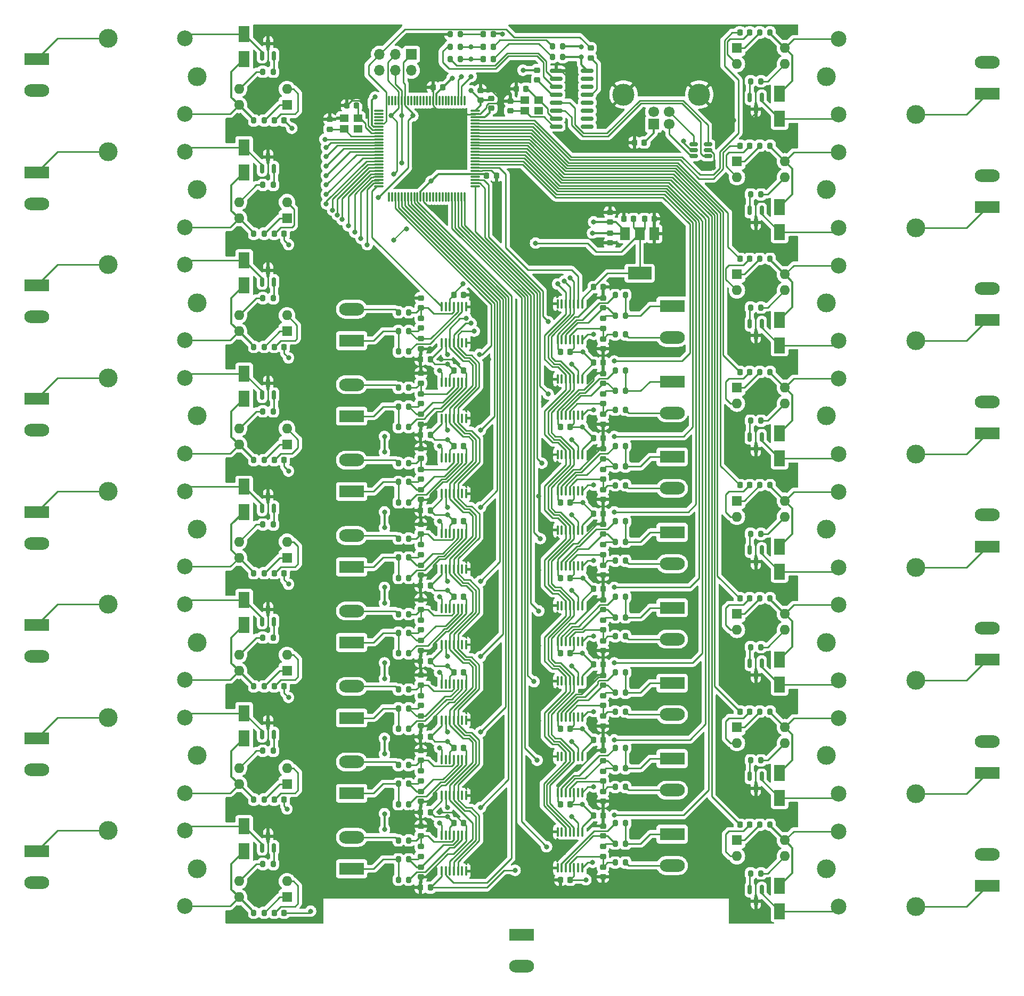
<source format=gbr>
%TF.GenerationSoftware,KiCad,Pcbnew,(6.0.7-1)-1*%
%TF.CreationDate,2023-01-13T02:49:20+01:00*%
%TF.ProjectId,Astraveus_Testtech,41737472-6176-4657-9573-5f5465737474,0.1*%
%TF.SameCoordinates,Original*%
%TF.FileFunction,Copper,L1,Top*%
%TF.FilePolarity,Positive*%
%FSLAX46Y46*%
G04 Gerber Fmt 4.6, Leading zero omitted, Abs format (unit mm)*
G04 Created by KiCad (PCBNEW (6.0.7-1)-1) date 2023-01-13 02:49:20*
%MOMM*%
%LPD*%
G01*
G04 APERTURE LIST*
G04 Aperture macros list*
%AMRoundRect*
0 Rectangle with rounded corners*
0 $1 Rounding radius*
0 $2 $3 $4 $5 $6 $7 $8 $9 X,Y pos of 4 corners*
0 Add a 4 corners polygon primitive as box body*
4,1,4,$2,$3,$4,$5,$6,$7,$8,$9,$2,$3,0*
0 Add four circle primitives for the rounded corners*
1,1,$1+$1,$2,$3*
1,1,$1+$1,$4,$5*
1,1,$1+$1,$6,$7*
1,1,$1+$1,$8,$9*
0 Add four rect primitives between the rounded corners*
20,1,$1+$1,$2,$3,$4,$5,0*
20,1,$1+$1,$4,$5,$6,$7,0*
20,1,$1+$1,$6,$7,$8,$9,0*
20,1,$1+$1,$8,$9,$2,$3,0*%
G04 Aperture macros list end*
%TA.AperFunction,SMDPad,CuDef*%
%ADD10RoundRect,0.225000X-0.225000X-0.250000X0.225000X-0.250000X0.225000X0.250000X-0.225000X0.250000X0*%
%TD*%
%TA.AperFunction,SMDPad,CuDef*%
%ADD11RoundRect,0.225000X0.250000X-0.225000X0.250000X0.225000X-0.250000X0.225000X-0.250000X-0.225000X0*%
%TD*%
%TA.AperFunction,SMDPad,CuDef*%
%ADD12RoundRect,0.200000X0.200000X0.275000X-0.200000X0.275000X-0.200000X-0.275000X0.200000X-0.275000X0*%
%TD*%
%TA.AperFunction,ComponentPad*%
%ADD13R,3.960000X1.980000*%
%TD*%
%TA.AperFunction,ComponentPad*%
%ADD14O,3.960000X1.980000*%
%TD*%
%TA.AperFunction,ComponentPad*%
%ADD15C,3.000000*%
%TD*%
%TA.AperFunction,ComponentPad*%
%ADD16C,2.500000*%
%TD*%
%TA.AperFunction,SMDPad,CuDef*%
%ADD17RoundRect,0.225000X-0.250000X0.225000X-0.250000X-0.225000X0.250000X-0.225000X0.250000X0.225000X0*%
%TD*%
%TA.AperFunction,SMDPad,CuDef*%
%ADD18RoundRect,0.218750X-0.218750X-0.256250X0.218750X-0.256250X0.218750X0.256250X-0.218750X0.256250X0*%
%TD*%
%TA.AperFunction,SMDPad,CuDef*%
%ADD19RoundRect,0.218750X0.218750X0.256250X-0.218750X0.256250X-0.218750X-0.256250X0.218750X-0.256250X0*%
%TD*%
%TA.AperFunction,SMDPad,CuDef*%
%ADD20RoundRect,0.200000X-0.200000X-0.275000X0.200000X-0.275000X0.200000X0.275000X-0.200000X0.275000X0*%
%TD*%
%TA.AperFunction,ComponentPad*%
%ADD21R,1.600000X1.600000*%
%TD*%
%TA.AperFunction,ComponentPad*%
%ADD22O,1.600000X1.600000*%
%TD*%
%TA.AperFunction,SMDPad,CuDef*%
%ADD23RoundRect,0.150000X-0.150000X0.587500X-0.150000X-0.587500X0.150000X-0.587500X0.150000X0.587500X0*%
%TD*%
%TA.AperFunction,ComponentPad*%
%ADD24R,1.700000X1.700000*%
%TD*%
%TA.AperFunction,ComponentPad*%
%ADD25C,1.700000*%
%TD*%
%TA.AperFunction,ComponentPad*%
%ADD26C,3.500000*%
%TD*%
%TA.AperFunction,SMDPad,CuDef*%
%ADD27RoundRect,0.225000X0.225000X0.250000X-0.225000X0.250000X-0.225000X-0.250000X0.225000X-0.250000X0*%
%TD*%
%TA.AperFunction,SMDPad,CuDef*%
%ADD28RoundRect,0.100000X-0.100000X0.637500X-0.100000X-0.637500X0.100000X-0.637500X0.100000X0.637500X0*%
%TD*%
%TA.AperFunction,SMDPad,CuDef*%
%ADD29RoundRect,0.150000X0.150000X-0.587500X0.150000X0.587500X-0.150000X0.587500X-0.150000X-0.587500X0*%
%TD*%
%TA.AperFunction,SMDPad,CuDef*%
%ADD30RoundRect,0.100000X0.100000X-0.637500X0.100000X0.637500X-0.100000X0.637500X-0.100000X-0.637500X0*%
%TD*%
%TA.AperFunction,SMDPad,CuDef*%
%ADD31R,1.800000X2.500000*%
%TD*%
%TA.AperFunction,SMDPad,CuDef*%
%ADD32RoundRect,0.150000X-0.825000X-0.150000X0.825000X-0.150000X0.825000X0.150000X-0.825000X0.150000X0*%
%TD*%
%TA.AperFunction,SMDPad,CuDef*%
%ADD33R,1.400000X1.200000*%
%TD*%
%TA.AperFunction,SMDPad,CuDef*%
%ADD34R,1.500000X2.000000*%
%TD*%
%TA.AperFunction,SMDPad,CuDef*%
%ADD35R,3.800000X2.000000*%
%TD*%
%TA.AperFunction,SMDPad,CuDef*%
%ADD36RoundRect,0.150000X-0.512500X-0.150000X0.512500X-0.150000X0.512500X0.150000X-0.512500X0.150000X0*%
%TD*%
%TA.AperFunction,SMDPad,CuDef*%
%ADD37RoundRect,0.075000X-0.075000X0.662500X-0.075000X-0.662500X0.075000X-0.662500X0.075000X0.662500X0*%
%TD*%
%TA.AperFunction,SMDPad,CuDef*%
%ADD38RoundRect,0.075000X-0.662500X0.075000X-0.662500X-0.075000X0.662500X-0.075000X0.662500X0.075000X0*%
%TD*%
%TA.AperFunction,ComponentPad*%
%ADD39O,1.700000X1.700000*%
%TD*%
%TA.AperFunction,ViaPad*%
%ADD40C,0.800000*%
%TD*%
%TA.AperFunction,Conductor*%
%ADD41C,0.300000*%
%TD*%
%TA.AperFunction,Conductor*%
%ADD42C,0.250000*%
%TD*%
%TA.AperFunction,Conductor*%
%ADD43C,0.200000*%
%TD*%
G04 APERTURE END LIST*
D10*
%TO.P,C14,1*%
%TO.N,+3.3V*%
X126300000Y-86650000D03*
%TO.P,C14,2*%
%TO.N,GND*%
X127850000Y-86650000D03*
%TD*%
D11*
%TO.P,C85,1*%
%TO.N,Net-(C84-Pad2)*%
X119718750Y-172787500D03*
%TO.P,C85,2*%
%TO.N,GND*%
X119718750Y-171237500D03*
%TD*%
D12*
%TO.P,R75,1*%
%TO.N,Net-(Q11-Pad2)*%
X67325000Y-153250000D03*
%TO.P,R75,2*%
%TO.N,Net-(R75-Pad2)*%
X65675000Y-153250000D03*
%TD*%
D13*
%TO.P,J27,1,Pin_1*%
%TO.N,Net-(J27-Pad1)*%
X180750000Y-120750000D03*
D14*
%TO.P,J27,2,Pin_2*%
%TO.N,GNDA*%
X180750000Y-115750000D03*
%TD*%
D13*
%TO.P,J9,1,Pin_1*%
%TO.N,Net-(J9-Pad1)*%
X130718750Y-124500000D03*
D14*
%TO.P,J9,2,Pin_2*%
%TO.N,Net-(J9-Pad2)*%
X130718750Y-129500000D03*
%TD*%
D15*
%TO.P,K11,1*%
%TO.N,VAC*%
X55250000Y-154000000D03*
D16*
%TO.P,K11,2*%
%TO.N,Net-(D24-Pad2)*%
X53300000Y-147950000D03*
D15*
%TO.P,K11,3*%
%TO.N,Net-(J30-Pad1)*%
X41100000Y-147950000D03*
D16*
%TO.P,K11,5*%
%TO.N,+5V*%
X53300000Y-159950000D03*
%TD*%
D12*
%TO.P,R39,1*%
%TO.N,Net-(J15-Pad2)*%
X123293750Y-165012500D03*
%TO.P,R39,2*%
%TO.N,Net-(C73-Pad2)*%
X121643750Y-165012500D03*
%TD*%
D13*
%TO.P,J26,1,Pin_1*%
%TO.N,Net-(J26-Pad1)*%
X29750000Y-115250000D03*
D14*
%TO.P,J26,2,Pin_2*%
%TO.N,GNDA*%
X29750000Y-120250000D03*
%TD*%
D12*
%TO.P,R66,1*%
%TO.N,Net-(R66-Pad1)*%
X65875000Y-125000000D03*
%TO.P,R66,2*%
%TO.N,+5V*%
X64225000Y-125000000D03*
%TD*%
D11*
%TO.P,C11,1*%
%TO.N,Net-(C11-Pad1)*%
X105000000Y-69475000D03*
%TO.P,C11,2*%
%TO.N,GND*%
X105000000Y-67925000D03*
%TD*%
D17*
%TO.P,C70,1*%
%TO.N,Net-(C69-Pad2)*%
X90779879Y-165725000D03*
%TO.P,C70,2*%
%TO.N,GND*%
X90779879Y-167275000D03*
%TD*%
D18*
%TO.P,D2,1,K*%
%TO.N,/TX*%
X100712500Y-59250000D03*
%TO.P,D2,2,A*%
%TO.N,Net-(D2-Pad2)*%
X102287500Y-59250000D03*
%TD*%
D13*
%TO.P,J5,1,Pin_1*%
%TO.N,Net-(J5-Pad1)*%
X130718750Y-100500000D03*
D14*
%TO.P,J5,2,Pin_2*%
%TO.N,Net-(J5-Pad2)*%
X130718750Y-105500000D03*
%TD*%
D19*
%TO.P,D29,1,K*%
%TO.N,/CH12*%
X69037500Y-179000000D03*
%TO.P,D29,2,A*%
%TO.N,Net-(D29-Pad2)*%
X67462500Y-179000000D03*
%TD*%
D20*
%TO.P,R8,1*%
%TO.N,Net-(J4-Pad1)*%
X87204879Y-107750000D03*
%TO.P,R8,2*%
%TO.N,Net-(R8-Pad2)*%
X88854879Y-107750000D03*
%TD*%
D11*
%TO.P,C73,1*%
%TO.N,GND*%
X119718750Y-167287500D03*
%TO.P,C73,2*%
%TO.N,Net-(C73-Pad2)*%
X119718750Y-165737500D03*
%TD*%
D21*
%TO.P,U25,1*%
%TO.N,Net-(R62-Pad1)*%
X69500000Y-104525000D03*
D22*
%TO.P,U25,2*%
%TO.N,Net-(D13-Pad2)*%
X69500000Y-101985000D03*
%TO.P,U25,3*%
%TO.N,Net-(R63-Pad2)*%
X61880000Y-101985000D03*
%TO.P,U25,4*%
%TO.N,+5V*%
X61880000Y-104525000D03*
%TD*%
D21*
%TO.P,U35,1*%
%TO.N,Net-(R82-Pad1)*%
X69500000Y-194525000D03*
D22*
%TO.P,U35,2*%
%TO.N,Net-(D33-Pad2)*%
X69500000Y-191985000D03*
%TO.P,U35,3*%
%TO.N,Net-(R83-Pad2)*%
X61880000Y-191985000D03*
%TO.P,U35,4*%
%TO.N,+5V*%
X61880000Y-194525000D03*
%TD*%
D20*
%TO.P,R80,1*%
%TO.N,Net-(R80-Pad1)*%
X144625000Y-165000000D03*
%TO.P,R80,2*%
%TO.N,+5V*%
X146275000Y-165000000D03*
%TD*%
D23*
%TO.P,Q8,1,C*%
%TO.N,Net-(D18-Pad2)*%
X144950000Y-121312500D03*
%TO.P,Q8,2,B*%
%TO.N,Net-(Q8-Pad2)*%
X143050000Y-121312500D03*
%TO.P,Q8,3,E*%
%TO.N,GND*%
X144000000Y-123187500D03*
%TD*%
D13*
%TO.P,J24,1,Pin_1*%
%TO.N,Net-(J24-Pad1)*%
X29750000Y-97250000D03*
D14*
%TO.P,J24,2,Pin_2*%
%TO.N,GNDA*%
X29750000Y-102250000D03*
%TD*%
D21*
%TO.P,U33,1*%
%TO.N,Net-(R78-Pad1)*%
X69500000Y-176525000D03*
D22*
%TO.P,U33,2*%
%TO.N,Net-(D29-Pad2)*%
X69500000Y-173985000D03*
%TO.P,U33,3*%
%TO.N,Net-(R79-Pad2)*%
X61880000Y-173985000D03*
%TO.P,U33,4*%
%TO.N,+5V*%
X61880000Y-176525000D03*
%TD*%
D12*
%TO.P,R17,1*%
%TO.N,Net-(J7-Pad1)*%
X123293750Y-110762500D03*
%TO.P,R17,2*%
%TO.N,Net-(R17-Pad2)*%
X121643750Y-110762500D03*
%TD*%
D24*
%TO.P,J2,1,VBUS*%
%TO.N,+5V*%
X127750000Y-71577500D03*
D25*
%TO.P,J2,2,D-*%
%TO.N,Net-(J2-Pad2)*%
X130250000Y-71577500D03*
%TO.P,J2,3,D+*%
%TO.N,Net-(J2-Pad3)*%
X130250000Y-69577500D03*
%TO.P,J2,4,GND*%
%TO.N,GND*%
X127750000Y-69577500D03*
D26*
%TO.P,J2,5,Shield*%
X135020000Y-66867500D03*
X122980000Y-66867500D03*
%TD*%
D11*
%TO.P,C9,1*%
%TO.N,Net-(C9-Pad1)*%
X117750000Y-61025000D03*
%TO.P,C9,2*%
%TO.N,/RESET*%
X117750000Y-59475000D03*
%TD*%
D12*
%TO.P,R35,1*%
%TO.N,Net-(J13-Pad1)*%
X123293750Y-146762500D03*
%TO.P,R35,2*%
%TO.N,Net-(R35-Pad2)*%
X121643750Y-146762500D03*
%TD*%
D11*
%TO.P,C3,1*%
%TO.N,+5V*%
X100250000Y-67750000D03*
%TO.P,C3,2*%
%TO.N,GND*%
X100250000Y-66200000D03*
%TD*%
D17*
%TO.P,C49,1*%
%TO.N,Net-(C48-Pad2)*%
X90779879Y-138475000D03*
%TO.P,C49,2*%
%TO.N,Net-(C49-Pad2)*%
X90779879Y-140025000D03*
%TD*%
D19*
%TO.P,D33,1,K*%
%TO.N,/CH14*%
X69037500Y-197000000D03*
%TO.P,D33,2,A*%
%TO.N,Net-(D33-Pad2)*%
X67462500Y-197000000D03*
%TD*%
D20*
%TO.P,R6,1*%
%TO.N,Net-(J4-Pad2)*%
X87204879Y-101500000D03*
%TO.P,R6,2*%
%TO.N,Net-(C18-Pad2)*%
X88854879Y-101500000D03*
%TD*%
D12*
%TO.P,R55,1*%
%TO.N,Net-(Q1-Pad2)*%
X67325000Y-63250000D03*
%TO.P,R55,2*%
%TO.N,Net-(R55-Pad2)*%
X65675000Y-63250000D03*
%TD*%
D20*
%TO.P,R24,1*%
%TO.N,Net-(J10-Pad2)*%
X87204879Y-137500000D03*
%TO.P,R24,2*%
%TO.N,Net-(C48-Pad2)*%
X88854879Y-137500000D03*
%TD*%
%TO.P,R49,1*%
%TO.N,Net-(J18-Pad1)*%
X87204879Y-188500000D03*
%TO.P,R49,2*%
%TO.N,Net-(C89-Pad2)*%
X88854879Y-188500000D03*
%TD*%
D12*
%TO.P,R40,1*%
%TO.N,Net-(J15-Pad1)*%
X123293750Y-162012500D03*
%TO.P,R40,2*%
%TO.N,Net-(C74-Pad2)*%
X121643750Y-162012500D03*
%TD*%
D20*
%TO.P,R73,1*%
%TO.N,Net-(Q10-Pad2)*%
X143175000Y-136750000D03*
%TO.P,R73,2*%
%TO.N,Net-(R73-Pad2)*%
X144825000Y-136750000D03*
%TD*%
D12*
%TO.P,R70,1*%
%TO.N,Net-(R70-Pad1)*%
X65875000Y-143000000D03*
%TO.P,R70,2*%
%TO.N,+5V*%
X64225000Y-143000000D03*
%TD*%
D11*
%TO.P,C65,1*%
%TO.N,Net-(C64-Pad2)*%
X119718750Y-148787500D03*
%TO.P,C65,2*%
%TO.N,GND*%
X119718750Y-147237500D03*
%TD*%
D20*
%TO.P,R2,1*%
%TO.N,Net-(D2-Pad2)*%
X111662500Y-59175000D03*
%TO.P,R2,2*%
%TO.N,+5V*%
X113312500Y-59175000D03*
%TD*%
D27*
%TO.P,C4,1*%
%TO.N,+5V*%
X94250000Y-65735000D03*
%TO.P,C4,2*%
%TO.N,GND*%
X92700000Y-65735000D03*
%TD*%
D12*
%TO.P,R27,1*%
%TO.N,Net-(J11-Pad2)*%
X123293750Y-141012500D03*
%TO.P,R27,2*%
%TO.N,Net-(C53-Pad2)*%
X121643750Y-141012500D03*
%TD*%
D28*
%TO.P,U5,1,AGND*%
%TO.N,GND*%
X97979879Y-100637500D03*
%TO.P,U5,2,BIAS*%
%TO.N,Net-(R8-Pad2)*%
X97329879Y-100637500D03*
%TO.P,U5,3,T-*%
%TO.N,Net-(C19-Pad2)*%
X96679879Y-100637500D03*
%TO.P,U5,4,T+*%
%TO.N,Net-(C18-Pad2)*%
X96029879Y-100637500D03*
%TO.P,U5,5,AVDD*%
%TO.N,+3.3V*%
X95379879Y-100637500D03*
%TO.P,U5,6,DNC*%
%TO.N,unconnected-(U5-Pad6)*%
X94729879Y-100637500D03*
%TO.P,U5,7,~{DRDY}*%
%TO.N,/~{DRDY}0*%
X94079879Y-100637500D03*
%TO.P,U5,8,DVDD*%
%TO.N,+3.3V*%
X94079879Y-106362500D03*
%TO.P,U5,9,~{CS}*%
%TO.N,/~{CS}0*%
X94729879Y-106362500D03*
%TO.P,U5,10,SCK*%
%TO.N,/SPI0*%
X95379879Y-106362500D03*
%TO.P,U5,11,SDO*%
%TO.N,/SPI1*%
X96029879Y-106362500D03*
%TO.P,U5,12,SDI*%
%TO.N,/SPI2*%
X96679879Y-106362500D03*
%TO.P,U5,13,~{FAULT}*%
%TO.N,unconnected-(U5-Pad13)*%
X97329879Y-106362500D03*
%TO.P,U5,14,DGND*%
%TO.N,GND*%
X97979879Y-106362500D03*
%TD*%
D18*
%TO.P,D11,1,K*%
%TO.N,/CH3*%
X141462500Y-75000000D03*
%TO.P,D11,2,A*%
%TO.N,Net-(D11-Pad2)*%
X143037500Y-75000000D03*
%TD*%
D29*
%TO.P,Q1,1,C*%
%TO.N,Net-(D4-Pad2)*%
X65550000Y-60687500D03*
%TO.P,Q1,2,B*%
%TO.N,Net-(Q1-Pad2)*%
X67450000Y-60687500D03*
%TO.P,Q1,3,E*%
%TO.N,GND*%
X66500000Y-58812500D03*
%TD*%
D17*
%TO.P,C40,1*%
%TO.N,Net-(C39-Pad2)*%
X90779879Y-129725000D03*
%TO.P,C40,2*%
%TO.N,GND*%
X90779879Y-131275000D03*
%TD*%
D21*
%TO.P,U28,1*%
%TO.N,Net-(R68-Pad1)*%
X141000000Y-113475000D03*
D22*
%TO.P,U28,2*%
%TO.N,Net-(D19-Pad2)*%
X141000000Y-116015000D03*
%TO.P,U28,3*%
%TO.N,Net-(R69-Pad2)*%
X148620000Y-116015000D03*
%TO.P,U28,4*%
%TO.N,+5V*%
X148620000Y-113475000D03*
%TD*%
D10*
%TO.P,C57,1*%
%TO.N,GND*%
X90725000Y-157000000D03*
%TO.P,C57,2*%
%TO.N,+3.3V*%
X92275000Y-157000000D03*
%TD*%
D20*
%TO.P,R64,1*%
%TO.N,Net-(R64-Pad1)*%
X144625000Y-93000000D03*
%TO.P,R64,2*%
%TO.N,+5V*%
X146275000Y-93000000D03*
%TD*%
D12*
%TO.P,R29,1*%
%TO.N,Net-(J11-Pad1)*%
X123293750Y-134762500D03*
%TO.P,R29,2*%
%TO.N,Net-(R29-Pad2)*%
X121643750Y-134762500D03*
%TD*%
D11*
%TO.P,C44,1*%
%TO.N,Net-(C43-Pad2)*%
X119718750Y-128037500D03*
%TO.P,C44,2*%
%TO.N,Net-(C44-Pad2)*%
X119718750Y-126487500D03*
%TD*%
D15*
%TO.P,K9,1*%
%TO.N,VAC*%
X55250000Y-136000000D03*
D16*
%TO.P,K9,2*%
%TO.N,Net-(D20-Pad2)*%
X53300000Y-129950000D03*
D15*
%TO.P,K9,3*%
%TO.N,Net-(J28-Pad1)*%
X41100000Y-129950000D03*
D16*
%TO.P,K9,5*%
%TO.N,+5V*%
X53300000Y-141950000D03*
%TD*%
D13*
%TO.P,J11,1,Pin_1*%
%TO.N,Net-(J11-Pad1)*%
X130718750Y-136500000D03*
D14*
%TO.P,J11,2,Pin_2*%
%TO.N,Net-(J11-Pad2)*%
X130718750Y-141500000D03*
%TD*%
D20*
%TO.P,R37,1*%
%TO.N,Net-(J14-Pad1)*%
X87204879Y-164500000D03*
%TO.P,R37,2*%
%TO.N,Net-(C69-Pad2)*%
X88854879Y-164500000D03*
%TD*%
D29*
%TO.P,Q15,1,C*%
%TO.N,Net-(D32-Pad2)*%
X65550000Y-186687500D03*
%TO.P,Q15,2,B*%
%TO.N,Net-(Q15-Pad2)*%
X67450000Y-186687500D03*
%TO.P,Q15,3,E*%
%TO.N,GND*%
X66500000Y-184812500D03*
%TD*%
D21*
%TO.P,U22,1*%
%TO.N,Net-(R56-Pad1)*%
X141000000Y-59475000D03*
D22*
%TO.P,U22,2*%
%TO.N,Net-(D7-Pad2)*%
X141000000Y-62015000D03*
%TO.P,U22,3*%
%TO.N,Net-(R57-Pad2)*%
X148620000Y-62015000D03*
%TO.P,U22,4*%
%TO.N,+5V*%
X148620000Y-59475000D03*
%TD*%
D30*
%TO.P,U10,1,AGND*%
%TO.N,GND*%
X112518750Y-129875000D03*
%TO.P,U10,2,BIAS*%
%TO.N,Net-(R23-Pad2)*%
X113168750Y-129875000D03*
%TO.P,U10,3,T-*%
%TO.N,Net-(C44-Pad2)*%
X113818750Y-129875000D03*
%TO.P,U10,4,T+*%
%TO.N,Net-(C43-Pad2)*%
X114468750Y-129875000D03*
%TO.P,U10,5,AVDD*%
%TO.N,+3.3V*%
X115118750Y-129875000D03*
%TO.P,U10,6,DNC*%
%TO.N,unconnected-(U10-Pad6)*%
X115768750Y-129875000D03*
%TO.P,U10,7,~{DRDY}*%
%TO.N,/~{DRDY}5*%
X116418750Y-129875000D03*
%TO.P,U10,8,DVDD*%
%TO.N,+3.3V*%
X116418750Y-124150000D03*
%TO.P,U10,9,~{CS}*%
%TO.N,/~{CS}5*%
X115768750Y-124150000D03*
%TO.P,U10,10,SCK*%
%TO.N,/SPI0*%
X115118750Y-124150000D03*
%TO.P,U10,11,SDO*%
%TO.N,/SPI1*%
X114468750Y-124150000D03*
%TO.P,U10,12,SDI*%
%TO.N,/SPI2*%
X113818750Y-124150000D03*
%TO.P,U10,13,~{FAULT}*%
%TO.N,unconnected-(U10-Pad13)*%
X113168750Y-124150000D03*
%TO.P,U10,14,DGND*%
%TO.N,GND*%
X112518750Y-124150000D03*
%TD*%
D15*
%TO.P,K13,1*%
%TO.N,VAC*%
X55250000Y-172000000D03*
D16*
%TO.P,K13,2*%
%TO.N,Net-(D28-Pad2)*%
X53300000Y-165950000D03*
D15*
%TO.P,K13,3*%
%TO.N,Net-(J32-Pad1)*%
X41100000Y-165950000D03*
D16*
%TO.P,K13,5*%
%TO.N,+5V*%
X53300000Y-177950000D03*
%TD*%
D11*
%TO.P,C23,1*%
%TO.N,GND*%
X119718750Y-107287500D03*
%TO.P,C23,2*%
%TO.N,Net-(C23-Pad2)*%
X119718750Y-105737500D03*
%TD*%
D15*
%TO.P,K8,1*%
%TO.N,VAC*%
X155250000Y-118000000D03*
D16*
%TO.P,K8,2*%
%TO.N,Net-(D18-Pad2)*%
X157200000Y-124050000D03*
D15*
%TO.P,K8,3*%
%TO.N,Net-(J27-Pad1)*%
X169400000Y-124050000D03*
D16*
%TO.P,K8,5*%
%TO.N,+5V*%
X157200000Y-112050000D03*
%TD*%
D27*
%TO.P,C72,1*%
%TO.N,GND*%
X119773629Y-157512500D03*
%TO.P,C72,2*%
%TO.N,+3.3V*%
X118223629Y-157512500D03*
%TD*%
D11*
%TO.P,C54,1*%
%TO.N,Net-(C53-Pad2)*%
X119718750Y-140037500D03*
%TO.P,C54,2*%
%TO.N,Net-(C54-Pad2)*%
X119718750Y-138487500D03*
%TD*%
D15*
%TO.P,K5,1*%
%TO.N,VAC*%
X55250000Y-100000000D03*
D16*
%TO.P,K5,2*%
%TO.N,Net-(D12-Pad2)*%
X53300000Y-93950000D03*
D15*
%TO.P,K5,3*%
%TO.N,Net-(J24-Pad1)*%
X41100000Y-93950000D03*
D16*
%TO.P,K5,5*%
%TO.N,+5V*%
X53300000Y-105950000D03*
%TD*%
D10*
%TO.P,C17,1*%
%TO.N,GND*%
X90725000Y-109000000D03*
%TO.P,C17,2*%
%TO.N,+3.3V*%
X92275000Y-109000000D03*
%TD*%
D27*
%TO.P,C36,1*%
%TO.N,GND*%
X97554879Y-122750000D03*
%TO.P,C36,2*%
%TO.N,+3.3V*%
X96004879Y-122750000D03*
%TD*%
D12*
%TO.P,R28,1*%
%TO.N,Net-(J11-Pad1)*%
X123293750Y-138012500D03*
%TO.P,R28,2*%
%TO.N,Net-(C54-Pad2)*%
X121643750Y-138012500D03*
%TD*%
%TO.P,R58,1*%
%TO.N,Net-(R58-Pad1)*%
X65875000Y-89000000D03*
%TO.P,R58,2*%
%TO.N,+5V*%
X64225000Y-89000000D03*
%TD*%
D18*
%TO.P,D3,1,K*%
%TO.N,Net-(D3-Pad1)*%
X100712500Y-57250000D03*
%TO.P,D3,2,A*%
%TO.N,+5V*%
X102287500Y-57250000D03*
%TD*%
D28*
%TO.P,U15,1,AGND*%
%TO.N,GND*%
X97979879Y-160637500D03*
%TO.P,U15,2,BIAS*%
%TO.N,Net-(R38-Pad2)*%
X97329879Y-160637500D03*
%TO.P,U15,3,T-*%
%TO.N,Net-(C69-Pad2)*%
X96679879Y-160637500D03*
%TO.P,U15,4,T+*%
%TO.N,Net-(C68-Pad2)*%
X96029879Y-160637500D03*
%TO.P,U15,5,AVDD*%
%TO.N,+3.3V*%
X95379879Y-160637500D03*
%TO.P,U15,6,DNC*%
%TO.N,unconnected-(U15-Pad6)*%
X94729879Y-160637500D03*
%TO.P,U15,7,~{DRDY}*%
%TO.N,/~{DRDY}10*%
X94079879Y-160637500D03*
%TO.P,U15,8,DVDD*%
%TO.N,+3.3V*%
X94079879Y-166362500D03*
%TO.P,U15,9,~{CS}*%
%TO.N,/~{CS}10*%
X94729879Y-166362500D03*
%TO.P,U15,10,SCK*%
%TO.N,/SPI0*%
X95379879Y-166362500D03*
%TO.P,U15,11,SDO*%
%TO.N,/SPI1*%
X96029879Y-166362500D03*
%TO.P,U15,12,SDI*%
%TO.N,/SPI2*%
X96679879Y-166362500D03*
%TO.P,U15,13,~{FAULT}*%
%TO.N,unconnected-(U15-Pad13)*%
X97329879Y-166362500D03*
%TO.P,U15,14,DGND*%
%TO.N,GND*%
X97979879Y-166362500D03*
%TD*%
D27*
%TO.P,C7,1*%
%TO.N,+5V*%
X126275000Y-74500000D03*
%TO.P,C7,2*%
%TO.N,GND*%
X124725000Y-74500000D03*
%TD*%
D12*
%TO.P,R82,1*%
%TO.N,Net-(R82-Pad1)*%
X65875000Y-197000000D03*
%TO.P,R82,2*%
%TO.N,+5V*%
X64225000Y-197000000D03*
%TD*%
D11*
%TO.P,C75,1*%
%TO.N,Net-(C74-Pad2)*%
X119718750Y-160787500D03*
%TO.P,C75,2*%
%TO.N,GND*%
X119718750Y-159237500D03*
%TD*%
D10*
%TO.P,C37,1*%
%TO.N,GND*%
X90725000Y-133000000D03*
%TO.P,C37,2*%
%TO.N,+3.3V*%
X92275000Y-133000000D03*
%TD*%
%TO.P,C41,1*%
%TO.N,GND*%
X112943750Y-131762500D03*
%TO.P,C41,2*%
%TO.N,+3.3V*%
X114493750Y-131762500D03*
%TD*%
D17*
%TO.P,C69,1*%
%TO.N,Net-(C68-Pad2)*%
X90779879Y-162475000D03*
%TO.P,C69,2*%
%TO.N,Net-(C69-Pad2)*%
X90779879Y-164025000D03*
%TD*%
%TO.P,C59,1*%
%TO.N,Net-(C58-Pad2)*%
X90779879Y-150475000D03*
%TO.P,C59,2*%
%TO.N,Net-(C59-Pad2)*%
X90779879Y-152025000D03*
%TD*%
D13*
%TO.P,J3,1,Pin_1*%
%TO.N,VAC*%
X106750000Y-200485000D03*
D14*
%TO.P,J3,2,Pin_2*%
%TO.N,GNDA*%
X106750000Y-205485000D03*
%TD*%
D12*
%TO.P,R83,1*%
%TO.N,Net-(Q15-Pad2)*%
X67325000Y-189250000D03*
%TO.P,R83,2*%
%TO.N,Net-(R83-Pad2)*%
X65675000Y-189250000D03*
%TD*%
D31*
%TO.P,D10,1,K*%
%TO.N,+5V*%
X147800000Y-84750000D03*
%TO.P,D10,2,A*%
%TO.N,Net-(D10-Pad2)*%
X147800000Y-88750000D03*
%TD*%
%TO.P,D18,1,K*%
%TO.N,+5V*%
X147800000Y-120750000D03*
%TO.P,D18,2,A*%
%TO.N,Net-(D18-Pad2)*%
X147800000Y-124750000D03*
%TD*%
D27*
%TO.P,C10,1*%
%TO.N,Net-(C10-Pad1)*%
X107500000Y-65950000D03*
%TO.P,C10,2*%
%TO.N,GND*%
X105950000Y-65950000D03*
%TD*%
D31*
%TO.P,D34,1,K*%
%TO.N,+5V*%
X147800000Y-192750000D03*
%TO.P,D34,2,A*%
%TO.N,Net-(D34-Pad2)*%
X147800000Y-196750000D03*
%TD*%
D29*
%TO.P,Q3,1,C*%
%TO.N,Net-(D8-Pad2)*%
X65550000Y-78687500D03*
%TO.P,Q3,2,B*%
%TO.N,Net-(Q3-Pad2)*%
X67450000Y-78687500D03*
%TO.P,Q3,3,E*%
%TO.N,GND*%
X66500000Y-76812500D03*
%TD*%
D20*
%TO.P,R65,1*%
%TO.N,Net-(Q6-Pad2)*%
X143175000Y-100750000D03*
%TO.P,R65,2*%
%TO.N,Net-(R65-Pad2)*%
X144825000Y-100750000D03*
%TD*%
D13*
%TO.P,J23,1,Pin_1*%
%TO.N,Net-(J23-Pad1)*%
X180750000Y-84750000D03*
D14*
%TO.P,J23,2,Pin_2*%
%TO.N,GNDA*%
X180750000Y-79750000D03*
%TD*%
D20*
%TO.P,R81,1*%
%TO.N,Net-(Q14-Pad2)*%
X143175000Y-172750000D03*
%TO.P,R81,2*%
%TO.N,Net-(R81-Pad2)*%
X144825000Y-172750000D03*
%TD*%
D13*
%TO.P,J16,1,Pin_1*%
%TO.N,Net-(J16-Pad1)*%
X79779879Y-178012500D03*
D14*
%TO.P,J16,2,Pin_2*%
%TO.N,Net-(J16-Pad2)*%
X79779879Y-173012500D03*
%TD*%
D31*
%TO.P,D6,1,K*%
%TO.N,+5V*%
X147800000Y-66750000D03*
%TO.P,D6,2,A*%
%TO.N,Net-(D6-Pad2)*%
X147800000Y-70750000D03*
%TD*%
D13*
%TO.P,J28,1,Pin_1*%
%TO.N,Net-(J28-Pad1)*%
X29750000Y-133250000D03*
D14*
%TO.P,J28,2,Pin_2*%
%TO.N,GNDA*%
X29750000Y-138250000D03*
%TD*%
D28*
%TO.P,U17,1,AGND*%
%TO.N,GND*%
X97979879Y-172637500D03*
%TO.P,U17,2,BIAS*%
%TO.N,Net-(R44-Pad2)*%
X97329879Y-172637500D03*
%TO.P,U17,3,T-*%
%TO.N,Net-(C79-Pad2)*%
X96679879Y-172637500D03*
%TO.P,U17,4,T+*%
%TO.N,Net-(C78-Pad2)*%
X96029879Y-172637500D03*
%TO.P,U17,5,AVDD*%
%TO.N,+3.3V*%
X95379879Y-172637500D03*
%TO.P,U17,6,DNC*%
%TO.N,unconnected-(U17-Pad6)*%
X94729879Y-172637500D03*
%TO.P,U17,7,~{DRDY}*%
%TO.N,/~{DRDY}12*%
X94079879Y-172637500D03*
%TO.P,U17,8,DVDD*%
%TO.N,+3.3V*%
X94079879Y-178362500D03*
%TO.P,U17,9,~{CS}*%
%TO.N,/~{CS}12*%
X94729879Y-178362500D03*
%TO.P,U17,10,SCK*%
%TO.N,/SPI0*%
X95379879Y-178362500D03*
%TO.P,U17,11,SDO*%
%TO.N,/SPI1*%
X96029879Y-178362500D03*
%TO.P,U17,12,SDI*%
%TO.N,/SPI2*%
X96679879Y-178362500D03*
%TO.P,U17,13,~{FAULT}*%
%TO.N,unconnected-(U17-Pad13)*%
X97329879Y-178362500D03*
%TO.P,U17,14,DGND*%
%TO.N,GND*%
X97979879Y-178362500D03*
%TD*%
D17*
%TO.P,C1,1*%
%TO.N,+5V*%
X102000000Y-67475000D03*
%TO.P,C1,2*%
%TO.N,/AREF*%
X102000000Y-69025000D03*
%TD*%
D21*
%TO.P,U23,1*%
%TO.N,Net-(R58-Pad1)*%
X69500000Y-86525000D03*
D22*
%TO.P,U23,2*%
%TO.N,Net-(D9-Pad2)*%
X69500000Y-83985000D03*
%TO.P,U23,3*%
%TO.N,Net-(R59-Pad2)*%
X61880000Y-83985000D03*
%TO.P,U23,4*%
%TO.N,+5V*%
X61880000Y-86525000D03*
%TD*%
D20*
%TO.P,R30,1*%
%TO.N,Net-(J12-Pad2)*%
X87204879Y-149500000D03*
%TO.P,R30,2*%
%TO.N,Net-(C58-Pad2)*%
X88854879Y-149500000D03*
%TD*%
D13*
%TO.P,J14,1,Pin_1*%
%TO.N,Net-(J14-Pad1)*%
X79779879Y-166012500D03*
D14*
%TO.P,J14,2,Pin_2*%
%TO.N,Net-(J14-Pad2)*%
X79779879Y-161012500D03*
%TD*%
D27*
%TO.P,C42,1*%
%TO.N,GND*%
X119773629Y-121512500D03*
%TO.P,C42,2*%
%TO.N,+3.3V*%
X118223629Y-121512500D03*
%TD*%
D13*
%TO.P,J7,1,Pin_1*%
%TO.N,Net-(J7-Pad1)*%
X130718750Y-112500000D03*
D14*
%TO.P,J7,2,Pin_2*%
%TO.N,Net-(J7-Pad2)*%
X130718750Y-117500000D03*
%TD*%
D23*
%TO.P,Q16,1,C*%
%TO.N,Net-(D34-Pad2)*%
X144950000Y-193312500D03*
%TO.P,Q16,2,B*%
%TO.N,Net-(Q16-Pad2)*%
X143050000Y-193312500D03*
%TO.P,Q16,3,E*%
%TO.N,GND*%
X144000000Y-195187500D03*
%TD*%
D11*
%TO.P,C25,1*%
%TO.N,Net-(C24-Pad2)*%
X119718750Y-100787500D03*
%TO.P,C25,2*%
%TO.N,GND*%
X119718750Y-99237500D03*
%TD*%
D13*
%TO.P,J30,1,Pin_1*%
%TO.N,Net-(J30-Pad1)*%
X29750000Y-151250000D03*
D14*
%TO.P,J30,2,Pin_2*%
%TO.N,GNDA*%
X29750000Y-156250000D03*
%TD*%
D12*
%TO.P,R45,1*%
%TO.N,Net-(J17-Pad2)*%
X123293750Y-177012500D03*
%TO.P,R45,2*%
%TO.N,Net-(C83-Pad2)*%
X121643750Y-177012500D03*
%TD*%
D27*
%TO.P,C6,1*%
%TO.N,Net-(C6-Pad1)*%
X80550000Y-68600000D03*
%TO.P,C6,2*%
%TO.N,GND*%
X79000000Y-68600000D03*
%TD*%
D20*
%TO.P,R56,1*%
%TO.N,Net-(R56-Pad1)*%
X144625000Y-57000000D03*
%TO.P,R56,2*%
%TO.N,+5V*%
X146275000Y-57000000D03*
%TD*%
D21*
%TO.P,U27,1*%
%TO.N,Net-(R66-Pad1)*%
X69500000Y-122525000D03*
D22*
%TO.P,U27,2*%
%TO.N,Net-(D17-Pad2)*%
X69500000Y-119985000D03*
%TO.P,U27,3*%
%TO.N,Net-(R67-Pad2)*%
X61880000Y-119985000D03*
%TO.P,U27,4*%
%TO.N,+5V*%
X61880000Y-122525000D03*
%TD*%
D11*
%TO.P,C45,1*%
%TO.N,Net-(C44-Pad2)*%
X119718750Y-124787500D03*
%TO.P,C45,2*%
%TO.N,GND*%
X119718750Y-123237500D03*
%TD*%
D21*
%TO.P,U26,1*%
%TO.N,Net-(R64-Pad1)*%
X141000000Y-95475000D03*
D22*
%TO.P,U26,2*%
%TO.N,Net-(D15-Pad2)*%
X141000000Y-98015000D03*
%TO.P,U26,3*%
%TO.N,Net-(R65-Pad2)*%
X148620000Y-98015000D03*
%TO.P,U26,4*%
%TO.N,+5V*%
X148620000Y-95475000D03*
%TD*%
D11*
%TO.P,C24,1*%
%TO.N,Net-(C23-Pad2)*%
X119718750Y-104037500D03*
%TO.P,C24,2*%
%TO.N,Net-(C24-Pad2)*%
X119718750Y-102487500D03*
%TD*%
D17*
%TO.P,C18,1*%
%TO.N,GND*%
X90779879Y-99225000D03*
%TO.P,C18,2*%
%TO.N,Net-(C18-Pad2)*%
X90779879Y-100775000D03*
%TD*%
D23*
%TO.P,Q4,1,C*%
%TO.N,Net-(D10-Pad2)*%
X144950000Y-85312500D03*
%TO.P,Q4,2,B*%
%TO.N,Net-(Q4-Pad2)*%
X143050000Y-85312500D03*
%TO.P,Q4,3,E*%
%TO.N,GND*%
X144000000Y-87187500D03*
%TD*%
D31*
%TO.P,D8,1,K*%
%TO.N,+5V*%
X62700000Y-79250000D03*
%TO.P,D8,2,A*%
%TO.N,Net-(D8-Pad2)*%
X62700000Y-75250000D03*
%TD*%
D27*
%TO.P,C52,1*%
%TO.N,GND*%
X119773629Y-133512500D03*
%TO.P,C52,2*%
%TO.N,+3.3V*%
X118223629Y-133512500D03*
%TD*%
D11*
%TO.P,C33,1*%
%TO.N,GND*%
X119718750Y-119287500D03*
%TO.P,C33,2*%
%TO.N,Net-(C33-Pad2)*%
X119718750Y-117737500D03*
%TD*%
D17*
%TO.P,C90,1*%
%TO.N,Net-(C89-Pad2)*%
X90779879Y-189725000D03*
%TO.P,C90,2*%
%TO.N,GND*%
X90779879Y-191275000D03*
%TD*%
D10*
%TO.P,C77,1*%
%TO.N,GND*%
X90725000Y-181000000D03*
%TO.P,C77,2*%
%TO.N,+3.3V*%
X92275000Y-181000000D03*
%TD*%
D20*
%TO.P,R42,1*%
%TO.N,Net-(J16-Pad2)*%
X87204879Y-173500000D03*
%TO.P,R42,2*%
%TO.N,Net-(C78-Pad2)*%
X88854879Y-173500000D03*
%TD*%
D28*
%TO.P,U19,1,AGND*%
%TO.N,GND*%
X97979879Y-184637500D03*
%TO.P,U19,2,BIAS*%
%TO.N,Net-(R50-Pad2)*%
X97329879Y-184637500D03*
%TO.P,U19,3,T-*%
%TO.N,Net-(C89-Pad2)*%
X96679879Y-184637500D03*
%TO.P,U19,4,T+*%
%TO.N,Net-(C88-Pad2)*%
X96029879Y-184637500D03*
%TO.P,U19,5,AVDD*%
%TO.N,+3.3V*%
X95379879Y-184637500D03*
%TO.P,U19,6,DNC*%
%TO.N,unconnected-(U19-Pad6)*%
X94729879Y-184637500D03*
%TO.P,U19,7,~{DRDY}*%
%TO.N,/~{DRDY}14*%
X94079879Y-184637500D03*
%TO.P,U19,8,DVDD*%
%TO.N,+3.3V*%
X94079879Y-190362500D03*
%TO.P,U19,9,~{CS}*%
%TO.N,/~{CS}14*%
X94729879Y-190362500D03*
%TO.P,U19,10,SCK*%
%TO.N,/SPI0*%
X95379879Y-190362500D03*
%TO.P,U19,11,SDO*%
%TO.N,/SPI1*%
X96029879Y-190362500D03*
%TO.P,U19,12,SDI*%
%TO.N,/SPI2*%
X96679879Y-190362500D03*
%TO.P,U19,13,~{FAULT}*%
%TO.N,unconnected-(U19-Pad13)*%
X97329879Y-190362500D03*
%TO.P,U19,14,DGND*%
%TO.N,GND*%
X97979879Y-190362500D03*
%TD*%
D20*
%TO.P,R69,1*%
%TO.N,Net-(Q8-Pad2)*%
X143175000Y-118750000D03*
%TO.P,R69,2*%
%TO.N,Net-(R69-Pad2)*%
X144825000Y-118750000D03*
%TD*%
D17*
%TO.P,C58,1*%
%TO.N,GND*%
X90779879Y-147225000D03*
%TO.P,C58,2*%
%TO.N,Net-(C58-Pad2)*%
X90779879Y-148775000D03*
%TD*%
D12*
%TO.P,R67,1*%
%TO.N,Net-(Q7-Pad2)*%
X67325000Y-117250000D03*
%TO.P,R67,2*%
%TO.N,Net-(R67-Pad2)*%
X65675000Y-117250000D03*
%TD*%
%TO.P,R59,1*%
%TO.N,Net-(Q3-Pad2)*%
X67325000Y-81250000D03*
%TO.P,R59,2*%
%TO.N,Net-(R59-Pad2)*%
X65675000Y-81250000D03*
%TD*%
D15*
%TO.P,K7,1*%
%TO.N,VAC*%
X55250000Y-118000000D03*
D16*
%TO.P,K7,2*%
%TO.N,Net-(D16-Pad2)*%
X53300000Y-111950000D03*
D15*
%TO.P,K7,3*%
%TO.N,Net-(J26-Pad1)*%
X41100000Y-111950000D03*
D16*
%TO.P,K7,5*%
%TO.N,+5V*%
X53300000Y-123950000D03*
%TD*%
D17*
%TO.P,C12,1*%
%TO.N,+5V*%
X120800000Y-88900000D03*
%TO.P,C12,2*%
%TO.N,GND*%
X120800000Y-90450000D03*
%TD*%
D29*
%TO.P,Q13,1,C*%
%TO.N,Net-(D28-Pad2)*%
X65550000Y-168687500D03*
%TO.P,Q13,2,B*%
%TO.N,Net-(Q13-Pad2)*%
X67450000Y-168687500D03*
%TO.P,Q13,3,E*%
%TO.N,GND*%
X66500000Y-166812500D03*
%TD*%
D17*
%TO.P,C20,1*%
%TO.N,Net-(C19-Pad2)*%
X90779879Y-105725000D03*
%TO.P,C20,2*%
%TO.N,GND*%
X90779879Y-107275000D03*
%TD*%
D11*
%TO.P,C34,1*%
%TO.N,Net-(C33-Pad2)*%
X119718750Y-116037500D03*
%TO.P,C34,2*%
%TO.N,Net-(C34-Pad2)*%
X119718750Y-114487500D03*
%TD*%
D23*
%TO.P,Q6,1,C*%
%TO.N,Net-(D14-Pad2)*%
X144950000Y-103312500D03*
%TO.P,Q6,2,B*%
%TO.N,Net-(Q6-Pad2)*%
X143050000Y-103312500D03*
%TO.P,Q6,3,E*%
%TO.N,GND*%
X144000000Y-105187500D03*
%TD*%
D13*
%TO.P,J31,1,Pin_1*%
%TO.N,Net-(J31-Pad1)*%
X180750000Y-156750000D03*
D14*
%TO.P,J31,2,Pin_2*%
%TO.N,GNDA*%
X180750000Y-151750000D03*
%TD*%
D20*
%TO.P,R18,1*%
%TO.N,Net-(J8-Pad2)*%
X87204879Y-125500000D03*
%TO.P,R18,2*%
%TO.N,Net-(C38-Pad2)*%
X88854879Y-125500000D03*
%TD*%
D13*
%TO.P,J20,1,Pin_1*%
%TO.N,Net-(J20-Pad1)*%
X29750000Y-61250000D03*
D14*
%TO.P,J20,2,Pin_2*%
%TO.N,GNDA*%
X29750000Y-66250000D03*
%TD*%
D29*
%TO.P,Q5,1,C*%
%TO.N,Net-(D12-Pad2)*%
X65550000Y-96687500D03*
%TO.P,Q5,2,B*%
%TO.N,Net-(Q5-Pad2)*%
X67450000Y-96687500D03*
%TO.P,Q5,3,E*%
%TO.N,GND*%
X66500000Y-94812500D03*
%TD*%
D10*
%TO.P,C51,1*%
%TO.N,GND*%
X112943750Y-143762500D03*
%TO.P,C51,2*%
%TO.N,+3.3V*%
X114493750Y-143762500D03*
%TD*%
D27*
%TO.P,C15,1*%
%TO.N,+3.3V*%
X124575000Y-86650000D03*
%TO.P,C15,2*%
%TO.N,GND*%
X123025000Y-86650000D03*
%TD*%
D18*
%TO.P,D1,1,K*%
%TO.N,/RX*%
X100712500Y-61250000D03*
%TO.P,D1,2,A*%
%TO.N,Net-(D1-Pad2)*%
X102287500Y-61250000D03*
%TD*%
D17*
%TO.P,C28,1*%
%TO.N,GND*%
X90779879Y-111225000D03*
%TO.P,C28,2*%
%TO.N,Net-(C28-Pad2)*%
X90779879Y-112775000D03*
%TD*%
D12*
%TO.P,R53,1*%
%TO.N,Net-(J19-Pad1)*%
X123293750Y-182762500D03*
%TO.P,R53,2*%
%TO.N,Net-(R53-Pad2)*%
X121643750Y-182762500D03*
%TD*%
D13*
%TO.P,J6,1,Pin_1*%
%TO.N,Net-(J6-Pad1)*%
X79779879Y-118012500D03*
D14*
%TO.P,J6,2,Pin_2*%
%TO.N,Net-(J6-Pad2)*%
X79779879Y-113012500D03*
%TD*%
D12*
%TO.P,R16,1*%
%TO.N,Net-(J7-Pad1)*%
X123293750Y-114012500D03*
%TO.P,R16,2*%
%TO.N,Net-(C34-Pad2)*%
X121643750Y-114012500D03*
%TD*%
D31*
%TO.P,D14,1,K*%
%TO.N,+5V*%
X147800000Y-102750000D03*
%TO.P,D14,2,A*%
%TO.N,Net-(D14-Pad2)*%
X147800000Y-106750000D03*
%TD*%
D10*
%TO.P,C47,1*%
%TO.N,GND*%
X90725000Y-145000000D03*
%TO.P,C47,2*%
%TO.N,+3.3V*%
X92275000Y-145000000D03*
%TD*%
D12*
%TO.P,R74,1*%
%TO.N,Net-(R74-Pad1)*%
X65875000Y-161000000D03*
%TO.P,R74,2*%
%TO.N,+5V*%
X64225000Y-161000000D03*
%TD*%
D27*
%TO.P,C86,1*%
%TO.N,GND*%
X97554879Y-182750000D03*
%TO.P,C86,2*%
%TO.N,+3.3V*%
X96004879Y-182750000D03*
%TD*%
D20*
%TO.P,R14,1*%
%TO.N,Net-(J6-Pad1)*%
X87204879Y-119750000D03*
%TO.P,R14,2*%
%TO.N,Net-(R14-Pad2)*%
X88854879Y-119750000D03*
%TD*%
%TO.P,R12,1*%
%TO.N,Net-(J6-Pad2)*%
X87204879Y-113500000D03*
%TO.P,R12,2*%
%TO.N,Net-(C28-Pad2)*%
X88854879Y-113500000D03*
%TD*%
%TO.P,R76,1*%
%TO.N,Net-(R76-Pad1)*%
X144625000Y-147000000D03*
%TO.P,R76,2*%
%TO.N,+5V*%
X146275000Y-147000000D03*
%TD*%
D13*
%TO.P,J29,1,Pin_1*%
%TO.N,Net-(J29-Pad1)*%
X180750000Y-138750000D03*
D14*
%TO.P,J29,2,Pin_2*%
%TO.N,GNDA*%
X180750000Y-133750000D03*
%TD*%
D19*
%TO.P,D13,1,K*%
%TO.N,/CH4*%
X69037500Y-107000000D03*
%TO.P,D13,2,A*%
%TO.N,Net-(D13-Pad2)*%
X67462500Y-107000000D03*
%TD*%
D15*
%TO.P,K1,1*%
%TO.N,VAC*%
X55250000Y-64000000D03*
D16*
%TO.P,K1,2*%
%TO.N,Net-(D4-Pad2)*%
X53300000Y-57950000D03*
D15*
%TO.P,K1,3*%
%TO.N,Net-(J20-Pad1)*%
X41100000Y-57950000D03*
D16*
%TO.P,K1,5*%
%TO.N,+5V*%
X53300000Y-69950000D03*
%TD*%
D30*
%TO.P,U8,1,AGND*%
%TO.N,GND*%
X112518750Y-117875000D03*
%TO.P,U8,2,BIAS*%
%TO.N,Net-(R17-Pad2)*%
X113168750Y-117875000D03*
%TO.P,U8,3,T-*%
%TO.N,Net-(C34-Pad2)*%
X113818750Y-117875000D03*
%TO.P,U8,4,T+*%
%TO.N,Net-(C33-Pad2)*%
X114468750Y-117875000D03*
%TO.P,U8,5,AVDD*%
%TO.N,+3.3V*%
X115118750Y-117875000D03*
%TO.P,U8,6,DNC*%
%TO.N,unconnected-(U8-Pad6)*%
X115768750Y-117875000D03*
%TO.P,U8,7,~{DRDY}*%
%TO.N,/~{DRDY}3*%
X116418750Y-117875000D03*
%TO.P,U8,8,DVDD*%
%TO.N,+3.3V*%
X116418750Y-112150000D03*
%TO.P,U8,9,~{CS}*%
%TO.N,/~{CS}3*%
X115768750Y-112150000D03*
%TO.P,U8,10,SCK*%
%TO.N,/SPI0*%
X115118750Y-112150000D03*
%TO.P,U8,11,SDO*%
%TO.N,/SPI1*%
X114468750Y-112150000D03*
%TO.P,U8,12,SDI*%
%TO.N,/SPI2*%
X113818750Y-112150000D03*
%TO.P,U8,13,~{FAULT}*%
%TO.N,unconnected-(U8-Pad13)*%
X113168750Y-112150000D03*
%TO.P,U8,14,DGND*%
%TO.N,GND*%
X112518750Y-112150000D03*
%TD*%
D28*
%TO.P,U9,1,AGND*%
%TO.N,GND*%
X97979879Y-124637500D03*
%TO.P,U9,2,BIAS*%
%TO.N,Net-(R20-Pad2)*%
X97329879Y-124637500D03*
%TO.P,U9,3,T-*%
%TO.N,Net-(C39-Pad2)*%
X96679879Y-124637500D03*
%TO.P,U9,4,T+*%
%TO.N,Net-(C38-Pad2)*%
X96029879Y-124637500D03*
%TO.P,U9,5,AVDD*%
%TO.N,+3.3V*%
X95379879Y-124637500D03*
%TO.P,U9,6,DNC*%
%TO.N,unconnected-(U9-Pad6)*%
X94729879Y-124637500D03*
%TO.P,U9,7,~{DRDY}*%
%TO.N,/~{DRDY}4*%
X94079879Y-124637500D03*
%TO.P,U9,8,DVDD*%
%TO.N,+3.3V*%
X94079879Y-130362500D03*
%TO.P,U9,9,~{CS}*%
%TO.N,/~{CS}4*%
X94729879Y-130362500D03*
%TO.P,U9,10,SCK*%
%TO.N,/SPI0*%
X95379879Y-130362500D03*
%TO.P,U9,11,SDO*%
%TO.N,/SPI1*%
X96029879Y-130362500D03*
%TO.P,U9,12,SDI*%
%TO.N,/SPI2*%
X96679879Y-130362500D03*
%TO.P,U9,13,~{FAULT}*%
%TO.N,unconnected-(U9-Pad13)*%
X97329879Y-130362500D03*
%TO.P,U9,14,DGND*%
%TO.N,GND*%
X97979879Y-130362500D03*
%TD*%
D13*
%TO.P,J34,1,Pin_1*%
%TO.N,Net-(J34-Pad1)*%
X29750000Y-187250000D03*
D14*
%TO.P,J34,2,Pin_2*%
%TO.N,GNDA*%
X29750000Y-192250000D03*
%TD*%
D12*
%TO.P,R63,1*%
%TO.N,Net-(Q5-Pad2)*%
X67325000Y-99250000D03*
%TO.P,R63,2*%
%TO.N,Net-(R63-Pad2)*%
X65675000Y-99250000D03*
%TD*%
D27*
%TO.P,C66,1*%
%TO.N,GND*%
X97554879Y-158750000D03*
%TO.P,C66,2*%
%TO.N,+3.3V*%
X96004879Y-158750000D03*
%TD*%
D31*
%TO.P,D16,1,K*%
%TO.N,+5V*%
X62700000Y-115250000D03*
%TO.P,D16,2,A*%
%TO.N,Net-(D16-Pad2)*%
X62700000Y-111250000D03*
%TD*%
D12*
%TO.P,R78,1*%
%TO.N,Net-(R78-Pad1)*%
X65875000Y-179000000D03*
%TO.P,R78,2*%
%TO.N,+5V*%
X64225000Y-179000000D03*
%TD*%
%TO.P,R47,1*%
%TO.N,Net-(J17-Pad1)*%
X123293750Y-170762500D03*
%TO.P,R47,2*%
%TO.N,Net-(R47-Pad2)*%
X121643750Y-170762500D03*
%TD*%
D27*
%TO.P,C82,1*%
%TO.N,GND*%
X119773629Y-169512500D03*
%TO.P,C82,2*%
%TO.N,+3.3V*%
X118223629Y-169512500D03*
%TD*%
D13*
%TO.P,J22,1,Pin_1*%
%TO.N,Net-(J22-Pad1)*%
X29750000Y-79250000D03*
D14*
%TO.P,J22,2,Pin_2*%
%TO.N,GNDA*%
X29750000Y-84250000D03*
%TD*%
D11*
%TO.P,C93,1*%
%TO.N,GND*%
X119718750Y-191287500D03*
%TO.P,C93,2*%
%TO.N,Net-(C93-Pad2)*%
X119718750Y-189737500D03*
%TD*%
D29*
%TO.P,Q7,1,C*%
%TO.N,Net-(D16-Pad2)*%
X65550000Y-114687500D03*
%TO.P,Q7,2,B*%
%TO.N,Net-(Q7-Pad2)*%
X67450000Y-114687500D03*
%TO.P,Q7,3,E*%
%TO.N,GND*%
X66500000Y-112812500D03*
%TD*%
D13*
%TO.P,J19,1,Pin_1*%
%TO.N,Net-(J19-Pad1)*%
X130718750Y-184500000D03*
D14*
%TO.P,J19,2,Pin_2*%
%TO.N,Net-(J19-Pad2)*%
X130718750Y-189500000D03*
%TD*%
D20*
%TO.P,R84,1*%
%TO.N,Net-(R84-Pad1)*%
X144625000Y-183000000D03*
%TO.P,R84,2*%
%TO.N,+5V*%
X146275000Y-183000000D03*
%TD*%
D27*
%TO.P,C32,1*%
%TO.N,GND*%
X119773629Y-109512500D03*
%TO.P,C32,2*%
%TO.N,+3.3V*%
X118223629Y-109512500D03*
%TD*%
D19*
%TO.P,D9,1,K*%
%TO.N,/CH2*%
X69037500Y-89000000D03*
%TO.P,D9,2,A*%
%TO.N,Net-(D9-Pad2)*%
X67462500Y-89000000D03*
%TD*%
D13*
%TO.P,J35,1,Pin_1*%
%TO.N,Net-(J35-Pad1)*%
X180750000Y-192750000D03*
D14*
%TO.P,J35,2,Pin_2*%
%TO.N,GNDA*%
X180750000Y-187750000D03*
%TD*%
D13*
%TO.P,J21,1,Pin_1*%
%TO.N,Net-(J21-Pad1)*%
X180750000Y-66749999D03*
D14*
%TO.P,J21,2,Pin_2*%
%TO.N,GNDA*%
X180750000Y-61749999D03*
%TD*%
D23*
%TO.P,Q10,1,C*%
%TO.N,Net-(D22-Pad2)*%
X144950000Y-139312500D03*
%TO.P,Q10,2,B*%
%TO.N,Net-(Q10-Pad2)*%
X143050000Y-139312500D03*
%TO.P,Q10,3,E*%
%TO.N,GND*%
X144000000Y-141187500D03*
%TD*%
D21*
%TO.P,U24,1*%
%TO.N,Net-(R60-Pad1)*%
X141000000Y-77475000D03*
D22*
%TO.P,U24,2*%
%TO.N,Net-(D11-Pad2)*%
X141000000Y-80015000D03*
%TO.P,U24,3*%
%TO.N,Net-(R61-Pad2)*%
X148620000Y-80015000D03*
%TO.P,U24,4*%
%TO.N,+5V*%
X148620000Y-77475000D03*
%TD*%
D27*
%TO.P,C62,1*%
%TO.N,GND*%
X119773629Y-145512500D03*
%TO.P,C62,2*%
%TO.N,+3.3V*%
X118223629Y-145512500D03*
%TD*%
D17*
%TO.P,C48,1*%
%TO.N,GND*%
X90779879Y-135225000D03*
%TO.P,C48,2*%
%TO.N,Net-(C48-Pad2)*%
X90779879Y-136775000D03*
%TD*%
%TO.P,C19,1*%
%TO.N,Net-(C18-Pad2)*%
X90779879Y-102475000D03*
%TO.P,C19,2*%
%TO.N,Net-(C19-Pad2)*%
X90779879Y-104025000D03*
%TD*%
D11*
%TO.P,C5,1*%
%TO.N,Net-(C5-Pad1)*%
X76300000Y-72375000D03*
%TO.P,C5,2*%
%TO.N,GND*%
X76300000Y-70825000D03*
%TD*%
D17*
%TO.P,C29,1*%
%TO.N,Net-(C28-Pad2)*%
X90779879Y-114475000D03*
%TO.P,C29,2*%
%TO.N,Net-(C29-Pad2)*%
X90779879Y-116025000D03*
%TD*%
D21*
%TO.P,U30,1*%
%TO.N,Net-(R72-Pad1)*%
X141000000Y-131475000D03*
D22*
%TO.P,U30,2*%
%TO.N,Net-(D23-Pad2)*%
X141000000Y-134015000D03*
%TO.P,U30,3*%
%TO.N,Net-(R73-Pad2)*%
X148620000Y-134015000D03*
%TO.P,U30,4*%
%TO.N,+5V*%
X148620000Y-131475000D03*
%TD*%
D11*
%TO.P,C53,1*%
%TO.N,GND*%
X119718750Y-143287500D03*
%TO.P,C53,2*%
%TO.N,Net-(C53-Pad2)*%
X119718750Y-141737500D03*
%TD*%
D10*
%TO.P,C31,1*%
%TO.N,GND*%
X112943750Y-119762500D03*
%TO.P,C31,2*%
%TO.N,+3.3V*%
X114493750Y-119762500D03*
%TD*%
D21*
%TO.P,U34,1*%
%TO.N,Net-(R80-Pad1)*%
X141000000Y-167475000D03*
D22*
%TO.P,U34,2*%
%TO.N,Net-(D31-Pad2)*%
X141000000Y-170015000D03*
%TO.P,U34,3*%
%TO.N,Net-(R81-Pad2)*%
X148620000Y-170015000D03*
%TO.P,U34,4*%
%TO.N,+5V*%
X148620000Y-167475000D03*
%TD*%
D20*
%TO.P,R38,1*%
%TO.N,Net-(J14-Pad1)*%
X87204879Y-167750000D03*
%TO.P,R38,2*%
%TO.N,Net-(R38-Pad2)*%
X88854879Y-167750000D03*
%TD*%
D15*
%TO.P,K4,1*%
%TO.N,VAC*%
X155250000Y-82000000D03*
D16*
%TO.P,K4,2*%
%TO.N,Net-(D10-Pad2)*%
X157200000Y-88050000D03*
D15*
%TO.P,K4,3*%
%TO.N,Net-(J23-Pad1)*%
X169400000Y-88050000D03*
D16*
%TO.P,K4,5*%
%TO.N,+5V*%
X157200000Y-76050000D03*
%TD*%
D32*
%TO.P,U2,1,GND*%
%TO.N,GND*%
X112262500Y-63055000D03*
%TO.P,U2,2,TXD*%
%TO.N,Net-(R3-Pad1)*%
X112262500Y-64325000D03*
%TO.P,U2,3,RXD*%
%TO.N,Net-(R4-Pad1)*%
X112262500Y-65595000D03*
%TO.P,U2,4,V3*%
%TO.N,Net-(C8-Pad1)*%
X112262500Y-66865000D03*
%TO.P,U2,5,UD+*%
%TO.N,Net-(U1-Pad6)*%
X112262500Y-68135000D03*
%TO.P,U2,6,UD-*%
%TO.N,Net-(U1-Pad4)*%
X112262500Y-69405000D03*
%TO.P,U2,7,XI*%
%TO.N,Net-(C10-Pad1)*%
X112262500Y-70675000D03*
%TO.P,U2,8,XO*%
%TO.N,Net-(C11-Pad1)*%
X112262500Y-71945000D03*
%TO.P,U2,9,~{CTS}*%
%TO.N,unconnected-(U2-Pad9)*%
X117212500Y-71945000D03*
%TO.P,U2,10,~{DSR}*%
%TO.N,unconnected-(U2-Pad10)*%
X117212500Y-70675000D03*
%TO.P,U2,11,~{RI}*%
%TO.N,unconnected-(U2-Pad11)*%
X117212500Y-69405000D03*
%TO.P,U2,12,~{DCD}*%
%TO.N,unconnected-(U2-Pad12)*%
X117212500Y-68135000D03*
%TO.P,U2,13,~{DTR}*%
%TO.N,Net-(C9-Pad1)*%
X117212500Y-66865000D03*
%TO.P,U2,14,~{RTS}*%
%TO.N,unconnected-(U2-Pad14)*%
X117212500Y-65595000D03*
%TO.P,U2,15,R232*%
%TO.N,unconnected-(U2-Pad15)*%
X117212500Y-64325000D03*
%TO.P,U2,16,VCC*%
%TO.N,+5V*%
X117212500Y-63055000D03*
%TD*%
D31*
%TO.P,D20,1,K*%
%TO.N,+5V*%
X62700000Y-133250000D03*
%TO.P,D20,2,A*%
%TO.N,Net-(D20-Pad2)*%
X62700000Y-129250000D03*
%TD*%
D15*
%TO.P,K12,1*%
%TO.N,VAC*%
X155250000Y-154000000D03*
D16*
%TO.P,K12,2*%
%TO.N,Net-(D26-Pad2)*%
X157200000Y-160050000D03*
D15*
%TO.P,K12,3*%
%TO.N,Net-(J31-Pad1)*%
X169400000Y-160050000D03*
D16*
%TO.P,K12,5*%
%TO.N,+5V*%
X157200000Y-148050000D03*
%TD*%
D11*
%TO.P,C43,1*%
%TO.N,GND*%
X119718750Y-131287500D03*
%TO.P,C43,2*%
%TO.N,Net-(C43-Pad2)*%
X119718750Y-129737500D03*
%TD*%
%TO.P,C8,1*%
%TO.N,Net-(C8-Pad1)*%
X109250000Y-64525000D03*
%TO.P,C8,2*%
%TO.N,+5V*%
X109250000Y-62975000D03*
%TD*%
D20*
%TO.P,R36,1*%
%TO.N,Net-(J14-Pad2)*%
X87204879Y-161500000D03*
%TO.P,R36,2*%
%TO.N,Net-(C68-Pad2)*%
X88854879Y-161500000D03*
%TD*%
D11*
%TO.P,C64,1*%
%TO.N,Net-(C63-Pad2)*%
X119718750Y-152037500D03*
%TO.P,C64,2*%
%TO.N,Net-(C64-Pad2)*%
X119718750Y-150487500D03*
%TD*%
D20*
%TO.P,R5,1*%
%TO.N,GND*%
X95425000Y-57250000D03*
%TO.P,R5,2*%
%TO.N,Net-(D3-Pad1)*%
X97075000Y-57250000D03*
%TD*%
D28*
%TO.P,U7,1,AGND*%
%TO.N,GND*%
X97979879Y-112637500D03*
%TO.P,U7,2,BIAS*%
%TO.N,Net-(R14-Pad2)*%
X97329879Y-112637500D03*
%TO.P,U7,3,T-*%
%TO.N,Net-(C29-Pad2)*%
X96679879Y-112637500D03*
%TO.P,U7,4,T+*%
%TO.N,Net-(C28-Pad2)*%
X96029879Y-112637500D03*
%TO.P,U7,5,AVDD*%
%TO.N,+3.3V*%
X95379879Y-112637500D03*
%TO.P,U7,6,DNC*%
%TO.N,unconnected-(U7-Pad6)*%
X94729879Y-112637500D03*
%TO.P,U7,7,~{DRDY}*%
%TO.N,/~{DRDY}2*%
X94079879Y-112637500D03*
%TO.P,U7,8,DVDD*%
%TO.N,+3.3V*%
X94079879Y-118362500D03*
%TO.P,U7,9,~{CS}*%
%TO.N,/~{CS}2*%
X94729879Y-118362500D03*
%TO.P,U7,10,SCK*%
%TO.N,/SPI0*%
X95379879Y-118362500D03*
%TO.P,U7,11,SDO*%
%TO.N,/SPI1*%
X96029879Y-118362500D03*
%TO.P,U7,12,SDI*%
%TO.N,/SPI2*%
X96679879Y-118362500D03*
%TO.P,U7,13,~{FAULT}*%
%TO.N,unconnected-(U7-Pad13)*%
X97329879Y-118362500D03*
%TO.P,U7,14,DGND*%
%TO.N,GND*%
X97979879Y-118362500D03*
%TD*%
D27*
%TO.P,C56,1*%
%TO.N,GND*%
X97554879Y-146750000D03*
%TO.P,C56,2*%
%TO.N,+3.3V*%
X96004879Y-146750000D03*
%TD*%
D10*
%TO.P,C87,1*%
%TO.N,GND*%
X90725000Y-193000000D03*
%TO.P,C87,2*%
%TO.N,+3.3V*%
X92275000Y-193000000D03*
%TD*%
D28*
%TO.P,U13,1,AGND*%
%TO.N,GND*%
X97979879Y-148637500D03*
%TO.P,U13,2,BIAS*%
%TO.N,Net-(R32-Pad2)*%
X97329879Y-148637500D03*
%TO.P,U13,3,T-*%
%TO.N,Net-(C59-Pad2)*%
X96679879Y-148637500D03*
%TO.P,U13,4,T+*%
%TO.N,Net-(C58-Pad2)*%
X96029879Y-148637500D03*
%TO.P,U13,5,AVDD*%
%TO.N,+3.3V*%
X95379879Y-148637500D03*
%TO.P,U13,6,DNC*%
%TO.N,unconnected-(U13-Pad6)*%
X94729879Y-148637500D03*
%TO.P,U13,7,~{DRDY}*%
%TO.N,/~{DRDY}8*%
X94079879Y-148637500D03*
%TO.P,U13,8,DVDD*%
%TO.N,+3.3V*%
X94079879Y-154362500D03*
%TO.P,U13,9,~{CS}*%
%TO.N,/~{CS}8*%
X94729879Y-154362500D03*
%TO.P,U13,10,SCK*%
%TO.N,/SPI0*%
X95379879Y-154362500D03*
%TO.P,U13,11,SDO*%
%TO.N,/SPI1*%
X96029879Y-154362500D03*
%TO.P,U13,12,SDI*%
%TO.N,/SPI2*%
X96679879Y-154362500D03*
%TO.P,U13,13,~{FAULT}*%
%TO.N,unconnected-(U13-Pad13)*%
X97329879Y-154362500D03*
%TO.P,U13,14,DGND*%
%TO.N,GND*%
X97979879Y-154362500D03*
%TD*%
D31*
%TO.P,D22,1,K*%
%TO.N,+5V*%
X147800000Y-138750000D03*
%TO.P,D22,2,A*%
%TO.N,Net-(D22-Pad2)*%
X147800000Y-142750000D03*
%TD*%
D11*
%TO.P,C83,1*%
%TO.N,GND*%
X119718750Y-179287500D03*
%TO.P,C83,2*%
%TO.N,Net-(C83-Pad2)*%
X119718750Y-177737500D03*
%TD*%
D29*
%TO.P,Q11,1,C*%
%TO.N,Net-(D24-Pad2)*%
X65550000Y-150687500D03*
%TO.P,Q11,2,B*%
%TO.N,Net-(Q11-Pad2)*%
X67450000Y-150687500D03*
%TO.P,Q11,3,E*%
%TO.N,GND*%
X66500000Y-148812500D03*
%TD*%
D21*
%TO.P,U32,1*%
%TO.N,Net-(R76-Pad1)*%
X141000000Y-149475000D03*
D22*
%TO.P,U32,2*%
%TO.N,Net-(D27-Pad2)*%
X141000000Y-152015000D03*
%TO.P,U32,3*%
%TO.N,Net-(R77-Pad2)*%
X148620000Y-152015000D03*
%TO.P,U32,4*%
%TO.N,+5V*%
X148620000Y-149475000D03*
%TD*%
D30*
%TO.P,U12,1,AGND*%
%TO.N,GND*%
X112518750Y-141875000D03*
%TO.P,U12,2,BIAS*%
%TO.N,Net-(R29-Pad2)*%
X113168750Y-141875000D03*
%TO.P,U12,3,T-*%
%TO.N,Net-(C54-Pad2)*%
X113818750Y-141875000D03*
%TO.P,U12,4,T+*%
%TO.N,Net-(C53-Pad2)*%
X114468750Y-141875000D03*
%TO.P,U12,5,AVDD*%
%TO.N,+3.3V*%
X115118750Y-141875000D03*
%TO.P,U12,6,DNC*%
%TO.N,unconnected-(U12-Pad6)*%
X115768750Y-141875000D03*
%TO.P,U12,7,~{DRDY}*%
%TO.N,/~{DRDY}7*%
X116418750Y-141875000D03*
%TO.P,U12,8,DVDD*%
%TO.N,+3.3V*%
X116418750Y-136150000D03*
%TO.P,U12,9,~{CS}*%
%TO.N,/~{CS}7*%
X115768750Y-136150000D03*
%TO.P,U12,10,SCK*%
%TO.N,/SPI0*%
X115118750Y-136150000D03*
%TO.P,U12,11,SDO*%
%TO.N,/SPI1*%
X114468750Y-136150000D03*
%TO.P,U12,12,SDI*%
%TO.N,/SPI2*%
X113818750Y-136150000D03*
%TO.P,U12,13,~{FAULT}*%
%TO.N,unconnected-(U12-Pad13)*%
X113168750Y-136150000D03*
%TO.P,U12,14,DGND*%
%TO.N,GND*%
X112518750Y-136150000D03*
%TD*%
D19*
%TO.P,D5,1,K*%
%TO.N,/CH0*%
X69037500Y-71000000D03*
%TO.P,D5,2,A*%
%TO.N,Net-(D5-Pad2)*%
X67462500Y-71000000D03*
%TD*%
D30*
%TO.P,U20,1,AGND*%
%TO.N,GND*%
X112518750Y-189875000D03*
%TO.P,U20,2,BIAS*%
%TO.N,Net-(R53-Pad2)*%
X113168750Y-189875000D03*
%TO.P,U20,3,T-*%
%TO.N,Net-(C94-Pad2)*%
X113818750Y-189875000D03*
%TO.P,U20,4,T+*%
%TO.N,Net-(C93-Pad2)*%
X114468750Y-189875000D03*
%TO.P,U20,5,AVDD*%
%TO.N,+3.3V*%
X115118750Y-189875000D03*
%TO.P,U20,6,DNC*%
%TO.N,unconnected-(U20-Pad6)*%
X115768750Y-189875000D03*
%TO.P,U20,7,~{DRDY}*%
%TO.N,/~{DRDY}15*%
X116418750Y-189875000D03*
%TO.P,U20,8,DVDD*%
%TO.N,+3.3V*%
X116418750Y-184150000D03*
%TO.P,U20,9,~{CS}*%
%TO.N,/~{CS}15*%
X115768750Y-184150000D03*
%TO.P,U20,10,SCK*%
%TO.N,/SPI0*%
X115118750Y-184150000D03*
%TO.P,U20,11,SDO*%
%TO.N,/SPI1*%
X114468750Y-184150000D03*
%TO.P,U20,12,SDI*%
%TO.N,/SPI2*%
X113818750Y-184150000D03*
%TO.P,U20,13,~{FAULT}*%
%TO.N,unconnected-(U20-Pad13)*%
X113168750Y-184150000D03*
%TO.P,U20,14,DGND*%
%TO.N,GND*%
X112518750Y-184150000D03*
%TD*%
D10*
%TO.P,C71,1*%
%TO.N,GND*%
X112943750Y-167762500D03*
%TO.P,C71,2*%
%TO.N,+3.3V*%
X114493750Y-167762500D03*
%TD*%
D20*
%TO.P,R50,1*%
%TO.N,Net-(J18-Pad1)*%
X87204879Y-191750000D03*
%TO.P,R50,2*%
%TO.N,Net-(R50-Pad2)*%
X88854879Y-191750000D03*
%TD*%
D31*
%TO.P,D4,1,K*%
%TO.N,+5V*%
X62700000Y-61250000D03*
%TO.P,D4,2,A*%
%TO.N,Net-(D4-Pad2)*%
X62700000Y-57250000D03*
%TD*%
D27*
%TO.P,C76,1*%
%TO.N,GND*%
X97554879Y-170750000D03*
%TO.P,C76,2*%
%TO.N,+3.3V*%
X96004879Y-170750000D03*
%TD*%
D17*
%TO.P,C60,1*%
%TO.N,Net-(C59-Pad2)*%
X90779879Y-153725000D03*
%TO.P,C60,2*%
%TO.N,GND*%
X90779879Y-155275000D03*
%TD*%
D12*
%TO.P,R34,1*%
%TO.N,Net-(J13-Pad1)*%
X123293750Y-150012500D03*
%TO.P,R34,2*%
%TO.N,Net-(C64-Pad2)*%
X121643750Y-150012500D03*
%TD*%
D13*
%TO.P,J12,1,Pin_1*%
%TO.N,Net-(J12-Pad1)*%
X79779879Y-154012500D03*
D14*
%TO.P,J12,2,Pin_2*%
%TO.N,Net-(J12-Pad2)*%
X79779879Y-149012500D03*
%TD*%
D30*
%TO.P,U6,1,AGND*%
%TO.N,GND*%
X112518750Y-105875000D03*
%TO.P,U6,2,BIAS*%
%TO.N,Net-(R11-Pad2)*%
X113168750Y-105875000D03*
%TO.P,U6,3,T-*%
%TO.N,Net-(C24-Pad2)*%
X113818750Y-105875000D03*
%TO.P,U6,4,T+*%
%TO.N,Net-(C23-Pad2)*%
X114468750Y-105875000D03*
%TO.P,U6,5,AVDD*%
%TO.N,+3.3V*%
X115118750Y-105875000D03*
%TO.P,U6,6,DNC*%
%TO.N,unconnected-(U6-Pad6)*%
X115768750Y-105875000D03*
%TO.P,U6,7,~{DRDY}*%
%TO.N,/~{DRDY}1*%
X116418750Y-105875000D03*
%TO.P,U6,8,DVDD*%
%TO.N,+3.3V*%
X116418750Y-100150000D03*
%TO.P,U6,9,~{CS}*%
%TO.N,/~{CS}1*%
X115768750Y-100150000D03*
%TO.P,U6,10,SCK*%
%TO.N,/SPI0*%
X115118750Y-100150000D03*
%TO.P,U6,11,SDO*%
%TO.N,/SPI1*%
X114468750Y-100150000D03*
%TO.P,U6,12,SDI*%
%TO.N,/SPI2*%
X113818750Y-100150000D03*
%TO.P,U6,13,~{FAULT}*%
%TO.N,unconnected-(U6-Pad13)*%
X113168750Y-100150000D03*
%TO.P,U6,14,DGND*%
%TO.N,GND*%
X112518750Y-100150000D03*
%TD*%
D20*
%TO.P,R1,1*%
%TO.N,Net-(D1-Pad2)*%
X111662500Y-60925000D03*
%TO.P,R1,2*%
%TO.N,+5V*%
X113312500Y-60925000D03*
%TD*%
%TO.P,R13,1*%
%TO.N,Net-(J6-Pad1)*%
X87204879Y-116500000D03*
%TO.P,R13,2*%
%TO.N,Net-(C29-Pad2)*%
X88854879Y-116500000D03*
%TD*%
%TO.P,R57,1*%
%TO.N,Net-(Q2-Pad2)*%
X143175000Y-64750000D03*
%TO.P,R57,2*%
%TO.N,Net-(R57-Pad2)*%
X144825000Y-64750000D03*
%TD*%
D29*
%TO.P,Q9,1,C*%
%TO.N,Net-(D20-Pad2)*%
X65550000Y-132687500D03*
%TO.P,Q9,2,B*%
%TO.N,Net-(Q9-Pad2)*%
X67450000Y-132687500D03*
%TO.P,Q9,3,E*%
%TO.N,GND*%
X66500000Y-130812500D03*
%TD*%
D20*
%TO.P,R20,1*%
%TO.N,Net-(J8-Pad1)*%
X87204879Y-131750000D03*
%TO.P,R20,2*%
%TO.N,Net-(R20-Pad2)*%
X88854879Y-131750000D03*
%TD*%
%TO.P,R60,1*%
%TO.N,Net-(R60-Pad1)*%
X144625000Y-75000000D03*
%TO.P,R60,2*%
%TO.N,+5V*%
X146275000Y-75000000D03*
%TD*%
D11*
%TO.P,C13,1*%
%TO.N,+5V*%
X120800000Y-87150000D03*
%TO.P,C13,2*%
%TO.N,GND*%
X120800000Y-85600000D03*
%TD*%
D17*
%TO.P,C38,1*%
%TO.N,GND*%
X90779879Y-123225000D03*
%TO.P,C38,2*%
%TO.N,Net-(C38-Pad2)*%
X90779879Y-124775000D03*
%TD*%
D11*
%TO.P,C94,1*%
%TO.N,Net-(C93-Pad2)*%
X119718750Y-188037500D03*
%TO.P,C94,2*%
%TO.N,Net-(C94-Pad2)*%
X119718750Y-186487500D03*
%TD*%
D12*
%TO.P,R33,1*%
%TO.N,Net-(J13-Pad2)*%
X123293750Y-153012500D03*
%TO.P,R33,2*%
%TO.N,Net-(C63-Pad2)*%
X121643750Y-153012500D03*
%TD*%
D31*
%TO.P,D12,1,K*%
%TO.N,+5V*%
X62700000Y-97250000D03*
%TO.P,D12,2,A*%
%TO.N,Net-(D12-Pad2)*%
X62700000Y-93250000D03*
%TD*%
D27*
%TO.P,C46,1*%
%TO.N,GND*%
X97554879Y-134750000D03*
%TO.P,C46,2*%
%TO.N,+3.3V*%
X96004879Y-134750000D03*
%TD*%
D13*
%TO.P,J25,1,Pin_1*%
%TO.N,Net-(J25-Pad1)*%
X180750000Y-102750000D03*
D14*
%TO.P,J25,2,Pin_2*%
%TO.N,GNDA*%
X180750000Y-97750000D03*
%TD*%
D12*
%TO.P,R52,1*%
%TO.N,Net-(J19-Pad1)*%
X123293750Y-186012500D03*
%TO.P,R52,2*%
%TO.N,Net-(C94-Pad2)*%
X121643750Y-186012500D03*
%TD*%
D10*
%TO.P,C21,1*%
%TO.N,GND*%
X112943750Y-107762500D03*
%TO.P,C21,2*%
%TO.N,+3.3V*%
X114493750Y-107762500D03*
%TD*%
D12*
%TO.P,R51,1*%
%TO.N,Net-(J19-Pad2)*%
X123293750Y-189012500D03*
%TO.P,R51,2*%
%TO.N,Net-(C93-Pad2)*%
X121643750Y-189012500D03*
%TD*%
D33*
%TO.P,Y1,1,1*%
%TO.N,Net-(C6-Pad1)*%
X80750000Y-70650000D03*
%TO.P,Y1,2,2*%
%TO.N,GND*%
X78550000Y-70650000D03*
%TO.P,Y1,3,3*%
%TO.N,Net-(C5-Pad1)*%
X78550000Y-72350000D03*
%TO.P,Y1,4*%
%TO.N,N/C*%
X80750000Y-72350000D03*
%TD*%
D13*
%TO.P,J10,1,Pin_1*%
%TO.N,Net-(J10-Pad1)*%
X79779879Y-142012500D03*
D14*
%TO.P,J10,2,Pin_2*%
%TO.N,Net-(J10-Pad2)*%
X79779879Y-137012500D03*
%TD*%
D17*
%TO.P,C89,1*%
%TO.N,Net-(C88-Pad2)*%
X90779879Y-186475000D03*
%TO.P,C89,2*%
%TO.N,Net-(C89-Pad2)*%
X90779879Y-188025000D03*
%TD*%
D33*
%TO.P,Y2,1,1*%
%TO.N,Net-(C10-Pad1)*%
X109500000Y-67750000D03*
%TO.P,Y2,2,2*%
%TO.N,GND*%
X107300000Y-67750000D03*
%TO.P,Y2,3,3*%
%TO.N,Net-(C11-Pad1)*%
X107300000Y-69450000D03*
%TO.P,Y2,4*%
%TO.N,N/C*%
X109500000Y-69450000D03*
%TD*%
D18*
%TO.P,D19,1,K*%
%TO.N,/CH7*%
X141462500Y-111000000D03*
%TO.P,D19,2,A*%
%TO.N,Net-(D19-Pad2)*%
X143037500Y-111000000D03*
%TD*%
D17*
%TO.P,C79,2*%
%TO.N,Net-(C79-Pad2)*%
X90779879Y-176025000D03*
%TO.P,C79,1*%
%TO.N,Net-(C78-Pad2)*%
X90779879Y-174475000D03*
%TD*%
D13*
%TO.P,J15,1,Pin_1*%
%TO.N,Net-(J15-Pad1)*%
X130718750Y-160500000D03*
D14*
%TO.P,J15,2,Pin_2*%
%TO.N,Net-(J15-Pad2)*%
X130718750Y-165500000D03*
%TD*%
D15*
%TO.P,K6,1*%
%TO.N,VAC*%
X155250000Y-100000000D03*
D16*
%TO.P,K6,2*%
%TO.N,Net-(D14-Pad2)*%
X157200000Y-106050000D03*
D15*
%TO.P,K6,3*%
%TO.N,Net-(J25-Pad1)*%
X169400000Y-106050000D03*
D16*
%TO.P,K6,5*%
%TO.N,+5V*%
X157200000Y-94050000D03*
%TD*%
D12*
%TO.P,R10,1*%
%TO.N,Net-(J5-Pad1)*%
X123293750Y-102012500D03*
%TO.P,R10,2*%
%TO.N,Net-(C24-Pad2)*%
X121643750Y-102012500D03*
%TD*%
D18*
%TO.P,D15,1,K*%
%TO.N,/CH5*%
X141462500Y-93000000D03*
%TO.P,D15,2,A*%
%TO.N,Net-(D15-Pad2)*%
X143037500Y-93000000D03*
%TD*%
D21*
%TO.P,U31,1*%
%TO.N,Net-(R74-Pad1)*%
X69500000Y-158525000D03*
D22*
%TO.P,U31,2*%
%TO.N,Net-(D25-Pad2)*%
X69500000Y-155985000D03*
%TO.P,U31,3*%
%TO.N,Net-(R75-Pad2)*%
X61880000Y-155985000D03*
%TO.P,U31,4*%
%TO.N,+5V*%
X61880000Y-158525000D03*
%TD*%
D10*
%TO.P,C81,1*%
%TO.N,GND*%
X112943750Y-179762500D03*
%TO.P,C81,2*%
%TO.N,+3.3V*%
X114493750Y-179762500D03*
%TD*%
D23*
%TO.P,Q12,1,C*%
%TO.N,Net-(D26-Pad2)*%
X144950000Y-157312500D03*
%TO.P,Q12,2,B*%
%TO.N,Net-(Q12-Pad2)*%
X143050000Y-157312500D03*
%TO.P,Q12,3,E*%
%TO.N,GND*%
X144000000Y-159187500D03*
%TD*%
D27*
%TO.P,C22,1*%
%TO.N,GND*%
X119773629Y-97512500D03*
%TO.P,C22,2*%
%TO.N,+3.3V*%
X118223629Y-97512500D03*
%TD*%
D15*
%TO.P,K15,1*%
%TO.N,VAC*%
X55250000Y-190000000D03*
D16*
%TO.P,K15,2*%
%TO.N,Net-(D32-Pad2)*%
X53300000Y-183950000D03*
D15*
%TO.P,K15,3*%
%TO.N,Net-(J34-Pad1)*%
X41100000Y-183950000D03*
D16*
%TO.P,K15,5*%
%TO.N,+5V*%
X53300000Y-195950000D03*
%TD*%
D18*
%TO.P,D23,1,K*%
%TO.N,/CH9*%
X141462500Y-129000000D03*
%TO.P,D23,2,A*%
%TO.N,Net-(D23-Pad2)*%
X143037500Y-129000000D03*
%TD*%
D34*
%TO.P,U4,1,GND*%
%TO.N,GND*%
X127850000Y-89000000D03*
%TO.P,U4,2,VO*%
%TO.N,+3.3V*%
X125550000Y-89000000D03*
D35*
X125550000Y-95300000D03*
D34*
%TO.P,U4,3,VI*%
%TO.N,+5V*%
X123250000Y-89000000D03*
%TD*%
D13*
%TO.P,J33,1,Pin_1*%
%TO.N,Net-(J33-Pad1)*%
X180750000Y-174750000D03*
D14*
%TO.P,J33,2,Pin_2*%
%TO.N,GNDA*%
X180750000Y-169750000D03*
%TD*%
D31*
%TO.P,D30,1,K*%
%TO.N,+5V*%
X147800000Y-174750000D03*
%TO.P,D30,2,A*%
%TO.N,Net-(D30-Pad2)*%
X147800000Y-178750000D03*
%TD*%
D12*
%TO.P,R71,1*%
%TO.N,Net-(Q9-Pad2)*%
X67325000Y-135250000D03*
%TO.P,R71,2*%
%TO.N,Net-(R71-Pad2)*%
X65675000Y-135250000D03*
%TD*%
D30*
%TO.P,U14,1,AGND*%
%TO.N,GND*%
X112518750Y-153875000D03*
%TO.P,U14,2,BIAS*%
%TO.N,Net-(R35-Pad2)*%
X113168750Y-153875000D03*
%TO.P,U14,3,T-*%
%TO.N,Net-(C64-Pad2)*%
X113818750Y-153875000D03*
%TO.P,U14,4,T+*%
%TO.N,Net-(C63-Pad2)*%
X114468750Y-153875000D03*
%TO.P,U14,5,AVDD*%
%TO.N,+3.3V*%
X115118750Y-153875000D03*
%TO.P,U14,6,DNC*%
%TO.N,unconnected-(U14-Pad6)*%
X115768750Y-153875000D03*
%TO.P,U14,7,~{DRDY}*%
%TO.N,/~{DRDY}9*%
X116418750Y-153875000D03*
%TO.P,U14,8,DVDD*%
%TO.N,+3.3V*%
X116418750Y-148150000D03*
%TO.P,U14,9,~{CS}*%
%TO.N,/~{CS}9*%
X115768750Y-148150000D03*
%TO.P,U14,10,SCK*%
%TO.N,/SPI0*%
X115118750Y-148150000D03*
%TO.P,U14,11,SDO*%
%TO.N,/SPI1*%
X114468750Y-148150000D03*
%TO.P,U14,12,SDI*%
%TO.N,/SPI2*%
X113818750Y-148150000D03*
%TO.P,U14,13,~{FAULT}*%
%TO.N,unconnected-(U14-Pad13)*%
X113168750Y-148150000D03*
%TO.P,U14,14,DGND*%
%TO.N,GND*%
X112518750Y-148150000D03*
%TD*%
D20*
%TO.P,R61,1*%
%TO.N,Net-(Q4-Pad2)*%
X143175000Y-82750000D03*
%TO.P,R61,2*%
%TO.N,Net-(R61-Pad2)*%
X144825000Y-82750000D03*
%TD*%
D11*
%TO.P,C84,1*%
%TO.N,Net-(C83-Pad2)*%
X119718750Y-176037500D03*
%TO.P,C84,2*%
%TO.N,Net-(C84-Pad2)*%
X119718750Y-174487500D03*
%TD*%
D12*
%TO.P,R62,1*%
%TO.N,Net-(R62-Pad1)*%
X65875000Y-107000000D03*
%TO.P,R62,2*%
%TO.N,+5V*%
X64225000Y-107000000D03*
%TD*%
D20*
%TO.P,R44,1*%
%TO.N,Net-(J16-Pad1)*%
X87204879Y-179750000D03*
%TO.P,R44,2*%
%TO.N,Net-(R44-Pad2)*%
X88854879Y-179750000D03*
%TD*%
D11*
%TO.P,C55,1*%
%TO.N,Net-(C54-Pad2)*%
X119718750Y-136787500D03*
%TO.P,C55,2*%
%TO.N,GND*%
X119718750Y-135237500D03*
%TD*%
D20*
%TO.P,R85,1*%
%TO.N,Net-(Q16-Pad2)*%
X143175000Y-190750000D03*
%TO.P,R85,2*%
%TO.N,Net-(R85-Pad2)*%
X144825000Y-190750000D03*
%TD*%
%TO.P,R3,1*%
%TO.N,Net-(R3-Pad1)*%
X95425000Y-61250000D03*
%TO.P,R3,2*%
%TO.N,/RX*%
X97075000Y-61250000D03*
%TD*%
D30*
%TO.P,U18,1,AGND*%
%TO.N,GND*%
X112518750Y-177875000D03*
%TO.P,U18,2,BIAS*%
%TO.N,Net-(R47-Pad2)*%
X113168750Y-177875000D03*
%TO.P,U18,3,T-*%
%TO.N,Net-(C84-Pad2)*%
X113818750Y-177875000D03*
%TO.P,U18,4,T+*%
%TO.N,Net-(C83-Pad2)*%
X114468750Y-177875000D03*
%TO.P,U18,5,AVDD*%
%TO.N,+3.3V*%
X115118750Y-177875000D03*
%TO.P,U18,6,DNC*%
%TO.N,unconnected-(U18-Pad6)*%
X115768750Y-177875000D03*
%TO.P,U18,7,~{DRDY}*%
%TO.N,/~{DRDY}13*%
X116418750Y-177875000D03*
%TO.P,U18,8,DVDD*%
%TO.N,+3.3V*%
X116418750Y-172150000D03*
%TO.P,U18,9,~{CS}*%
%TO.N,/~{CS}13*%
X115768750Y-172150000D03*
%TO.P,U18,10,SCK*%
%TO.N,/SPI0*%
X115118750Y-172150000D03*
%TO.P,U18,11,SDO*%
%TO.N,/SPI1*%
X114468750Y-172150000D03*
%TO.P,U18,12,SDI*%
%TO.N,/SPI2*%
X113818750Y-172150000D03*
%TO.P,U18,13,~{FAULT}*%
%TO.N,unconnected-(U18-Pad13)*%
X113168750Y-172150000D03*
%TO.P,U18,14,DGND*%
%TO.N,GND*%
X112518750Y-172150000D03*
%TD*%
D36*
%TO.P,U1,1,I/O1*%
%TO.N,Net-(J2-Pad3)*%
X134112500Y-74756250D03*
%TO.P,U1,2,GND*%
%TO.N,+5V*%
X134112500Y-75706250D03*
%TO.P,U1,3,I/O2*%
%TO.N,Net-(J2-Pad2)*%
X134112500Y-76656250D03*
%TO.P,U1,4,I/O2*%
%TO.N,Net-(U1-Pad4)*%
X136387500Y-76656250D03*
%TO.P,U1,5,VBUS*%
%TO.N,GND*%
X136387500Y-75706250D03*
%TO.P,U1,6,I/O1*%
%TO.N,Net-(U1-Pad6)*%
X136387500Y-74756250D03*
%TD*%
D13*
%TO.P,J8,1,Pin_1*%
%TO.N,Net-(J8-Pad1)*%
X79779879Y-130012500D03*
D14*
%TO.P,J8,2,Pin_2*%
%TO.N,Net-(J8-Pad2)*%
X79779879Y-125012500D03*
%TD*%
D18*
%TO.P,D31,1,K*%
%TO.N,/CH13*%
X141462500Y-165000000D03*
%TO.P,D31,2,A*%
%TO.N,Net-(D31-Pad2)*%
X143037500Y-165000000D03*
%TD*%
D20*
%TO.P,R4,1*%
%TO.N,Net-(R4-Pad1)*%
X95425000Y-59250000D03*
%TO.P,R4,2*%
%TO.N,/TX*%
X97075000Y-59250000D03*
%TD*%
D12*
%TO.P,R22,1*%
%TO.N,Net-(J9-Pad1)*%
X123293750Y-126012500D03*
%TO.P,R22,2*%
%TO.N,Net-(C44-Pad2)*%
X121643750Y-126012500D03*
%TD*%
D17*
%TO.P,C50,1*%
%TO.N,Net-(C49-Pad2)*%
X90779879Y-141725000D03*
%TO.P,C50,2*%
%TO.N,GND*%
X90779879Y-143275000D03*
%TD*%
D20*
%TO.P,R77,1*%
%TO.N,Net-(Q12-Pad2)*%
X143175000Y-154750000D03*
%TO.P,R77,2*%
%TO.N,Net-(R77-Pad2)*%
X144825000Y-154750000D03*
%TD*%
D31*
%TO.P,D32,1,K*%
%TO.N,+5V*%
X62700000Y-187250000D03*
%TO.P,D32,2,A*%
%TO.N,Net-(D32-Pad2)*%
X62700000Y-183250000D03*
%TD*%
D37*
%TO.P,U3,1,PG5*%
%TO.N,unconnected-(U3-Pad1)*%
X97725000Y-67822500D03*
%TO.P,U3,2,PE0*%
%TO.N,/RX*%
X97225000Y-67822500D03*
%TO.P,U3,3,PE1*%
%TO.N,/TX*%
X96725000Y-67822500D03*
%TO.P,U3,4,PE2*%
%TO.N,unconnected-(U3-Pad4)*%
X96225000Y-67822500D03*
%TO.P,U3,5,PE3*%
%TO.N,unconnected-(U3-Pad5)*%
X95725000Y-67822500D03*
%TO.P,U3,6,PE4*%
%TO.N,unconnected-(U3-Pad6)*%
X95225000Y-67822500D03*
%TO.P,U3,7,PE5*%
%TO.N,unconnected-(U3-Pad7)*%
X94725000Y-67822500D03*
%TO.P,U3,8,PE6*%
%TO.N,unconnected-(U3-Pad8)*%
X94225000Y-67822500D03*
%TO.P,U3,9,PE7*%
%TO.N,unconnected-(U3-Pad9)*%
X93725000Y-67822500D03*
%TO.P,U3,10,VCC*%
%TO.N,+5V*%
X93225000Y-67822500D03*
%TO.P,U3,11,GND*%
%TO.N,GND*%
X92725000Y-67822500D03*
%TO.P,U3,12,PH0*%
%TO.N,unconnected-(U3-Pad12)*%
X92225000Y-67822500D03*
%TO.P,U3,13,PH1*%
%TO.N,unconnected-(U3-Pad13)*%
X91725000Y-67822500D03*
%TO.P,U3,14,PH2*%
%TO.N,unconnected-(U3-Pad14)*%
X91225000Y-67822500D03*
%TO.P,U3,15,PH3*%
%TO.N,unconnected-(U3-Pad15)*%
X90725000Y-67822500D03*
%TO.P,U3,16,PH4*%
%TO.N,unconnected-(U3-Pad16)*%
X90225000Y-67822500D03*
%TO.P,U3,17,PH5*%
%TO.N,unconnected-(U3-Pad17)*%
X89725000Y-67822500D03*
%TO.P,U3,18,PH6*%
%TO.N,unconnected-(U3-Pad18)*%
X89225000Y-67822500D03*
%TO.P,U3,19,PB0*%
%TO.N,unconnected-(U3-Pad19)*%
X88725000Y-67822500D03*
%TO.P,U3,20,PB1*%
%TO.N,/SPI0*%
X88225000Y-67822500D03*
%TO.P,U3,21,PB2*%
%TO.N,/SPI1*%
X87725000Y-67822500D03*
%TO.P,U3,22,PB3*%
%TO.N,/SPI2*%
X87225000Y-67822500D03*
%TO.P,U3,23,PB4*%
%TO.N,unconnected-(U3-Pad23)*%
X86725000Y-67822500D03*
%TO.P,U3,24,PB5*%
%TO.N,unconnected-(U3-Pad24)*%
X86225000Y-67822500D03*
%TO.P,U3,25,PB6*%
%TO.N,unconnected-(U3-Pad25)*%
X85725000Y-67822500D03*
D38*
%TO.P,U3,26,PB7*%
%TO.N,unconnected-(U3-Pad26)*%
X84062500Y-69485000D03*
%TO.P,U3,27,PH7*%
%TO.N,unconnected-(U3-Pad27)*%
X84062500Y-69985000D03*
%TO.P,U3,28,PG3*%
%TO.N,unconnected-(U3-Pad28)*%
X84062500Y-70485000D03*
%TO.P,U3,29,PG4*%
%TO.N,unconnected-(U3-Pad29)*%
X84062500Y-70985000D03*
%TO.P,U3,30,~{RESET}*%
%TO.N,/RESET*%
X84062500Y-71485000D03*
%TO.P,U3,31,VCC*%
%TO.N,+5V*%
X84062500Y-71985000D03*
%TO.P,U3,32,GND*%
%TO.N,GND*%
X84062500Y-72485000D03*
%TO.P,U3,33,XTAL2*%
%TO.N,Net-(C6-Pad1)*%
X84062500Y-72985000D03*
%TO.P,U3,34,XTAL1*%
%TO.N,Net-(C5-Pad1)*%
X84062500Y-73485000D03*
%TO.P,U3,35,PL0*%
%TO.N,/CH0*%
X84062500Y-73985000D03*
%TO.P,U3,36,PL1*%
%TO.N,/CH2*%
X84062500Y-74485000D03*
%TO.P,U3,37,PL2*%
%TO.N,/CH4*%
X84062500Y-74985000D03*
%TO.P,U3,38,PL3*%
%TO.N,/CH6*%
X84062500Y-75485000D03*
%TO.P,U3,39,PL4*%
%TO.N,/CH8*%
X84062500Y-75985000D03*
%TO.P,U3,40,PL5*%
%TO.N,/CH10*%
X84062500Y-76485000D03*
%TO.P,U3,41,PL6*%
%TO.N,/CH12*%
X84062500Y-76985000D03*
%TO.P,U3,42,PL7*%
%TO.N,/CH14*%
X84062500Y-77485000D03*
%TO.P,U3,43,PD0*%
%TO.N,/~{DRDY}14*%
X84062500Y-77985000D03*
%TO.P,U3,44,PD1*%
%TO.N,/~{DRDY}12*%
X84062500Y-78485000D03*
%TO.P,U3,45,PD2*%
%TO.N,/~{DRDY}10*%
X84062500Y-78985000D03*
%TO.P,U3,46,PD3*%
%TO.N,/~{DRDY}8*%
X84062500Y-79485000D03*
%TO.P,U3,47,PD4*%
%TO.N,/~{DRDY}6*%
X84062500Y-79985000D03*
%TO.P,U3,48,PD5*%
%TO.N,/~{DRDY}4*%
X84062500Y-80485000D03*
%TO.P,U3,49,PD6*%
%TO.N,/~{DRDY}2*%
X84062500Y-80985000D03*
%TO.P,U3,50,PD7*%
%TO.N,/~{DRDY}0*%
X84062500Y-81485000D03*
D37*
%TO.P,U3,51,PG0*%
%TO.N,unconnected-(U3-Pad51)*%
X85725000Y-83147500D03*
%TO.P,U3,52,PG1*%
%TO.N,unconnected-(U3-Pad52)*%
X86225000Y-83147500D03*
%TO.P,U3,53,PC0*%
%TO.N,/~{CS}0*%
X86725000Y-83147500D03*
%TO.P,U3,54,PC1*%
%TO.N,/~{CS}2*%
X87225000Y-83147500D03*
%TO.P,U3,55,PC2*%
%TO.N,/~{CS}4*%
X87725000Y-83147500D03*
%TO.P,U3,56,PC3*%
%TO.N,/~{CS}6*%
X88225000Y-83147500D03*
%TO.P,U3,57,PC4*%
%TO.N,/~{CS}8*%
X88725000Y-83147500D03*
%TO.P,U3,58,PC5*%
%TO.N,/~{CS}10*%
X89225000Y-83147500D03*
%TO.P,U3,59,PC6*%
%TO.N,/~{CS}12*%
X89725000Y-83147500D03*
%TO.P,U3,60,PC7*%
%TO.N,/~{CS}14*%
X90225000Y-83147500D03*
%TO.P,U3,61,VCC*%
%TO.N,+5V*%
X90725000Y-83147500D03*
%TO.P,U3,62,GND*%
%TO.N,GND*%
X91225000Y-83147500D03*
%TO.P,U3,63,PJ0*%
%TO.N,unconnected-(U3-Pad63)*%
X91725000Y-83147500D03*
%TO.P,U3,64,PJ1*%
%TO.N,unconnected-(U3-Pad64)*%
X92225000Y-83147500D03*
%TO.P,U3,65,PJ2*%
%TO.N,unconnected-(U3-Pad65)*%
X92725000Y-83147500D03*
%TO.P,U3,66,PJ3*%
%TO.N,unconnected-(U3-Pad66)*%
X93225000Y-83147500D03*
%TO.P,U3,67,PJ4*%
%TO.N,unconnected-(U3-Pad67)*%
X93725000Y-83147500D03*
%TO.P,U3,68,PJ5*%
%TO.N,unconnected-(U3-Pad68)*%
X94225000Y-83147500D03*
%TO.P,U3,69,PJ6*%
%TO.N,unconnected-(U3-Pad69)*%
X94725000Y-83147500D03*
%TO.P,U3,70,PG2*%
%TO.N,unconnected-(U3-Pad70)*%
X95225000Y-83147500D03*
%TO.P,U3,71,PA7*%
%TO.N,/~{DRDY}15*%
X95725000Y-83147500D03*
%TO.P,U3,72,PA6*%
%TO.N,/~{DRDY}13*%
X96225000Y-83147500D03*
%TO.P,U3,73,PA5*%
%TO.N,/~{DRDY}11*%
X96725000Y-83147500D03*
%TO.P,U3,74,PA4*%
%TO.N,/~{DRDY}9*%
X97225000Y-83147500D03*
%TO.P,U3,75,PA3*%
%TO.N,/~{DRDY}7*%
X97725000Y-83147500D03*
D38*
%TO.P,U3,76,PA2*%
%TO.N,/~{DRDY}5*%
X99387500Y-81485000D03*
%TO.P,U3,77,PA1*%
%TO.N,/~{DRDY}3*%
X99387500Y-80985000D03*
%TO.P,U3,78,PA0*%
%TO.N,/~{DRDY}1*%
X99387500Y-80485000D03*
%TO.P,U3,79,PJ7*%
%TO.N,unconnected-(U3-Pad79)*%
X99387500Y-79985000D03*
%TO.P,U3,80,VCC*%
%TO.N,+5V*%
X99387500Y-79485000D03*
%TO.P,U3,81,GND*%
%TO.N,GND*%
X99387500Y-78985000D03*
%TO.P,U3,82,PK7*%
%TO.N,/~{CS}1*%
X99387500Y-78485000D03*
%TO.P,U3,83,PK6*%
%TO.N,/~{CS}3*%
X99387500Y-77985000D03*
%TO.P,U3,84,PK5*%
%TO.N,/~{CS}5*%
X99387500Y-77485000D03*
%TO.P,U3,85,PK4*%
%TO.N,/~{CS}7*%
X99387500Y-76985000D03*
%TO.P,U3,86,PK3*%
%TO.N,/~{CS}9*%
X99387500Y-76485000D03*
%TO.P,U3,87,PK2*%
%TO.N,/~{CS}11*%
X99387500Y-75985000D03*
%TO.P,U3,88,PK1*%
%TO.N,/~{CS}13*%
X99387500Y-75485000D03*
%TO.P,U3,89,PK0*%
%TO.N,/~{CS}15*%
X99387500Y-74985000D03*
%TO.P,U3,90,PF7*%
%TO.N,/CH15*%
X99387500Y-74485000D03*
%TO.P,U3,91,PF6*%
%TO.N,/CH13*%
X99387500Y-73985000D03*
%TO.P,U3,92,PF5*%
%TO.N,/CH11*%
X99387500Y-73485000D03*
%TO.P,U3,93,PF4*%
%TO.N,/CH9*%
X99387500Y-72985000D03*
%TO.P,U3,94,PF3*%
%TO.N,/CH7*%
X99387500Y-72485000D03*
%TO.P,U3,95,PF2*%
%TO.N,/CH5*%
X99387500Y-71985000D03*
%TO.P,U3,96,PF1*%
%TO.N,/CH3*%
X99387500Y-71485000D03*
%TO.P,U3,97,PF0*%
%TO.N,/CH1*%
X99387500Y-70985000D03*
%TO.P,U3,98,AREF*%
%TO.N,/AREF*%
X99387500Y-70485000D03*
%TO.P,U3,99,GND*%
%TO.N,GND*%
X99387500Y-69985000D03*
%TO.P,U3,100,AVCC*%
%TO.N,+5V*%
X99387500Y-69485000D03*
%TD*%
D19*
%TO.P,D25,1,K*%
%TO.N,/CH10*%
X69037500Y-161000000D03*
%TO.P,D25,2,A*%
%TO.N,Net-(D25-Pad2)*%
X67462500Y-161000000D03*
%TD*%
D15*
%TO.P,K16,1*%
%TO.N,VAC*%
X155250000Y-190000000D03*
D16*
%TO.P,K16,2*%
%TO.N,Net-(D34-Pad2)*%
X157200000Y-196050000D03*
D15*
%TO.P,K16,3*%
%TO.N,Net-(J35-Pad1)*%
X169400000Y-196050000D03*
D16*
%TO.P,K16,5*%
%TO.N,+5V*%
X157200000Y-184050000D03*
%TD*%
D20*
%TO.P,R26,1*%
%TO.N,Net-(J10-Pad1)*%
X87204879Y-143750000D03*
%TO.P,R26,2*%
%TO.N,Net-(R26-Pad2)*%
X88854879Y-143750000D03*
%TD*%
%TO.P,R25,1*%
%TO.N,Net-(J10-Pad1)*%
X87204879Y-140500000D03*
%TO.P,R25,2*%
%TO.N,Net-(C49-Pad2)*%
X88854879Y-140500000D03*
%TD*%
D13*
%TO.P,J32,1,Pin_1*%
%TO.N,Net-(J32-Pad1)*%
X29750000Y-169250000D03*
D14*
%TO.P,J32,2,Pin_2*%
%TO.N,GNDA*%
X29750000Y-174250000D03*
%TD*%
D20*
%TO.P,R31,1*%
%TO.N,Net-(J12-Pad1)*%
X87204879Y-152500000D03*
%TO.P,R31,2*%
%TO.N,Net-(C59-Pad2)*%
X88854879Y-152500000D03*
%TD*%
D12*
%TO.P,R41,1*%
%TO.N,Net-(J15-Pad1)*%
X123293750Y-158762500D03*
%TO.P,R41,2*%
%TO.N,Net-(R41-Pad2)*%
X121643750Y-158762500D03*
%TD*%
D21*
%TO.P,U21,1*%
%TO.N,Net-(R54-Pad1)*%
X69500000Y-68525000D03*
D22*
%TO.P,U21,2*%
%TO.N,Net-(D5-Pad2)*%
X69500000Y-65985000D03*
%TO.P,U21,3*%
%TO.N,Net-(R55-Pad2)*%
X61880000Y-65985000D03*
%TO.P,U21,4*%
%TO.N,+5V*%
X61880000Y-68525000D03*
%TD*%
D27*
%TO.P,C92,1*%
%TO.N,GND*%
X119773629Y-181512500D03*
%TO.P,C92,2*%
%TO.N,+3.3V*%
X118223629Y-181512500D03*
%TD*%
D11*
%TO.P,C35,1*%
%TO.N,Net-(C34-Pad2)*%
X119718750Y-112787500D03*
%TO.P,C35,2*%
%TO.N,GND*%
X119718750Y-111237500D03*
%TD*%
D17*
%TO.P,C88,1*%
%TO.N,GND*%
X90779879Y-183225000D03*
%TO.P,C88,2*%
%TO.N,Net-(C88-Pad2)*%
X90779879Y-184775000D03*
%TD*%
D28*
%TO.P,U11,1,AGND*%
%TO.N,GND*%
X97979879Y-136637500D03*
%TO.P,U11,2,BIAS*%
%TO.N,Net-(R26-Pad2)*%
X97329879Y-136637500D03*
%TO.P,U11,3,T-*%
%TO.N,Net-(C49-Pad2)*%
X96679879Y-136637500D03*
%TO.P,U11,4,T+*%
%TO.N,Net-(C48-Pad2)*%
X96029879Y-136637500D03*
%TO.P,U11,5,AVDD*%
%TO.N,+3.3V*%
X95379879Y-136637500D03*
%TO.P,U11,6,DNC*%
%TO.N,unconnected-(U11-Pad6)*%
X94729879Y-136637500D03*
%TO.P,U11,7,~{DRDY}*%
%TO.N,/~{DRDY}6*%
X94079879Y-136637500D03*
%TO.P,U11,8,DVDD*%
%TO.N,+3.3V*%
X94079879Y-142362500D03*
%TO.P,U11,9,~{CS}*%
%TO.N,/~{CS}6*%
X94729879Y-142362500D03*
%TO.P,U11,10,SCK*%
%TO.N,/SPI0*%
X95379879Y-142362500D03*
%TO.P,U11,11,SDO*%
%TO.N,/SPI1*%
X96029879Y-142362500D03*
%TO.P,U11,12,SDI*%
%TO.N,/SPI2*%
X96679879Y-142362500D03*
%TO.P,U11,13,~{FAULT}*%
%TO.N,unconnected-(U11-Pad13)*%
X97329879Y-142362500D03*
%TO.P,U11,14,DGND*%
%TO.N,GND*%
X97979879Y-142362500D03*
%TD*%
D31*
%TO.P,D26,1,K*%
%TO.N,+5V*%
X147800000Y-156750000D03*
%TO.P,D26,2,A*%
%TO.N,Net-(D26-Pad2)*%
X147800000Y-160750000D03*
%TD*%
D23*
%TO.P,Q14,1,C*%
%TO.N,Net-(D30-Pad2)*%
X144950000Y-175312500D03*
%TO.P,Q14,2,B*%
%TO.N,Net-(Q14-Pad2)*%
X143050000Y-175312500D03*
%TO.P,Q14,3,E*%
%TO.N,GND*%
X144000000Y-177187500D03*
%TD*%
D17*
%TO.P,C30,1*%
%TO.N,Net-(C29-Pad2)*%
X90779879Y-117725000D03*
%TO.P,C30,2*%
%TO.N,GND*%
X90779879Y-119275000D03*
%TD*%
D11*
%TO.P,C95,1*%
%TO.N,Net-(C94-Pad2)*%
X119718750Y-184787500D03*
%TO.P,C95,2*%
%TO.N,GND*%
X119718750Y-183237500D03*
%TD*%
D20*
%TO.P,R19,1*%
%TO.N,Net-(J8-Pad1)*%
X87204879Y-128500000D03*
%TO.P,R19,2*%
%TO.N,Net-(C39-Pad2)*%
X88854879Y-128500000D03*
%TD*%
D13*
%TO.P,J17,1,Pin_1*%
%TO.N,Net-(J17-Pad1)*%
X130718750Y-172500000D03*
D14*
%TO.P,J17,2,Pin_2*%
%TO.N,Net-(J17-Pad2)*%
X130718750Y-177500000D03*
%TD*%
D20*
%TO.P,R43,1*%
%TO.N,Net-(J16-Pad1)*%
X87204879Y-176500000D03*
%TO.P,R43,2*%
%TO.N,Net-(C79-Pad2)*%
X88854879Y-176500000D03*
%TD*%
D10*
%TO.P,C91,1*%
%TO.N,GND*%
X112943750Y-191762500D03*
%TO.P,C91,2*%
%TO.N,+3.3V*%
X114493750Y-191762500D03*
%TD*%
D20*
%TO.P,R7,1*%
%TO.N,Net-(J4-Pad1)*%
X87204879Y-104500000D03*
%TO.P,R7,2*%
%TO.N,Net-(C19-Pad2)*%
X88854879Y-104500000D03*
%TD*%
D13*
%TO.P,J18,1,Pin_1*%
%TO.N,Net-(J18-Pad1)*%
X79779879Y-190012500D03*
D14*
%TO.P,J18,2,Pin_2*%
%TO.N,Net-(J18-Pad2)*%
X79779879Y-185012500D03*
%TD*%
D17*
%TO.P,C80,1*%
%TO.N,Net-(C79-Pad2)*%
X90779879Y-177725000D03*
%TO.P,C80,2*%
%TO.N,GND*%
X90779879Y-179275000D03*
%TD*%
D12*
%TO.P,R23,1*%
%TO.N,Net-(J9-Pad1)*%
X123293750Y-122762500D03*
%TO.P,R23,2*%
%TO.N,Net-(R23-Pad2)*%
X121643750Y-122762500D03*
%TD*%
D15*
%TO.P,K3,1*%
%TO.N,VAC*%
X55250000Y-82000000D03*
D16*
%TO.P,K3,2*%
%TO.N,Net-(D8-Pad2)*%
X53300000Y-75950000D03*
D15*
%TO.P,K3,3*%
%TO.N,Net-(J22-Pad1)*%
X41100000Y-75950000D03*
D16*
%TO.P,K3,5*%
%TO.N,+5V*%
X53300000Y-87950000D03*
%TD*%
D10*
%TO.P,C2,1*%
%TO.N,+5V*%
X101225000Y-79750000D03*
%TO.P,C2,2*%
%TO.N,GND*%
X102775000Y-79750000D03*
%TD*%
D12*
%TO.P,R15,1*%
%TO.N,Net-(J7-Pad2)*%
X123293750Y-117012500D03*
%TO.P,R15,2*%
%TO.N,Net-(C33-Pad2)*%
X121643750Y-117012500D03*
%TD*%
D17*
%TO.P,C68,1*%
%TO.N,GND*%
X90779879Y-159225000D03*
%TO.P,C68,2*%
%TO.N,Net-(C68-Pad2)*%
X90779879Y-160775000D03*
%TD*%
D13*
%TO.P,J13,1,Pin_1*%
%TO.N,Net-(J13-Pad1)*%
X130718750Y-148500000D03*
D14*
%TO.P,J13,2,Pin_2*%
%TO.N,Net-(J13-Pad2)*%
X130718750Y-153500000D03*
%TD*%
D20*
%TO.P,R72,1*%
%TO.N,Net-(R72-Pad1)*%
X144625000Y-129000000D03*
%TO.P,R72,2*%
%TO.N,+5V*%
X146275000Y-129000000D03*
%TD*%
D15*
%TO.P,K2,1*%
%TO.N,VAC*%
X155250000Y-64000000D03*
D16*
%TO.P,K2,2*%
%TO.N,Net-(D6-Pad2)*%
X157200000Y-70050000D03*
D15*
%TO.P,K2,3*%
%TO.N,Net-(J21-Pad1)*%
X169400000Y-70050000D03*
D16*
%TO.P,K2,5*%
%TO.N,+5V*%
X157200000Y-58050000D03*
%TD*%
D13*
%TO.P,J4,1,Pin_1*%
%TO.N,Net-(J4-Pad1)*%
X79779879Y-106012500D03*
D14*
%TO.P,J4,2,Pin_2*%
%TO.N,Net-(J4-Pad2)*%
X79779879Y-101012500D03*
%TD*%
D11*
%TO.P,C74,1*%
%TO.N,Net-(C73-Pad2)*%
X119718750Y-164037500D03*
%TO.P,C74,2*%
%TO.N,Net-(C74-Pad2)*%
X119718750Y-162487500D03*
%TD*%
%TO.P,C63,1*%
%TO.N,GND*%
X119718750Y-155287500D03*
%TO.P,C63,2*%
%TO.N,Net-(C63-Pad2)*%
X119718750Y-153737500D03*
%TD*%
D12*
%TO.P,R54,1*%
%TO.N,Net-(R54-Pad1)*%
X65875000Y-71000000D03*
%TO.P,R54,2*%
%TO.N,+5V*%
X64225000Y-71000000D03*
%TD*%
D21*
%TO.P,U29,1*%
%TO.N,Net-(R70-Pad1)*%
X69500000Y-140525000D03*
D22*
%TO.P,U29,2*%
%TO.N,Net-(D21-Pad2)*%
X69500000Y-137985000D03*
%TO.P,U29,3*%
%TO.N,Net-(R71-Pad2)*%
X61880000Y-137985000D03*
%TO.P,U29,4*%
%TO.N,+5V*%
X61880000Y-140525000D03*
%TD*%
D12*
%TO.P,R11,1*%
%TO.N,Net-(J5-Pad1)*%
X123293750Y-98762500D03*
%TO.P,R11,2*%
%TO.N,Net-(R11-Pad2)*%
X121643750Y-98762500D03*
%TD*%
D10*
%TO.P,C61,1*%
%TO.N,GND*%
X112943750Y-155762500D03*
%TO.P,C61,2*%
%TO.N,+3.3V*%
X114493750Y-155762500D03*
%TD*%
D31*
%TO.P,D24,1,K*%
%TO.N,+5V*%
X62700000Y-151250000D03*
%TO.P,D24,2,A*%
%TO.N,Net-(D24-Pad2)*%
X62700000Y-147250000D03*
%TD*%
D15*
%TO.P,K14,1*%
%TO.N,VAC*%
X155250000Y-172000000D03*
D16*
%TO.P,K14,2*%
%TO.N,Net-(D30-Pad2)*%
X157200000Y-178050000D03*
D15*
%TO.P,K14,3*%
%TO.N,Net-(J33-Pad1)*%
X169400000Y-178050000D03*
D16*
%TO.P,K14,5*%
%TO.N,+5V*%
X157200000Y-166050000D03*
%TD*%
D18*
%TO.P,D7,1,K*%
%TO.N,/CH1*%
X141462500Y-57000000D03*
%TO.P,D7,2,A*%
%TO.N,Net-(D7-Pad2)*%
X143037500Y-57000000D03*
%TD*%
D20*
%TO.P,R32,1*%
%TO.N,Net-(J12-Pad1)*%
X87204879Y-155750000D03*
%TO.P,R32,2*%
%TO.N,Net-(R32-Pad2)*%
X88854879Y-155750000D03*
%TD*%
D15*
%TO.P,K10,1*%
%TO.N,VAC*%
X155250000Y-136000000D03*
D16*
%TO.P,K10,2*%
%TO.N,Net-(D22-Pad2)*%
X157200000Y-142050000D03*
D15*
%TO.P,K10,3*%
%TO.N,Net-(J29-Pad1)*%
X169400000Y-142050000D03*
D16*
%TO.P,K10,5*%
%TO.N,+5V*%
X157200000Y-130050000D03*
%TD*%
D18*
%TO.P,D27,1,K*%
%TO.N,/CH11*%
X141462500Y-147000000D03*
%TO.P,D27,2,A*%
%TO.N,Net-(D27-Pad2)*%
X143037500Y-147000000D03*
%TD*%
%TO.P,D35,1,K*%
%TO.N,/CH15*%
X141462500Y-183000000D03*
%TO.P,D35,2,A*%
%TO.N,Net-(D35-Pad2)*%
X143037500Y-183000000D03*
%TD*%
D30*
%TO.P,U16,1,AGND*%
%TO.N,GND*%
X112518750Y-165875000D03*
%TO.P,U16,2,BIAS*%
%TO.N,Net-(R41-Pad2)*%
X113168750Y-165875000D03*
%TO.P,U16,3,T-*%
%TO.N,Net-(C74-Pad2)*%
X113818750Y-165875000D03*
%TO.P,U16,4,T+*%
%TO.N,Net-(C73-Pad2)*%
X114468750Y-165875000D03*
%TO.P,U16,5,AVDD*%
%TO.N,+3.3V*%
X115118750Y-165875000D03*
%TO.P,U16,6,DNC*%
%TO.N,unconnected-(U16-Pad6)*%
X115768750Y-165875000D03*
%TO.P,U16,7,~{DRDY}*%
%TO.N,/~{DRDY}11*%
X116418750Y-165875000D03*
%TO.P,U16,8,DVDD*%
%TO.N,+3.3V*%
X116418750Y-160150000D03*
%TO.P,U16,9,~{CS}*%
%TO.N,/~{CS}11*%
X115768750Y-160150000D03*
%TO.P,U16,10,SCK*%
%TO.N,/SPI0*%
X115118750Y-160150000D03*
%TO.P,U16,11,SDO*%
%TO.N,/SPI1*%
X114468750Y-160150000D03*
%TO.P,U16,12,SDI*%
%TO.N,/SPI2*%
X113818750Y-160150000D03*
%TO.P,U16,13,~{FAULT}*%
%TO.N,unconnected-(U16-Pad13)*%
X113168750Y-160150000D03*
%TO.P,U16,14,DGND*%
%TO.N,GND*%
X112518750Y-160150000D03*
%TD*%
D10*
%TO.P,C27,1*%
%TO.N,GND*%
X90725000Y-121000000D03*
%TO.P,C27,2*%
%TO.N,+3.3V*%
X92275000Y-121000000D03*
%TD*%
D20*
%TO.P,R48,1*%
%TO.N,Net-(J18-Pad2)*%
X87204879Y-185500000D03*
%TO.P,R48,2*%
%TO.N,Net-(C88-Pad2)*%
X88854879Y-185500000D03*
%TD*%
D27*
%TO.P,C26,1*%
%TO.N,GND*%
X97554879Y-110750000D03*
%TO.P,C26,2*%
%TO.N,+3.3V*%
X96004879Y-110750000D03*
%TD*%
D23*
%TO.P,Q2,1,C*%
%TO.N,Net-(D6-Pad2)*%
X144950000Y-67312500D03*
%TO.P,Q2,2,B*%
%TO.N,Net-(Q2-Pad2)*%
X143050000Y-67312500D03*
%TO.P,Q2,3,E*%
%TO.N,GND*%
X144000000Y-69187500D03*
%TD*%
D19*
%TO.P,D17,1,K*%
%TO.N,/CH6*%
X69037500Y-125000000D03*
%TO.P,D17,2,A*%
%TO.N,Net-(D17-Pad2)*%
X67462500Y-125000000D03*
%TD*%
D12*
%TO.P,R9,1*%
%TO.N,Net-(J5-Pad2)*%
X123293750Y-105012500D03*
%TO.P,R9,2*%
%TO.N,Net-(C23-Pad2)*%
X121643750Y-105012500D03*
%TD*%
D31*
%TO.P,D28,1,K*%
%TO.N,+5V*%
X62700000Y-169250000D03*
%TO.P,D28,2,A*%
%TO.N,Net-(D28-Pad2)*%
X62700000Y-165250000D03*
%TD*%
D12*
%TO.P,R46,1*%
%TO.N,Net-(J17-Pad1)*%
X123293750Y-174012500D03*
%TO.P,R46,2*%
%TO.N,Net-(C84-Pad2)*%
X121643750Y-174012500D03*
%TD*%
D27*
%TO.P,C16,1*%
%TO.N,GND*%
X97554879Y-98750000D03*
%TO.P,C16,2*%
%TO.N,+3.3V*%
X96004879Y-98750000D03*
%TD*%
D12*
%TO.P,R21,1*%
%TO.N,Net-(J9-Pad2)*%
X123293750Y-129012500D03*
%TO.P,R21,2*%
%TO.N,Net-(C43-Pad2)*%
X121643750Y-129012500D03*
%TD*%
D17*
%TO.P,C78,1*%
%TO.N,GND*%
X90779879Y-171225000D03*
%TO.P,C78,2*%
%TO.N,Net-(C78-Pad2)*%
X90779879Y-172775000D03*
%TD*%
D12*
%TO.P,R79,1*%
%TO.N,Net-(Q13-Pad2)*%
X67325000Y-171250000D03*
%TO.P,R79,2*%
%TO.N,Net-(R79-Pad2)*%
X65675000Y-171250000D03*
%TD*%
D20*
%TO.P,R68,1*%
%TO.N,Net-(R68-Pad1)*%
X144625000Y-111000000D03*
%TO.P,R68,2*%
%TO.N,+5V*%
X146275000Y-111000000D03*
%TD*%
D17*
%TO.P,C39,1*%
%TO.N,Net-(C38-Pad2)*%
X90779879Y-126475000D03*
%TO.P,C39,2*%
%TO.N,Net-(C39-Pad2)*%
X90779879Y-128025000D03*
%TD*%
D21*
%TO.P,U36,1*%
%TO.N,Net-(R84-Pad1)*%
X141000000Y-185475000D03*
D22*
%TO.P,U36,2*%
%TO.N,Net-(D35-Pad2)*%
X141000000Y-188015000D03*
%TO.P,U36,3*%
%TO.N,Net-(R85-Pad2)*%
X148620000Y-188015000D03*
%TO.P,U36,4*%
%TO.N,+5V*%
X148620000Y-185475000D03*
%TD*%
D19*
%TO.P,D21,1,K*%
%TO.N,/CH8*%
X69037500Y-143000000D03*
%TO.P,D21,2,A*%
%TO.N,Net-(D21-Pad2)*%
X67462500Y-143000000D03*
%TD*%
D10*
%TO.P,C67,1*%
%TO.N,GND*%
X90725000Y-169000000D03*
%TO.P,C67,2*%
%TO.N,+3.3V*%
X92275000Y-169000000D03*
%TD*%
D24*
%TO.P,J1,1,MISO*%
%TO.N,/SPI0*%
X89275000Y-60475000D03*
D39*
%TO.P,J1,2,VCC*%
%TO.N,+5V*%
X89275000Y-63015000D03*
%TO.P,J1,3,SCK*%
%TO.N,/SPI2*%
X86735000Y-60475000D03*
%TO.P,J1,4,MOSI*%
%TO.N,/SPI1*%
X86735000Y-63015000D03*
%TO.P,J1,5,~{RST}*%
%TO.N,/RESET*%
X84195000Y-60475000D03*
%TO.P,J1,6,GND*%
%TO.N,GND*%
X84195000Y-63015000D03*
%TD*%
D40*
%TO.N,+5V*%
X92391980Y-80641980D03*
X85000000Y-123750000D03*
X103750000Y-57250000D03*
X85000000Y-159750000D03*
X85000000Y-171750000D03*
X98750000Y-66250000D03*
X132500000Y-74250000D03*
X95750000Y-64250000D03*
X88500000Y-88250000D03*
X118050000Y-88900000D03*
X85000000Y-133250000D03*
X85000000Y-147750000D03*
X83500000Y-67250000D03*
X85000000Y-145250000D03*
X86500000Y-90000000D03*
X85000000Y-135750000D03*
X118224001Y-87104066D03*
X116237500Y-60925000D03*
X85000000Y-183750000D03*
X107000000Y-63000000D03*
X85000000Y-121250000D03*
X85000000Y-157250000D03*
X85000000Y-181250000D03*
X116250000Y-59250000D03*
X85000000Y-169250000D03*
%TO.N,GND*%
X99500000Y-130000000D03*
X130250000Y-93250000D03*
X110250000Y-115750000D03*
X103750000Y-66250000D03*
X141500000Y-127000000D03*
X141000000Y-139000000D03*
X137250000Y-81750000D03*
X109500000Y-130750000D03*
X118000000Y-142500000D03*
X102000000Y-132500000D03*
X100500000Y-106000000D03*
X94000000Y-109000000D03*
X132250000Y-179750000D03*
X118000000Y-154500000D03*
X122000000Y-187500000D03*
X103250000Y-180000000D03*
X137250000Y-78500000D03*
X104250000Y-192250000D03*
X92750000Y-136250000D03*
X140750000Y-175000000D03*
X92750000Y-172250000D03*
X109500000Y-142500000D03*
X146000000Y-95250000D03*
X148500000Y-182750000D03*
X118000000Y-130750000D03*
X118250000Y-111250000D03*
X128750000Y-84500000D03*
X92250000Y-119250000D03*
X103000000Y-82250000D03*
X101500000Y-109000000D03*
X146000000Y-113250000D03*
X92750000Y-160500000D03*
X93750000Y-85250000D03*
X105500000Y-81750000D03*
X92750000Y-148500000D03*
X146000000Y-131250000D03*
X99500000Y-175750000D03*
X111500000Y-98500000D03*
X82000000Y-68750000D03*
X122750000Y-97250000D03*
X128750000Y-75500000D03*
X131250000Y-155500000D03*
X131750000Y-107500000D03*
X101750000Y-189750000D03*
X140750000Y-89000000D03*
X100000000Y-142000000D03*
X138000000Y-182000000D03*
X146250000Y-167250000D03*
X148500000Y-147000000D03*
X140750000Y-162000000D03*
X113500000Y-187500000D03*
X90750000Y-77750000D03*
X132500000Y-139000000D03*
X115000000Y-65000000D03*
X146250000Y-77250000D03*
X100250000Y-153750000D03*
X92750000Y-167250000D03*
X140250000Y-107500000D03*
X148000000Y-75000000D03*
X148500000Y-110750000D03*
X92250000Y-124750000D03*
X93750000Y-181000000D03*
X118000000Y-166500000D03*
X99250000Y-117750000D03*
X92250000Y-107250000D03*
X92750000Y-143000000D03*
X140500000Y-179500000D03*
X110500000Y-93000000D03*
X148750000Y-92750000D03*
X148500000Y-128750000D03*
X103000000Y-168000000D03*
X133000000Y-127000000D03*
X118250000Y-118750000D03*
X148750000Y-164750000D03*
X110500000Y-96250000D03*
X101750000Y-120250000D03*
X92750000Y-155250000D03*
X92250000Y-112500000D03*
X132250000Y-175000000D03*
X89000000Y-181000000D03*
X100500000Y-165500000D03*
X146000000Y-149500000D03*
X146000000Y-185250000D03*
X142500000Y-71000000D03*
X110750000Y-111750000D03*
X92250000Y-131500000D03*
X140500000Y-71000000D03*
X132250000Y-89000000D03*
X134000000Y-163000000D03*
X109500000Y-154500000D03*
X139750000Y-155500000D03*
X92750000Y-179000000D03*
X134750000Y-182250000D03*
X109500000Y-166500000D03*
X120750000Y-93250000D03*
X102750000Y-156250000D03*
X102500000Y-144500000D03*
%TO.N,+3.3V*%
X109000000Y-90500000D03*
X97500000Y-97000000D03*
X117000000Y-191750000D03*
X116473629Y-155762500D03*
X95002440Y-145747560D03*
X116480564Y-107769436D03*
X116473629Y-179762500D03*
X95002440Y-181747560D03*
X105750000Y-190250000D03*
X95002440Y-109747560D03*
X95002440Y-133747560D03*
X95002440Y-169747560D03*
X95002440Y-121747560D03*
X95002440Y-157747560D03*
X116473629Y-167762500D03*
X116480564Y-143769436D03*
X116480564Y-131769436D03*
X116473629Y-119762500D03*
%TO.N,/RX*%
X98750000Y-64000000D03*
X98750000Y-61250000D03*
%TO.N,/TX*%
X98750000Y-59250000D03*
X97250000Y-64000000D03*
%TO.N,/CH0*%
X70268750Y-72231250D03*
X75515000Y-73985000D03*
%TO.N,/CH2*%
X75750000Y-75250000D03*
X69750000Y-90750000D03*
%TO.N,/CH4*%
X69750000Y-108750000D03*
X75750000Y-76750000D03*
%TO.N,/CH6*%
X69750000Y-126750000D03*
X75750000Y-78250000D03*
%TO.N,/CH14*%
X75750000Y-84250000D03*
X73250000Y-196750000D03*
%TO.N,/CH8*%
X69750000Y-144750000D03*
X75750000Y-79750000D03*
%TO.N,/CH10*%
X69750000Y-162750000D03*
X75750000Y-81250000D03*
%TO.N,/CH12*%
X69500000Y-180500000D03*
X75750000Y-82750000D03*
%TO.N,/~{DRDY}8*%
X79250000Y-87750000D03*
X93750000Y-146750000D03*
%TO.N,/~{DRDY}9*%
X118250000Y-153000000D03*
X109500000Y-149000000D03*
%TO.N,/~{DRDY}10*%
X78250000Y-86750000D03*
X93750000Y-158750000D03*
%TO.N,/~{DRDY}11*%
X108750000Y-160250000D03*
X118250000Y-165000000D03*
%TO.N,/~{DRDY}12*%
X77500000Y-86000000D03*
X93750000Y-170750000D03*
%TO.N,/~{DRDY}13*%
X118250000Y-177000000D03*
X109250000Y-172750000D03*
%TO.N,/~{DRDY}14*%
X76750000Y-85250000D03*
X93750000Y-182750000D03*
%TO.N,/SPI0*%
X89500000Y-70250000D03*
X84000000Y-83250000D03*
X114500000Y-96000000D03*
X98000000Y-102500000D03*
%TO.N,/SPI1*%
X98750000Y-103250000D03*
X87750000Y-77750000D03*
X113533841Y-96525370D03*
X87725000Y-70225000D03*
%TO.N,/SPI2*%
X86500000Y-79500000D03*
X112500000Y-97000000D03*
X99250000Y-104500000D03*
X86000000Y-70250000D03*
%TO.N,/~{DRDY}15*%
X118081250Y-189000000D03*
X110750000Y-186500000D03*
%TO.N,/~{CS}0*%
X95000000Y-108250000D03*
X100078494Y-108189769D03*
%TO.N,/~{CS}2*%
X100250000Y-120250000D03*
X95000000Y-120250000D03*
%TO.N,/~{CS}3*%
X114750000Y-109750000D03*
X121500000Y-109250000D03*
%TO.N,/~{CS}4*%
X95000000Y-132500000D03*
X100250000Y-132500000D03*
%TO.N,/~{CS}5*%
X121500000Y-121250000D03*
X114750000Y-121750000D03*
%TO.N,/~{CS}6*%
X100250000Y-144250000D03*
X95000000Y-144250000D03*
%TO.N,/~{CS}7*%
X121500000Y-133250000D03*
X114750000Y-133750000D03*
%TO.N,/~{DRDY}1*%
X111000000Y-103000000D03*
X118250000Y-105000000D03*
%TO.N,/~{DRDY}2*%
X93750000Y-110750000D03*
X82250000Y-90750000D03*
%TO.N,/~{DRDY}3*%
X118250000Y-117000000D03*
X111000000Y-114500000D03*
%TO.N,/~{DRDY}4*%
X81250000Y-89750000D03*
X93750000Y-122750000D03*
%TO.N,/~{DRDY}5*%
X110000000Y-125500000D03*
X118250000Y-129000000D03*
%TO.N,/~{DRDY}6*%
X93750000Y-134750000D03*
X80250000Y-88750000D03*
%TO.N,/~{DRDY}7*%
X118250000Y-141000000D03*
X109750000Y-137500000D03*
%TO.N,/~{CS}15*%
X114750000Y-181750000D03*
X121500000Y-181500000D03*
%TO.N,/~{CS}13*%
X114750000Y-169750000D03*
X121500000Y-169500000D03*
%TO.N,/~{CS}12*%
X100250000Y-180250000D03*
X95000000Y-180250000D03*
%TO.N,/~{CS}11*%
X121500000Y-157250000D03*
X114750000Y-157750000D03*
%TO.N,/~{CS}10*%
X95000000Y-168250000D03*
X100250000Y-168250000D03*
%TO.N,/~{CS}9*%
X121500000Y-145250000D03*
X114750000Y-145750000D03*
%TO.N,/~{CS}8*%
X95000000Y-156250000D03*
X100250000Y-156250000D03*
%TD*%
D41*
%TO.N,+5V*%
X102250000Y-57175000D02*
X103675000Y-57175000D01*
X62700000Y-187250000D02*
X60680000Y-189270000D01*
X101725000Y-67750000D02*
X102000000Y-67475000D01*
X62700000Y-151250000D02*
X60680000Y-153270000D01*
X64225000Y-142870000D02*
X61880000Y-140525000D01*
X120800000Y-87150000D02*
X121800000Y-87150000D01*
X147800000Y-192750000D02*
X149820000Y-190730000D01*
X107000000Y-63000000D02*
X109225000Y-63000000D01*
D42*
X53300000Y-105950000D02*
X60455000Y-105950000D01*
D41*
X60680000Y-157325000D02*
X61880000Y-158525000D01*
X120900000Y-89000000D02*
X120800000Y-88900000D01*
X118269935Y-87150000D02*
X118224001Y-87104066D01*
X64225000Y-196870000D02*
X61880000Y-194525000D01*
X147800000Y-84750000D02*
X149820000Y-82730000D01*
X149820000Y-100730000D02*
X149820000Y-96675000D01*
X64225000Y-70870000D02*
X61880000Y-68525000D01*
X60680000Y-189270000D02*
X60680000Y-193325000D01*
X147800000Y-138750000D02*
X149820000Y-136730000D01*
X62700000Y-169250000D02*
X60680000Y-171270000D01*
X90725000Y-82308959D02*
X92391980Y-80641980D01*
X60680000Y-135270000D02*
X60680000Y-139325000D01*
X133692893Y-75706250D02*
X132500000Y-74513357D01*
X146275000Y-57130000D02*
X148620000Y-59475000D01*
D42*
X53300000Y-159950000D02*
X60455000Y-159950000D01*
D41*
X90725000Y-83147500D02*
X90725000Y-82308959D01*
D42*
X150045000Y-148050000D02*
X148620000Y-149475000D01*
D41*
X64225000Y-161000000D02*
X64225000Y-160870000D01*
X64225000Y-124870000D02*
X61880000Y-122525000D01*
D42*
X60455000Y-123950000D02*
X61880000Y-122525000D01*
D41*
X132500000Y-74513357D02*
X132500000Y-74250000D01*
D42*
X60455000Y-105950000D02*
X61880000Y-104525000D01*
D41*
X147800000Y-120750000D02*
X149820000Y-118730000D01*
X121800000Y-87150000D02*
X123250000Y-88600000D01*
D43*
X88250000Y-88250000D02*
X88500000Y-88250000D01*
D41*
X134112500Y-75706250D02*
X133692893Y-75706250D01*
D42*
X157200000Y-58050000D02*
X150045000Y-58050000D01*
D41*
X60680000Y-85325000D02*
X61880000Y-86525000D01*
X64225000Y-125000000D02*
X64225000Y-124870000D01*
D42*
X157200000Y-94050000D02*
X150045000Y-94050000D01*
D41*
X120800000Y-88900000D02*
X118050000Y-88900000D01*
X149820000Y-172730000D02*
X149820000Y-168675000D01*
X149820000Y-190730000D02*
X149820000Y-186675000D01*
X93225000Y-66760000D02*
X94250000Y-65735000D01*
X149820000Y-78675000D02*
X148620000Y-77475000D01*
X146275000Y-111000000D02*
X146275000Y-111130000D01*
D42*
X150045000Y-76050000D02*
X148620000Y-77475000D01*
D41*
X116237500Y-60925000D02*
X116237500Y-62080000D01*
X146275000Y-129130000D02*
X148620000Y-131475000D01*
X120800000Y-87150000D02*
X118269935Y-87150000D01*
X146275000Y-111130000D02*
X148620000Y-113475000D01*
X109225000Y-63000000D02*
X109250000Y-62975000D01*
X60680000Y-175325000D02*
X61880000Y-176525000D01*
X62700000Y-115250000D02*
X60680000Y-117270000D01*
D42*
X150045000Y-112050000D02*
X148620000Y-113475000D01*
D41*
X100250000Y-67750000D02*
X100250000Y-68622500D01*
X85000000Y-133250000D02*
X85000000Y-135750000D01*
X123250000Y-89000000D02*
X120900000Y-89000000D01*
X146275000Y-93130000D02*
X148620000Y-95475000D01*
X60680000Y-63270000D02*
X60680000Y-67325000D01*
X99387500Y-79485000D02*
X100960000Y-79485000D01*
X64225000Y-197000000D02*
X64225000Y-196870000D01*
X60680000Y-67325000D02*
X61880000Y-68525000D01*
X62700000Y-133250000D02*
X60680000Y-135270000D01*
X149820000Y-118730000D02*
X149820000Y-114675000D01*
X146275000Y-129000000D02*
X146275000Y-129130000D01*
X146275000Y-93000000D02*
X146275000Y-93130000D01*
D42*
X157200000Y-76050000D02*
X150045000Y-76050000D01*
X60455000Y-69950000D02*
X61880000Y-68525000D01*
D41*
X149820000Y-136730000D02*
X149820000Y-132675000D01*
X149820000Y-132675000D02*
X148620000Y-131475000D01*
X149820000Y-154730000D02*
X149820000Y-150675000D01*
X149820000Y-82730000D02*
X149820000Y-78675000D01*
X100250000Y-68622500D02*
X99387500Y-69485000D01*
D42*
X53300000Y-195950000D02*
X60455000Y-195950000D01*
D41*
X62700000Y-79250000D02*
X60680000Y-81270000D01*
X146275000Y-183130000D02*
X148620000Y-185475000D01*
X116237500Y-62080000D02*
X117212500Y-63055000D01*
D42*
X150045000Y-58050000D02*
X148620000Y-59475000D01*
X60455000Y-177950000D02*
X61880000Y-176525000D01*
X150045000Y-166050000D02*
X148620000Y-167475000D01*
D41*
X93548959Y-79485000D02*
X99387500Y-79485000D01*
X60680000Y-81270000D02*
X60680000Y-85325000D01*
X64225000Y-107000000D02*
X64225000Y-106870000D01*
X146275000Y-147130000D02*
X148620000Y-149475000D01*
X94265000Y-65735000D02*
X95750000Y-64250000D01*
X146275000Y-183000000D02*
X146275000Y-183130000D01*
X64225000Y-178870000D02*
X61880000Y-176525000D01*
D42*
X157200000Y-166050000D02*
X150045000Y-166050000D01*
D41*
X149820000Y-186675000D02*
X148620000Y-185475000D01*
X113312500Y-60925000D02*
X116237500Y-60925000D01*
X149820000Y-96675000D02*
X148620000Y-95475000D01*
D42*
X53300000Y-141950000D02*
X60455000Y-141950000D01*
D41*
X113312500Y-59175000D02*
X116237500Y-59175000D01*
X127750000Y-73025000D02*
X126275000Y-74500000D01*
X82975000Y-67775000D02*
X83500000Y-67250000D01*
X64225000Y-143000000D02*
X64225000Y-142870000D01*
X146275000Y-75000000D02*
X146275000Y-75130000D01*
D42*
X60455000Y-141950000D02*
X61880000Y-140525000D01*
D41*
X82975000Y-71736041D02*
X82975000Y-67775000D01*
X60680000Y-171270000D02*
X60680000Y-175325000D01*
X64225000Y-88870000D02*
X61880000Y-86525000D01*
D42*
X53300000Y-69950000D02*
X60455000Y-69950000D01*
X53300000Y-123950000D02*
X60455000Y-123950000D01*
D41*
X60680000Y-99270000D02*
X60680000Y-103325000D01*
X146275000Y-165130000D02*
X148620000Y-167475000D01*
X85000000Y-157250000D02*
X85000000Y-159750000D01*
X85000000Y-181250000D02*
X85000000Y-183750000D01*
X64225000Y-106870000D02*
X61880000Y-104525000D01*
D42*
X60455000Y-195950000D02*
X61880000Y-194525000D01*
D41*
X85000000Y-145250000D02*
X85000000Y-147750000D01*
X147800000Y-102750000D02*
X149820000Y-100730000D01*
X149820000Y-60675000D02*
X148620000Y-59475000D01*
X149820000Y-150675000D02*
X148620000Y-149475000D01*
X100960000Y-79485000D02*
X101225000Y-79750000D01*
X62700000Y-61250000D02*
X60680000Y-63270000D01*
D42*
X157200000Y-184050000D02*
X150045000Y-184050000D01*
X60455000Y-87950000D02*
X61880000Y-86525000D01*
D41*
X92391980Y-80641980D02*
X93548959Y-79485000D01*
D42*
X157200000Y-148050000D02*
X150045000Y-148050000D01*
D41*
X146275000Y-75130000D02*
X148620000Y-77475000D01*
X149820000Y-114675000D02*
X148620000Y-113475000D01*
X64225000Y-89000000D02*
X64225000Y-88870000D01*
X60680000Y-153270000D02*
X60680000Y-157325000D01*
X64225000Y-179000000D02*
X64225000Y-178870000D01*
X62700000Y-97250000D02*
X60680000Y-99270000D01*
X64225000Y-71000000D02*
X64225000Y-70870000D01*
X100250000Y-67750000D02*
X101725000Y-67750000D01*
X84062500Y-71985000D02*
X83223959Y-71985000D01*
X127750000Y-71577500D02*
X127750000Y-73025000D01*
X85000000Y-169250000D02*
X85000000Y-171750000D01*
X146275000Y-165000000D02*
X146275000Y-165130000D01*
X149820000Y-64730000D02*
X149820000Y-60675000D01*
D43*
X86500000Y-90000000D02*
X88250000Y-88250000D01*
D41*
X146275000Y-57000000D02*
X146275000Y-57130000D01*
D42*
X150045000Y-130050000D02*
X148620000Y-131475000D01*
X53300000Y-177950000D02*
X60455000Y-177950000D01*
D41*
X147800000Y-66750000D02*
X149820000Y-64730000D01*
D42*
X53300000Y-87950000D02*
X60455000Y-87950000D01*
D41*
X60680000Y-121325000D02*
X61880000Y-122525000D01*
X103675000Y-57175000D02*
X103750000Y-57250000D01*
D42*
X60455000Y-159950000D02*
X61880000Y-158525000D01*
D41*
X60680000Y-139325000D02*
X61880000Y-140525000D01*
X64225000Y-160870000D02*
X61880000Y-158525000D01*
X94250000Y-65735000D02*
X94265000Y-65735000D01*
X147800000Y-174750000D02*
X149820000Y-172730000D01*
X147800000Y-156750000D02*
X149820000Y-154730000D01*
D42*
X157200000Y-112050000D02*
X150045000Y-112050000D01*
X150045000Y-184050000D02*
X148620000Y-185475000D01*
D41*
X93225000Y-67822500D02*
X93225000Y-66760000D01*
X60680000Y-103325000D02*
X61880000Y-104525000D01*
X123250000Y-88600000D02*
X123250000Y-89000000D01*
X149820000Y-168675000D02*
X148620000Y-167475000D01*
X83223959Y-71985000D02*
X82975000Y-71736041D01*
X60680000Y-193325000D02*
X61880000Y-194525000D01*
D42*
X150045000Y-94050000D02*
X148620000Y-95475000D01*
D41*
X146275000Y-147000000D02*
X146275000Y-147130000D01*
X98750000Y-66250000D02*
X100250000Y-67750000D01*
D42*
X157200000Y-130050000D02*
X150045000Y-130050000D01*
D41*
X85000000Y-121250000D02*
X85000000Y-123750000D01*
X60680000Y-117270000D02*
X60680000Y-121325000D01*
%TO.N,/AREF*%
X101675000Y-69350000D02*
X102000000Y-69025000D01*
X99387500Y-70485000D02*
X100940000Y-70485000D01*
X101675000Y-69750000D02*
X101675000Y-69350000D01*
X100940000Y-70485000D02*
X101675000Y-69750000D01*
D42*
%TO.N,GND*%
X92250000Y-118350000D02*
X92250000Y-119250000D01*
X90725000Y-123170121D02*
X90779879Y-123225000D01*
X115250000Y-174250000D02*
X115750000Y-174250000D01*
X92750000Y-154250000D02*
X92750000Y-155250000D01*
X90779879Y-169054879D02*
X90725000Y-169000000D01*
X102975000Y-68250000D02*
X103225000Y-68000000D01*
X94250000Y-128500000D02*
X94854879Y-128500000D01*
X118250000Y-111250000D02*
X118250000Y-112250000D01*
X116671875Y-113828125D02*
X115828125Y-113828125D01*
X97979879Y-184637500D02*
X97979879Y-183175000D01*
X99387500Y-78985000D02*
X100515000Y-78985000D01*
X84062500Y-72485000D02*
X83052913Y-72485000D01*
X102775000Y-79750000D02*
X102775000Y-82025000D01*
X92725000Y-67822500D02*
X92725000Y-65760000D01*
X92750000Y-141750000D02*
X93750000Y-140750000D01*
X94677439Y-176677439D02*
X94072561Y-176677439D01*
X102775000Y-79750000D02*
X101975000Y-78950000D01*
X118937001Y-159562999D02*
X116250000Y-162250000D01*
X91225000Y-83147500D02*
X91225000Y-83950685D01*
X90725000Y-193000000D02*
X90725000Y-191329879D01*
X136771751Y-75706250D02*
X137375000Y-76309499D01*
X97979879Y-172637500D02*
X97979879Y-173375000D01*
X97979879Y-113375000D02*
X94054879Y-117300000D01*
X118762500Y-171237500D02*
X115750000Y-174250000D01*
X101200000Y-68975685D02*
X101200000Y-68572183D01*
X97979879Y-111175000D02*
X97979879Y-112637500D01*
X92725000Y-68625685D02*
X94099315Y-70000000D01*
X91425000Y-191275000D02*
X90779879Y-191275000D01*
X105000000Y-67925000D02*
X107125000Y-67925000D01*
X83052913Y-72485000D02*
X82415612Y-71847699D01*
X95250000Y-163500000D02*
X92750000Y-166000000D01*
X82415612Y-69165612D02*
X82000000Y-68750000D01*
X99372500Y-70000000D02*
X99387500Y-69985000D01*
X97979879Y-183175000D02*
X97554879Y-182750000D01*
X90725000Y-145000000D02*
X90725000Y-147170121D01*
X95064129Y-152276441D02*
X94723560Y-152276440D01*
X115657291Y-138250000D02*
X115000000Y-138250000D01*
X82415612Y-71847699D02*
X82415612Y-69165612D01*
X119718750Y-123237500D02*
X119262500Y-123237500D01*
X101522183Y-68250000D02*
X102975000Y-68250000D01*
X112518750Y-177875000D02*
X112518750Y-179337500D01*
X99387500Y-69985000D02*
X100190685Y-69985000D01*
X90779879Y-144945121D02*
X90725000Y-145000000D01*
X94072561Y-176677439D02*
X92750000Y-178000000D01*
X90725000Y-191329879D02*
X90779879Y-191275000D01*
X91225000Y-83950685D02*
X92524315Y-85250000D01*
X137375000Y-76309499D02*
X137375000Y-78375000D01*
X112518750Y-119337500D02*
X112943750Y-119762500D01*
X97979879Y-149360689D02*
X95064129Y-152276441D01*
X90779879Y-143275000D02*
X90779879Y-144945121D01*
X97979879Y-125375000D02*
X97979879Y-124637500D01*
X119012500Y-147237500D02*
X119718750Y-147237500D01*
X112518750Y-141875000D02*
X112518750Y-143337500D01*
X115828125Y-113828125D02*
X112518750Y-117137500D01*
X114500000Y-151000000D02*
X115250000Y-151000000D01*
X90779879Y-167275000D02*
X90779879Y-168945121D01*
X118762500Y-99237500D02*
X115750000Y-102250000D01*
X97979879Y-173375000D02*
X94677439Y-176677439D01*
X95950000Y-187650000D02*
X95050000Y-187650000D01*
X112943750Y-167762500D02*
X112518750Y-167337500D01*
X94054879Y-117300000D02*
X93300000Y-117300000D01*
X95050000Y-187650000D02*
X91425000Y-191275000D01*
X113055000Y-63055000D02*
X115000000Y-65000000D01*
X112518750Y-131337500D02*
X112518750Y-129875000D01*
X118250000Y-112250000D02*
X116671875Y-113828125D01*
X92250000Y-130500000D02*
X94250000Y-128500000D01*
X93750000Y-140750000D02*
X94604879Y-140750000D01*
X107125000Y-67925000D02*
X107300000Y-67750000D01*
X90779879Y-155275000D02*
X90779879Y-156945121D01*
X90779879Y-120945121D02*
X90725000Y-121000000D01*
X103225000Y-68000000D02*
X103225000Y-67447183D01*
X100515000Y-78985000D02*
X100550000Y-78950000D01*
X95804879Y-181000000D02*
X93750000Y-181000000D01*
X92524315Y-85250000D02*
X93750000Y-85250000D01*
X115000000Y-138250000D02*
X112518750Y-140731250D01*
X90725000Y-181000000D02*
X90725000Y-183170121D01*
X112518750Y-167337500D02*
X112518750Y-165875000D01*
X112518750Y-128981250D02*
X115000000Y-126500000D01*
X90779879Y-119275000D02*
X90779879Y-120945121D01*
X90779879Y-168945121D02*
X90725000Y-169000000D01*
X94854879Y-128500000D02*
X97979879Y-125375000D01*
X79800000Y-67800000D02*
X79000000Y-68600000D01*
X90779879Y-131275000D02*
X90779879Y-132945121D01*
X112943750Y-107762500D02*
X112518750Y-107337500D01*
X112518750Y-179337500D02*
X112943750Y-179762500D01*
X90779879Y-133054879D02*
X90725000Y-133000000D01*
X102775000Y-82025000D02*
X103000000Y-82250000D01*
X97979879Y-137375000D02*
X97979879Y-136637500D01*
X101977817Y-66200000D02*
X100250000Y-66200000D01*
X90725000Y-147170121D02*
X90779879Y-147225000D01*
X97554879Y-110750000D02*
X97979879Y-111175000D01*
X112518750Y-107337500D02*
X112518750Y-105875000D01*
X97979879Y-159175000D02*
X97979879Y-160637500D01*
X112518750Y-153875000D02*
X112518750Y-152981250D01*
X115406250Y-162250000D02*
X112518750Y-165137500D01*
X97554879Y-110750000D02*
X95804879Y-109000000D01*
X97979879Y-161520121D02*
X96000000Y-163500000D01*
X119718750Y-99237500D02*
X118762500Y-99237500D01*
X112518750Y-165137500D02*
X112518750Y-165875000D01*
X112518750Y-140731250D02*
X112518750Y-141875000D01*
X97554879Y-170750000D02*
X97979879Y-171175000D01*
X100190685Y-69985000D02*
X101200000Y-68975685D01*
X94604879Y-140750000D02*
X97979879Y-137375000D01*
X97979879Y-171175000D02*
X97979879Y-172637500D01*
X90725000Y-183170121D02*
X90779879Y-183225000D01*
X112518750Y-129875000D02*
X112518750Y-128981250D01*
X92750000Y-178000000D02*
X92750000Y-179000000D01*
X112518750Y-152981250D02*
X114500000Y-151000000D01*
X82000000Y-68750000D02*
X81050000Y-67800000D01*
X118669791Y-135237500D02*
X115657291Y-138250000D01*
X112518750Y-155337500D02*
X112518750Y-153875000D01*
X103225000Y-67447183D02*
X101977817Y-66200000D01*
X101975000Y-78950000D02*
X100550000Y-78950000D01*
X92750000Y-143000000D02*
X92750000Y-141750000D01*
X101200000Y-68572183D02*
X101522183Y-68250000D01*
X112943750Y-131762500D02*
X112518750Y-131337500D01*
X90779879Y-159225000D02*
X90779879Y-157054879D01*
X81050000Y-67800000D02*
X79800000Y-67800000D01*
X97979879Y-135175000D02*
X97979879Y-136637500D01*
X115250000Y-102250000D02*
X112518750Y-104981250D01*
X137375000Y-78375000D02*
X137250000Y-78500000D01*
X112943750Y-155762500D02*
X112518750Y-155337500D01*
X97979879Y-148637500D02*
X97979879Y-149360689D01*
X97979879Y-160637500D02*
X97979879Y-161520121D01*
X115750000Y-102250000D02*
X115250000Y-102250000D01*
X112518750Y-143337500D02*
X112943750Y-143762500D01*
X112518750Y-104981250D02*
X112518750Y-105875000D01*
X96000000Y-163500000D02*
X95250000Y-163500000D01*
X112262500Y-63055000D02*
X113055000Y-63055000D01*
X112518750Y-117137500D02*
X112518750Y-117875000D01*
X116250000Y-162250000D02*
X115406250Y-162250000D01*
X90779879Y-156945121D02*
X90725000Y-157000000D01*
X95804879Y-109000000D02*
X94000000Y-109000000D01*
X112518750Y-176981250D02*
X115250000Y-174250000D01*
X97554879Y-122750000D02*
X97979879Y-123175000D01*
X115250000Y-151000000D02*
X119012500Y-147237500D01*
X94099315Y-70000000D02*
X99372500Y-70000000D01*
X112518750Y-177875000D02*
X112518750Y-176981250D01*
X97979879Y-123175000D02*
X97979879Y-124637500D01*
X97979879Y-184637500D02*
X97979879Y-185620121D01*
X97554879Y-158750000D02*
X97979879Y-159175000D01*
X90779879Y-135225000D02*
X90779879Y-133054879D01*
X92250000Y-131500000D02*
X92250000Y-130500000D01*
X119718750Y-171237500D02*
X118762500Y-171237500D01*
X94723560Y-152276440D02*
X92750000Y-154250000D01*
X144000000Y-69187500D02*
X144000000Y-69750000D01*
X90779879Y-132945121D02*
X90725000Y-133000000D01*
X97554879Y-182750000D02*
X95804879Y-181000000D01*
X90779879Y-179275000D02*
X90779879Y-180945121D01*
X119718750Y-159237500D02*
X119718750Y-159281250D01*
X119718750Y-159281250D02*
X119437001Y-159562999D01*
X142750000Y-71000000D02*
X142500000Y-71000000D01*
X93300000Y-117300000D02*
X92250000Y-118350000D01*
X92750000Y-166000000D02*
X92750000Y-167250000D01*
X90779879Y-180945121D02*
X90725000Y-181000000D01*
X90779879Y-157054879D02*
X90725000Y-157000000D01*
X112518750Y-117875000D02*
X112518750Y-119337500D01*
X119718750Y-135237500D02*
X118669791Y-135237500D01*
X97979879Y-185620121D02*
X95950000Y-187650000D01*
X97979879Y-112637500D02*
X97979879Y-113375000D01*
X144000000Y-69750000D02*
X142750000Y-71000000D01*
X115000000Y-126500000D02*
X116000000Y-126500000D01*
X90779879Y-171225000D02*
X90779879Y-169054879D01*
X119437001Y-159562999D02*
X118937001Y-159562999D01*
X136387500Y-75706250D02*
X136771751Y-75706250D01*
X97979879Y-147175000D02*
X97979879Y-148637500D01*
X92725000Y-68625685D02*
X92725000Y-67822500D01*
X90725000Y-121000000D02*
X90725000Y-123170121D01*
X92725000Y-65760000D02*
X92700000Y-65735000D01*
X97554879Y-134750000D02*
X97979879Y-135175000D01*
X97554879Y-146750000D02*
X97979879Y-147175000D01*
X119262500Y-123237500D02*
X116000000Y-126500000D01*
%TO.N,Net-(C5-Pad1)*%
X79685000Y-73485000D02*
X84062500Y-73485000D01*
X76300000Y-72375000D02*
X78525000Y-72375000D01*
X78525000Y-72375000D02*
X78550000Y-72350000D01*
X78550000Y-72350000D02*
X79685000Y-73485000D01*
%TO.N,Net-(C6-Pad1)*%
X82917223Y-72985000D02*
X84062500Y-72985000D01*
X81966111Y-72033889D02*
X82917223Y-72985000D01*
X80750000Y-68800000D02*
X80550000Y-68600000D01*
X81150000Y-70650000D02*
X81966111Y-71466111D01*
X80750000Y-70650000D02*
X81150000Y-70650000D01*
X81966111Y-71466111D02*
X81966111Y-72033889D01*
X80750000Y-70650000D02*
X80750000Y-68800000D01*
%TO.N,Net-(C11-Pad1)*%
X105000000Y-69475000D02*
X107275000Y-69475000D01*
X110315749Y-70375000D02*
X111885749Y-71945000D01*
X107275000Y-69475000D02*
X107300000Y-69450000D01*
X107300000Y-69450000D02*
X108225000Y-70375000D01*
X108225000Y-70375000D02*
X110315749Y-70375000D01*
X111885749Y-71945000D02*
X112262500Y-71945000D01*
%TO.N,Net-(C8-Pad1)*%
X111590000Y-66865000D02*
X112262500Y-66865000D01*
X109250000Y-64525000D02*
X111590000Y-66865000D01*
%TO.N,/RESET*%
X84062500Y-71485000D02*
X84865685Y-71485000D01*
X116012500Y-57737500D02*
X105587500Y-57737500D01*
X82449501Y-63699501D02*
X82449501Y-62220499D01*
X104300000Y-56450000D02*
X88220000Y-56450000D01*
X117750000Y-59475000D02*
X116012500Y-57737500D01*
X85250000Y-71100685D02*
X85250000Y-66500000D01*
X105587500Y-57737500D02*
X104300000Y-56450000D01*
X85250000Y-66500000D02*
X82449501Y-63699501D01*
X84865685Y-71485000D02*
X85250000Y-71100685D01*
X88220000Y-56450000D02*
X84195000Y-60475000D01*
X82449501Y-62220499D02*
X84195000Y-60475000D01*
%TO.N,Net-(C9-Pad1)*%
X117750000Y-61025000D02*
X118750000Y-62025000D01*
X118750000Y-66000000D02*
X117885000Y-66865000D01*
X118750000Y-62025000D02*
X118750000Y-66000000D01*
X117885000Y-66865000D02*
X117212500Y-66865000D01*
%TO.N,Net-(C10-Pad1)*%
X110962500Y-69112500D02*
X110962500Y-69751751D01*
X109600000Y-67750000D02*
X110962500Y-69112500D01*
X111885749Y-70675000D02*
X112262500Y-70675000D01*
X110962500Y-69751751D02*
X111885749Y-70675000D01*
X107700000Y-65950000D02*
X107500000Y-65950000D01*
X109500000Y-67750000D02*
X107700000Y-65950000D01*
X109500000Y-67750000D02*
X109600000Y-67750000D01*
%TO.N,+3.3V*%
X126300000Y-86650000D02*
X126300000Y-88250000D01*
X122625000Y-91875000D02*
X125500000Y-89000000D01*
X114493750Y-179762500D02*
X116473629Y-179762500D01*
X116480564Y-143769436D02*
X118223629Y-145512500D01*
X93022560Y-169747560D02*
X92275000Y-169000000D01*
X116480564Y-131769436D02*
X118223629Y-133512500D01*
X94079879Y-107195121D02*
X92275000Y-109000000D01*
X114493750Y-191762500D02*
X116987500Y-191762500D01*
X116418750Y-111317379D02*
X116418750Y-112150000D01*
X116473629Y-143762500D02*
X116480564Y-143769436D01*
X95379879Y-136637500D02*
X95379879Y-135375000D01*
X114493750Y-155762500D02*
X116473629Y-155762500D01*
X115118750Y-165875000D02*
X115118750Y-167137500D01*
X95379879Y-184637500D02*
X95379879Y-183375000D01*
X116418750Y-99317379D02*
X118223629Y-97512500D01*
X95379879Y-111375000D02*
X96004879Y-110750000D01*
X92275000Y-145000000D02*
X94079879Y-143195121D01*
X114493750Y-107762500D02*
X116473629Y-107762500D01*
X94079879Y-143195121D02*
X94079879Y-142362500D01*
X95002440Y-169747560D02*
X96004879Y-170750000D01*
X115118750Y-119137500D02*
X114493750Y-119762500D01*
X95002440Y-133747560D02*
X96004879Y-134750000D01*
X95002440Y-109747560D02*
X93022560Y-109747560D01*
X95002440Y-181747560D02*
X93022560Y-181747560D01*
X92275000Y-181000000D02*
X94079879Y-179195121D01*
X95002440Y-133747560D02*
X93022560Y-133747560D01*
X115118750Y-177875000D02*
X115118750Y-179137500D01*
X115118750Y-153875000D02*
X115118750Y-155137500D01*
X116473629Y-107762500D02*
X116480564Y-107769436D01*
X116418750Y-159317379D02*
X116418750Y-160150000D01*
X115118750Y-155137500D02*
X114493750Y-155762500D01*
X116418750Y-100150000D02*
X116418750Y-99317379D01*
X116473629Y-155762500D02*
X118223629Y-157512500D01*
X93022560Y-109747560D02*
X92275000Y-109000000D01*
X118223629Y-97512500D02*
X120436129Y-95300000D01*
X114493750Y-131762500D02*
X116473629Y-131762500D01*
X118223629Y-109512500D02*
X116418750Y-111317379D01*
X95002440Y-145747560D02*
X96004879Y-146750000D01*
X126300000Y-88250000D02*
X125550000Y-89000000D01*
X114493750Y-143762500D02*
X116473629Y-143762500D01*
X116473629Y-179762500D02*
X118223629Y-181512500D01*
X118223629Y-145512500D02*
X116418750Y-147317379D01*
X109000000Y-90500000D02*
X117250000Y-90500000D01*
X118223629Y-157512500D02*
X116418750Y-159317379D01*
X105750000Y-190250000D02*
X104000000Y-190250000D01*
X115118750Y-189875000D02*
X115118750Y-191137500D01*
X115118750Y-107137500D02*
X114493750Y-107762500D01*
X93022560Y-121747560D02*
X92275000Y-121000000D01*
X118223629Y-169512500D02*
X116418750Y-171317379D01*
X92275000Y-193000000D02*
X94079879Y-191195121D01*
X94079879Y-119195121D02*
X94079879Y-118362500D01*
X95002440Y-157747560D02*
X96004879Y-158750000D01*
X116418750Y-147317379D02*
X116418750Y-148150000D01*
X124575000Y-88025000D02*
X125550000Y-89000000D01*
X95002440Y-121747560D02*
X96004879Y-122750000D01*
X116480564Y-107769436D02*
X118223629Y-109512500D01*
X116418750Y-183317379D02*
X118223629Y-181512500D01*
X95379879Y-135375000D02*
X96004879Y-134750000D01*
X115118750Y-117875000D02*
X115118750Y-119137500D01*
X92275000Y-193000000D02*
X101250000Y-193000000D01*
X96004879Y-98495121D02*
X97500000Y-97000000D01*
X95002440Y-109747560D02*
X96004879Y-110750000D01*
X92275000Y-169000000D02*
X94079879Y-167195121D01*
X92275000Y-121000000D02*
X94079879Y-119195121D01*
X115118750Y-191137500D02*
X114493750Y-191762500D01*
X116987500Y-191762500D02*
X117000000Y-191750000D01*
X94079879Y-155195121D02*
X94079879Y-154362500D01*
X115118750Y-105875000D02*
X115118750Y-107137500D01*
X115118750Y-129875000D02*
X115118750Y-131137500D01*
X95002440Y-181747560D02*
X96004879Y-182750000D01*
X95379879Y-171375000D02*
X96004879Y-170750000D01*
X96004879Y-98750000D02*
X96004879Y-98495121D01*
X115118750Y-167137500D02*
X114493750Y-167762500D01*
X95379879Y-160637500D02*
X95379879Y-159375000D01*
X116473629Y-167762500D02*
X118223629Y-169512500D01*
X95002440Y-169747560D02*
X93022560Y-169747560D01*
X124575000Y-86650000D02*
X124575000Y-88025000D01*
X95379879Y-183375000D02*
X96004879Y-182750000D01*
X95002440Y-157747560D02*
X93022560Y-157747560D01*
X114493750Y-119762500D02*
X116473629Y-119762500D01*
X95002440Y-145747560D02*
X93022560Y-145747560D01*
X118223629Y-121512500D02*
X116418750Y-123317379D01*
X115118750Y-131137500D02*
X114493750Y-131762500D01*
X95379879Y-123375000D02*
X96004879Y-122750000D01*
X118223629Y-133512500D02*
X116418750Y-135317379D01*
X94079879Y-131195121D02*
X94079879Y-130362500D01*
X92275000Y-157000000D02*
X94079879Y-155195121D01*
X118625000Y-91875000D02*
X122625000Y-91875000D01*
X95379879Y-112637500D02*
X95379879Y-111375000D01*
X117250000Y-90500000D02*
X118625000Y-91875000D01*
X120436129Y-95300000D02*
X125550000Y-95300000D01*
X116418750Y-123317379D02*
X116418750Y-124150000D01*
X116418750Y-184150000D02*
X116418750Y-183317379D01*
X94079879Y-179195121D02*
X94079879Y-178362500D01*
X93022560Y-157747560D02*
X92275000Y-157000000D01*
X115118750Y-141875000D02*
X115118750Y-143137500D01*
X125550000Y-95300000D02*
X125550000Y-89000000D01*
X94079879Y-167195121D02*
X94079879Y-166362500D01*
X115118750Y-143137500D02*
X114493750Y-143762500D01*
X116418750Y-171317379D02*
X116418750Y-172150000D01*
X95379879Y-100637500D02*
X95379879Y-99375000D01*
X104000000Y-190250000D02*
X101250000Y-193000000D01*
X125500000Y-89000000D02*
X125550000Y-89000000D01*
X116473629Y-119762500D02*
X118223629Y-121512500D01*
X93022560Y-145747560D02*
X92275000Y-145000000D01*
X95379879Y-124637500D02*
X95379879Y-123375000D01*
X94079879Y-191195121D02*
X94079879Y-190362500D01*
X92275000Y-133000000D02*
X94079879Y-131195121D01*
X116418750Y-135317379D02*
X116418750Y-136150000D01*
X95379879Y-147375000D02*
X96004879Y-146750000D01*
X95379879Y-148637500D02*
X95379879Y-147375000D01*
X95379879Y-159375000D02*
X96004879Y-158750000D01*
X95379879Y-99375000D02*
X96004879Y-98750000D01*
X93022560Y-181747560D02*
X92275000Y-181000000D01*
X115118750Y-179137500D02*
X114493750Y-179762500D01*
X94079879Y-106362500D02*
X94079879Y-107195121D01*
X95379879Y-172637500D02*
X95379879Y-171375000D01*
X116473629Y-131762500D02*
X116480564Y-131769436D01*
X95002440Y-121747560D02*
X93022560Y-121747560D01*
X114493750Y-167762500D02*
X116473629Y-167762500D01*
X93022560Y-133747560D02*
X92275000Y-133000000D01*
%TO.N,Net-(C19-Pad2)*%
X90779879Y-105725000D02*
X92344189Y-105725000D01*
X90304879Y-104500000D02*
X90779879Y-104025000D01*
X88854879Y-104500000D02*
X90304879Y-104500000D01*
X90079879Y-105725000D02*
X88854879Y-104500000D01*
X92344189Y-105725000D02*
X96679879Y-101389310D01*
X90779879Y-105725000D02*
X90079879Y-105725000D01*
X96679879Y-101389310D02*
X96679879Y-100637500D01*
%TO.N,Net-(C18-Pad2)*%
X96029879Y-101326041D02*
X96029879Y-100637500D01*
X90779879Y-100775000D02*
X91915121Y-100775000D01*
X92840121Y-101700000D02*
X95655920Y-101700000D01*
X90054879Y-101500000D02*
X90779879Y-100775000D01*
X88854879Y-101500000D02*
X90054879Y-101500000D01*
X90779879Y-102475000D02*
X90779879Y-100775000D01*
X95655920Y-101700000D02*
X96029879Y-101326041D01*
X91915121Y-100775000D02*
X92840121Y-101700000D01*
%TO.N,Net-(C24-Pad2)*%
X113818750Y-105045560D02*
X115715308Y-103149002D01*
X119718750Y-100787500D02*
X120418750Y-100787500D01*
X113818750Y-105875000D02*
X113818750Y-105045560D01*
X117357248Y-103149002D02*
X119718750Y-100787500D01*
X115715308Y-103149002D02*
X117357248Y-103149002D01*
X120418750Y-100787500D02*
X121643750Y-102012500D01*
X120193750Y-102012500D02*
X119718750Y-102487500D01*
X121643750Y-102012500D02*
X120193750Y-102012500D01*
%TO.N,Net-(C23-Pad2)*%
X119718750Y-104037500D02*
X115617708Y-104037500D01*
X121643750Y-105012500D02*
X120443750Y-105012500D01*
X115617708Y-104037500D02*
X114468750Y-105186459D01*
X120443750Y-105012500D02*
X119718750Y-105737500D01*
X119718750Y-104037500D02*
X119718750Y-105737500D01*
X114468750Y-105186459D02*
X114468750Y-105875000D01*
%TO.N,Net-(C29-Pad2)*%
X90779879Y-117725000D02*
X92653881Y-115850998D01*
X96679879Y-113389310D02*
X96679879Y-112637500D01*
X90079879Y-117725000D02*
X88854879Y-116500000D01*
X90779879Y-117725000D02*
X90079879Y-117725000D01*
X90304879Y-116500000D02*
X90779879Y-116025000D01*
X94218191Y-115850998D02*
X96679879Y-113389310D01*
X88854879Y-116500000D02*
X90304879Y-116500000D01*
X92653881Y-115850998D02*
X94218191Y-115850998D01*
%TO.N,Net-(C28-Pad2)*%
X90054879Y-113500000D02*
X90779879Y-112775000D01*
X90779879Y-114475000D02*
X90779879Y-112775000D01*
X90779879Y-114475000D02*
X94880920Y-114475000D01*
X96029879Y-113326041D02*
X96029879Y-112637500D01*
X94880920Y-114475000D02*
X96029879Y-113326041D01*
X88854879Y-113500000D02*
X90054879Y-113500000D01*
%TO.N,Net-(C34-Pad2)*%
X116214813Y-114727127D02*
X113818750Y-117123190D01*
X119718750Y-112787500D02*
X120418750Y-112787500D01*
X120418750Y-112787500D02*
X121643750Y-114012500D01*
X113818750Y-117123190D02*
X113818750Y-117875000D01*
X121643750Y-114012500D02*
X120193750Y-114012500D01*
X120193750Y-114012500D02*
X119718750Y-114487500D01*
X119718750Y-112787500D02*
X117779123Y-114727127D01*
X117779123Y-114727127D02*
X116214813Y-114727127D01*
%TO.N,Net-(C33-Pad2)*%
X121643750Y-117012500D02*
X120443750Y-117012500D01*
X114468750Y-117186459D02*
X114468750Y-117875000D01*
X115617709Y-116037500D02*
X114468750Y-117186459D01*
X119718750Y-116037500D02*
X115617709Y-116037500D01*
X120443750Y-117012500D02*
X119718750Y-117737500D01*
X119718750Y-116037500D02*
X119718750Y-117737500D01*
%TO.N,Net-(C39-Pad2)*%
X90779879Y-129725000D02*
X90079879Y-129725000D01*
X96679879Y-125389310D02*
X96679879Y-124637500D01*
X94468191Y-127600998D02*
X96679879Y-125389310D01*
X90304879Y-128500000D02*
X90779879Y-128025000D01*
X92903881Y-127600998D02*
X94468191Y-127600998D01*
X90079879Y-129725000D02*
X88854879Y-128500000D01*
X90779879Y-129725000D02*
X92903881Y-127600998D01*
X88854879Y-128500000D02*
X90304879Y-128500000D01*
%TO.N,Net-(C38-Pad2)*%
X90779879Y-126475000D02*
X90779879Y-124775000D01*
X88854879Y-125500000D02*
X90054879Y-125500000D01*
X96029879Y-124637500D02*
X96029879Y-125326041D01*
X96029879Y-125326041D02*
X94880920Y-126475000D01*
X90054879Y-125500000D02*
X90779879Y-124775000D01*
X94880920Y-126475000D02*
X90779879Y-126475000D01*
%TO.N,Net-(C44-Pad2)*%
X113818750Y-129123190D02*
X113818750Y-129875000D01*
X117107248Y-127399002D02*
X115542938Y-127399002D01*
X121643750Y-126012500D02*
X120193750Y-126012500D01*
X120418750Y-124787500D02*
X121643750Y-126012500D01*
X120193750Y-126012500D02*
X119718750Y-126487500D01*
X119718750Y-124787500D02*
X120418750Y-124787500D01*
X119718750Y-124787500D02*
X117107248Y-127399002D01*
X115542938Y-127399002D02*
X113818750Y-129123190D01*
%TO.N,Net-(C43-Pad2)*%
X115617709Y-128037500D02*
X114842709Y-128812500D01*
X120443750Y-129012500D02*
X119718750Y-129737500D01*
X121643750Y-129012500D02*
X120443750Y-129012500D01*
X119718750Y-128037500D02*
X119718750Y-129737500D01*
X114842709Y-128812500D02*
X114468750Y-129186459D01*
X114468750Y-129186459D02*
X114468750Y-129875000D01*
X119718750Y-128037500D02*
X115617709Y-128037500D01*
%TO.N,Net-(C49-Pad2)*%
X90779879Y-141725000D02*
X90079879Y-141725000D01*
X90079879Y-141725000D02*
X88854879Y-140500000D01*
X96679879Y-137389310D02*
X96679879Y-136637500D01*
X92653881Y-139850998D02*
X94218191Y-139850998D01*
X88854879Y-140500000D02*
X90304879Y-140500000D01*
X90304879Y-140500000D02*
X90779879Y-140025000D01*
X90779879Y-141725000D02*
X92653881Y-139850998D01*
X94218191Y-139850998D02*
X96679879Y-137389310D01*
%TO.N,Net-(C48-Pad2)*%
X91915121Y-136775000D02*
X92840121Y-137700000D01*
X95655920Y-137700000D02*
X96029879Y-137326041D01*
X96029879Y-137326041D02*
X96029879Y-136637500D01*
X88854879Y-137500000D02*
X90054879Y-137500000D01*
X90054879Y-137500000D02*
X90779879Y-136775000D01*
X90779879Y-138475000D02*
X90779879Y-136775000D01*
X90779879Y-136775000D02*
X91915121Y-136775000D01*
X92840121Y-137700000D02*
X95655920Y-137700000D01*
%TO.N,Net-(C54-Pad2)*%
X119718750Y-136787500D02*
X120418750Y-136787500D01*
X119718750Y-136787500D02*
X117357248Y-139149002D01*
X121643750Y-138012500D02*
X120193750Y-138012500D01*
X115792938Y-139149002D02*
X113818750Y-141123190D01*
X113818750Y-141123190D02*
X113818750Y-141875000D01*
X120193750Y-138012500D02*
X119718750Y-138487500D01*
X120418750Y-136787500D02*
X121643750Y-138012500D01*
X117357248Y-139149002D02*
X115792938Y-139149002D01*
%TO.N,Net-(C53-Pad2)*%
X120443750Y-141012500D02*
X119718750Y-141737500D01*
X115617709Y-140037500D02*
X114468750Y-141186459D01*
X119718750Y-140037500D02*
X119718750Y-141737500D01*
X121643750Y-141012500D02*
X120443750Y-141012500D01*
X114468750Y-141186459D02*
X114468750Y-141875000D01*
X119718750Y-140037500D02*
X115617709Y-140037500D01*
%TO.N,Net-(C59-Pad2)*%
X90079879Y-153725000D02*
X88854879Y-152500000D01*
X96679879Y-148637500D02*
X96679879Y-149389310D01*
X90304879Y-152500000D02*
X90779879Y-152025000D01*
X88854879Y-152500000D02*
X90304879Y-152500000D01*
X96679879Y-149389310D02*
X94691751Y-151377439D01*
X93127439Y-151377439D02*
X90779879Y-153725000D01*
X94691751Y-151377439D02*
X93127439Y-151377439D01*
X90779879Y-153725000D02*
X90079879Y-153725000D01*
%TO.N,Net-(C58-Pad2)*%
X96029879Y-149326041D02*
X96029879Y-148637500D01*
X90054879Y-149500000D02*
X90779879Y-148775000D01*
X90779879Y-148775000D02*
X91915121Y-148775000D01*
X91915121Y-148775000D02*
X92840121Y-149700000D01*
X95655920Y-149700000D02*
X96029879Y-149326041D01*
X88854879Y-149500000D02*
X90054879Y-149500000D01*
X90779879Y-150475000D02*
X90779879Y-148775000D01*
X92840121Y-149700000D02*
X95655920Y-149700000D01*
%TO.N,Net-(C64-Pad2)*%
X119718750Y-148787500D02*
X120418750Y-148787500D01*
X119483880Y-148787500D02*
X116372378Y-151899002D01*
X120193750Y-150012500D02*
X119718750Y-150487500D01*
X115042938Y-151899002D02*
X113818750Y-153123190D01*
X113818750Y-153123190D02*
X113818750Y-153875000D01*
X119718750Y-148787500D02*
X119483880Y-148787500D01*
X116372378Y-151899002D02*
X115042938Y-151899002D01*
X121643750Y-150012500D02*
X120193750Y-150012500D01*
X120418750Y-148787500D02*
X121643750Y-150012500D01*
%TO.N,Net-(C63-Pad2)*%
X116558567Y-152348503D02*
X115306706Y-152348503D01*
X120443750Y-153012500D02*
X119718750Y-153737500D01*
X119718750Y-152037500D02*
X119718750Y-153737500D01*
X116869570Y-152037500D02*
X116558567Y-152348503D01*
X121643750Y-153012500D02*
X120443750Y-153012500D01*
X119718750Y-152037500D02*
X116869570Y-152037500D01*
X115306706Y-152348503D02*
X114468750Y-153186459D01*
X114468750Y-153186459D02*
X114468750Y-153875000D01*
%TO.N,Net-(C69-Pad2)*%
X91476996Y-165725000D02*
X94600998Y-162600998D01*
X95468191Y-162600998D02*
X96679879Y-161389310D01*
X90779879Y-165725000D02*
X90079879Y-165725000D01*
X94600998Y-162600998D02*
X95468191Y-162600998D01*
X96679879Y-161389310D02*
X96679879Y-160637500D01*
X90779879Y-165725000D02*
X91476996Y-165725000D01*
X88854879Y-164500000D02*
X90304879Y-164500000D01*
X90079879Y-165725000D02*
X88854879Y-164500000D01*
X90304879Y-164500000D02*
X90779879Y-164025000D01*
%TO.N,Net-(C68-Pad2)*%
X92840121Y-161700000D02*
X95655920Y-161700000D01*
X88854879Y-161500000D02*
X90054879Y-161500000D01*
X90779879Y-162475000D02*
X90779879Y-160775000D01*
X96029879Y-161326041D02*
X96029879Y-160637500D01*
X91915121Y-160775000D02*
X92840121Y-161700000D01*
X95655920Y-161700000D02*
X96029879Y-161326041D01*
X90779879Y-160775000D02*
X91915121Y-160775000D01*
X90054879Y-161500000D02*
X90779879Y-160775000D01*
%TO.N,Net-(C74-Pad2)*%
X117357248Y-163149002D02*
X119718750Y-160787500D01*
X113818750Y-165875000D02*
X113818750Y-165123190D01*
X120193750Y-162012500D02*
X119718750Y-162487500D01*
X119718750Y-160787500D02*
X120418750Y-160787500D01*
X120418750Y-160787500D02*
X121643750Y-162012500D01*
X113818750Y-165123190D02*
X115792938Y-163149002D01*
X121643750Y-162012500D02*
X120193750Y-162012500D01*
X115792938Y-163149002D02*
X117357248Y-163149002D01*
%TO.N,Net-(C73-Pad2)*%
X119718750Y-164037500D02*
X115617710Y-164037500D01*
X115617710Y-164037500D02*
X114577605Y-165077605D01*
X114577605Y-165077605D02*
X114468750Y-165186459D01*
X121643750Y-165012500D02*
X120443750Y-165012500D01*
X119718750Y-164037500D02*
X119718750Y-165737500D01*
X120443750Y-165012500D02*
X119718750Y-165737500D01*
X114468750Y-165186459D02*
X114468750Y-165875000D01*
%TO.N,Net-(C79-Pad2)*%
X88854879Y-176500000D02*
X90304879Y-176500000D01*
X90079879Y-177725000D02*
X88854879Y-176500000D01*
X94290752Y-175778437D02*
X96679879Y-173389310D01*
X90779879Y-177725000D02*
X92726442Y-175778437D01*
X90304879Y-176500000D02*
X90779879Y-176025000D01*
X90779879Y-177725000D02*
X90079879Y-177725000D01*
X92726442Y-175778437D02*
X94290752Y-175778437D01*
X96679879Y-173389310D02*
X96679879Y-172637500D01*
%TO.N,Net-(C78-Pad2)*%
X90779879Y-172775000D02*
X91915121Y-172775000D01*
X88854879Y-173500000D02*
X90054879Y-173500000D01*
X96029879Y-173326041D02*
X96029879Y-172637500D01*
X90054879Y-173500000D02*
X90779879Y-172775000D01*
X91915121Y-172775000D02*
X92840121Y-173700000D01*
X92840121Y-173700000D02*
X95655920Y-173700000D01*
X95655920Y-173700000D02*
X96029879Y-173326041D01*
X90779879Y-174475000D02*
X90779879Y-172775000D01*
%TO.N,Net-(C84-Pad2)*%
X120418750Y-172787500D02*
X121643750Y-174012500D01*
X119718750Y-172787500D02*
X116857248Y-175649002D01*
X113818750Y-177123190D02*
X113818750Y-177875000D01*
X121643750Y-174012500D02*
X120193750Y-174012500D01*
X115292938Y-175649002D02*
X113818750Y-177123190D01*
X116857248Y-175649002D02*
X115292938Y-175649002D01*
X119718750Y-172787500D02*
X120418750Y-172787500D01*
X120193750Y-174012500D02*
X119718750Y-174487500D01*
%TO.N,Net-(C83-Pad2)*%
X119718750Y-176037500D02*
X119657747Y-176098503D01*
X119657747Y-176098503D02*
X115556706Y-176098503D01*
X115556706Y-176098503D02*
X114468750Y-177186459D01*
X114468750Y-177186459D02*
X114468750Y-177875000D01*
X121643750Y-177012500D02*
X120443750Y-177012500D01*
X119718750Y-176037500D02*
X119718750Y-177737500D01*
X120443750Y-177012500D02*
X119718750Y-177737500D01*
%TO.N,Net-(C89-Pad2)*%
X95850998Y-186177622D02*
X96679879Y-185348741D01*
X94327257Y-186177622D02*
X95850998Y-186177622D01*
X90779879Y-189725000D02*
X90079879Y-189725000D01*
X90779879Y-189725000D02*
X94327257Y-186177622D01*
X90304879Y-188500000D02*
X90779879Y-188025000D01*
X90079879Y-189725000D02*
X88854879Y-188500000D01*
X96679879Y-185348741D02*
X96679879Y-184637500D01*
X88854879Y-188500000D02*
X90304879Y-188500000D01*
%TO.N,Net-(C88-Pad2)*%
X90779879Y-186475000D02*
X90779879Y-184775000D01*
X88854879Y-185500000D02*
X90054879Y-185500000D01*
X90054879Y-185500000D02*
X90779879Y-184775000D01*
X90779879Y-184775000D02*
X91915121Y-184775000D01*
X96029879Y-185326041D02*
X96029879Y-184637500D01*
X92840121Y-185700000D02*
X95655920Y-185700000D01*
X95655920Y-185700000D02*
X96029879Y-185326041D01*
X91915121Y-184775000D02*
X92840121Y-185700000D01*
%TO.N,Net-(C94-Pad2)*%
X113818750Y-189123190D02*
X113818750Y-189875000D01*
X119718750Y-184787500D02*
X120418750Y-184787500D01*
X120418750Y-184787500D02*
X121643750Y-186012500D01*
X119718750Y-184787500D02*
X118154440Y-184787500D01*
X118154440Y-184787500D02*
X113818750Y-189123190D01*
X120193750Y-186012500D02*
X119718750Y-186487500D01*
X121643750Y-186012500D02*
X120193750Y-186012500D01*
%TO.N,Net-(C93-Pad2)*%
X114468750Y-189186459D02*
X114468750Y-189875000D01*
X120443750Y-189012500D02*
X119718750Y-189737500D01*
X119718750Y-188037500D02*
X119718750Y-189737500D01*
X121643750Y-189012500D02*
X120443750Y-189012500D01*
X119718750Y-188037500D02*
X115617710Y-188037500D01*
X115617710Y-188037500D02*
X114577605Y-189077605D01*
X114577605Y-189077605D02*
X114468750Y-189186459D01*
%TO.N,Net-(D1-Pad2)*%
X109487500Y-58750000D02*
X111662500Y-60925000D01*
X104728620Y-58750000D02*
X109487500Y-58750000D01*
X102287500Y-61250000D02*
X102287500Y-61191120D01*
X102287500Y-61191120D02*
X104728620Y-58750000D01*
%TO.N,/RX*%
X97225000Y-67822500D02*
X97225000Y-65525000D01*
X98750000Y-61250000D02*
X100712500Y-61250000D01*
X97075000Y-61250000D02*
X98750000Y-61250000D01*
X97225000Y-65525000D02*
X98750000Y-64000000D01*
%TO.N,Net-(D2-Pad2)*%
X110674501Y-58187001D02*
X103350499Y-58187001D01*
X103350499Y-58187001D02*
X102287500Y-59250000D01*
X111662500Y-59175000D02*
X110674501Y-58187001D01*
%TO.N,/TX*%
X98750000Y-59250000D02*
X100712500Y-59250000D01*
X96725000Y-67822500D02*
X96725000Y-64525000D01*
X97075000Y-59250000D02*
X98750000Y-59250000D01*
X96725000Y-64525000D02*
X97250000Y-64000000D01*
%TO.N,Net-(D3-Pad1)*%
X97075000Y-57250000D02*
X100712500Y-57250000D01*
%TO.N,Net-(D4-Pad2)*%
X62700000Y-57250000D02*
X54000000Y-57250000D01*
X65550000Y-60100000D02*
X62700000Y-57250000D01*
X65550000Y-60687500D02*
X65550000Y-60100000D01*
X54000000Y-57250000D02*
X53300000Y-57950000D01*
%TO.N,/CH0*%
X84062500Y-73985000D02*
X75515000Y-73985000D01*
X70268750Y-72231250D02*
X69037500Y-71000000D01*
%TO.N,Net-(D5-Pad2)*%
X67462500Y-71000000D02*
X68480000Y-69982500D01*
X71262742Y-69482500D02*
X71262742Y-66732500D01*
X70515242Y-65985000D02*
X69500000Y-65985000D01*
X68480000Y-69982500D02*
X70762742Y-69982500D01*
X70762742Y-69982500D02*
X71262742Y-69482500D01*
X71262742Y-66732500D02*
X70515242Y-65985000D01*
%TO.N,Net-(D6-Pad2)*%
X144950000Y-67900000D02*
X147800000Y-70750000D01*
X147800000Y-70750000D02*
X156500000Y-70750000D01*
X144950000Y-67312500D02*
X144950000Y-67900000D01*
X156500000Y-70750000D02*
X157200000Y-70050000D01*
%TO.N,/CH1*%
X141250000Y-64550000D02*
X141250000Y-73000000D01*
X138250000Y-76000000D02*
X138250000Y-78614310D01*
X138250000Y-78614310D02*
X137239310Y-79625000D01*
X140250000Y-57000000D02*
X139000000Y-58250000D01*
X135125000Y-79625000D02*
X132302994Y-76802994D01*
X114639487Y-76802994D02*
X108821493Y-70985000D01*
X108821493Y-70985000D02*
X99387500Y-70985000D01*
X141462500Y-57000000D02*
X140250000Y-57000000D01*
X137239310Y-79625000D02*
X135125000Y-79625000D01*
X132302994Y-76802994D02*
X114639487Y-76802994D01*
X139000000Y-62300000D02*
X141250000Y-64550000D01*
X139000000Y-58250000D02*
X139000000Y-62300000D01*
X141250000Y-73000000D02*
X138250000Y-76000000D01*
%TO.N,Net-(D7-Pad2)*%
X139449501Y-60464501D02*
X141000000Y-62015000D01*
X142020000Y-58017500D02*
X139868190Y-58017500D01*
X143037500Y-57000000D02*
X142020000Y-58017500D01*
X139868190Y-58017500D02*
X139449501Y-58436189D01*
X139449501Y-58436189D02*
X139449501Y-60464501D01*
%TO.N,Net-(D8-Pad2)*%
X65550000Y-78687500D02*
X65550000Y-78100000D01*
X62700000Y-75250000D02*
X54000000Y-75250000D01*
X54000000Y-75250000D02*
X53300000Y-75950000D01*
X65550000Y-78100000D02*
X62700000Y-75250000D01*
%TO.N,/CH3*%
X114453298Y-77252495D02*
X109140294Y-71939491D01*
X109140294Y-71939491D02*
X109139321Y-71939491D01*
X138817845Y-76067845D02*
X138817845Y-78682155D01*
X108684830Y-71485000D02*
X99387500Y-71485000D01*
X137250000Y-80250000D02*
X135000000Y-80250000D01*
X141462500Y-75000000D02*
X139885690Y-75000000D01*
X138817845Y-78682155D02*
X137250000Y-80250000D01*
X132002495Y-77252495D02*
X114453298Y-77252495D01*
X139885690Y-75000000D02*
X138817845Y-76067845D01*
X135000000Y-80250000D02*
X132002495Y-77252495D01*
X109139321Y-71939491D02*
X108684830Y-71485000D01*
%TO.N,Net-(D9-Pad2)*%
X70625000Y-85110000D02*
X69500000Y-83985000D01*
X70291102Y-87982500D02*
X70625000Y-87648602D01*
X70625000Y-87648602D02*
X70625000Y-85110000D01*
X67462500Y-89000000D02*
X68480000Y-87982500D01*
X68480000Y-87982500D02*
X70291102Y-87982500D01*
%TO.N,Net-(D10-Pad2)*%
X156500000Y-88750000D02*
X157200000Y-88050000D01*
X147800000Y-88750000D02*
X156500000Y-88750000D01*
X144950000Y-85900000D02*
X147800000Y-88750000D01*
X144950000Y-85312500D02*
X144950000Y-85900000D01*
%TO.N,/CH2*%
X69037500Y-89000000D02*
X69037500Y-90037500D01*
X76515000Y-74485000D02*
X75750000Y-75250000D01*
X84062500Y-74485000D02*
X79515000Y-74485000D01*
X69037500Y-90037500D02*
X69750000Y-90750000D01*
X79515000Y-74485000D02*
X76515000Y-74485000D01*
%TO.N,Net-(D11-Pad2)*%
X139267346Y-78282346D02*
X141000000Y-80015000D01*
X142020000Y-76017500D02*
X139737258Y-76017500D01*
X143037500Y-75000000D02*
X142020000Y-76017500D01*
X139267346Y-76487412D02*
X139267346Y-78282346D01*
X139737258Y-76017500D02*
X139267346Y-76487412D01*
%TO.N,Net-(D12-Pad2)*%
X65550000Y-96687500D02*
X65550000Y-96100000D01*
X54000000Y-93250000D02*
X53300000Y-93950000D01*
X65550000Y-96100000D02*
X62700000Y-93250000D01*
X62700000Y-93250000D02*
X54000000Y-93250000D01*
%TO.N,/CH7*%
X138798004Y-108335504D02*
X138798004Y-85505244D01*
X131444257Y-78151497D02*
X114080920Y-78151497D01*
X108413450Y-72485000D02*
X107015000Y-72485000D01*
X141462500Y-111000000D02*
X138798004Y-108335504D01*
X107735000Y-72485000D02*
X107015000Y-72485000D01*
X108413450Y-72485000D02*
X107735000Y-72485000D01*
X114080920Y-78151497D02*
X108767916Y-72838493D01*
X108767916Y-72838493D02*
X108766943Y-72838493D01*
X138798004Y-85505244D02*
X131444257Y-78151497D01*
X107015000Y-72485000D02*
X99387500Y-72485000D01*
X108766943Y-72838493D02*
X108413450Y-72485000D01*
%TO.N,Net-(D13-Pad2)*%
X70762742Y-105982500D02*
X71074501Y-105670741D01*
X71074501Y-105670741D02*
X71074501Y-103559501D01*
X71074501Y-103559501D02*
X69500000Y-101985000D01*
X68480000Y-105982500D02*
X70762742Y-105982500D01*
X67462500Y-107000000D02*
X68480000Y-105982500D01*
%TO.N,Net-(D14-Pad2)*%
X147800000Y-106750000D02*
X156500000Y-106750000D01*
X144950000Y-103900000D02*
X147800000Y-106750000D01*
X156500000Y-106750000D02*
X157200000Y-106050000D01*
X144950000Y-103312500D02*
X144950000Y-103900000D01*
%TO.N,/CH4*%
X77515000Y-74985000D02*
X75750000Y-76750000D01*
X69037500Y-107000000D02*
X69037500Y-108037500D01*
X84062500Y-74985000D02*
X77515000Y-74985000D01*
X69037500Y-108037500D02*
X69750000Y-108750000D01*
%TO.N,Net-(D15-Pad2)*%
X142020000Y-94017500D02*
X139737258Y-94017500D01*
X139247505Y-94507253D02*
X139247505Y-96262505D01*
X139737258Y-94017500D02*
X139247505Y-94507253D01*
X143037500Y-93000000D02*
X142020000Y-94017500D01*
X139247505Y-96262505D02*
X141000000Y-98015000D01*
%TO.N,Net-(D16-Pad2)*%
X62700000Y-111250000D02*
X54000000Y-111250000D01*
X65550000Y-114687500D02*
X65550000Y-114100000D01*
X65550000Y-114100000D02*
X62700000Y-111250000D01*
X54000000Y-111250000D02*
X53300000Y-111950000D01*
%TO.N,/CH5*%
X139589225Y-85660775D02*
X139589225Y-91126725D01*
X108953132Y-72388992D02*
X108549140Y-71985000D01*
X139589225Y-85660775D02*
X131630446Y-77701996D01*
X114267109Y-77701996D02*
X108954105Y-72388992D01*
X108954105Y-72388992D02*
X108953132Y-72388992D01*
X139589225Y-91126725D02*
X141462500Y-93000000D01*
X108549140Y-71985000D02*
X99387500Y-71985000D01*
X131630446Y-77701996D02*
X114267109Y-77701996D01*
%TO.N,Net-(D17-Pad2)*%
X71262742Y-123012258D02*
X71262742Y-121747742D01*
X70292500Y-123982500D02*
X71262742Y-123012258D01*
X68480000Y-123982500D02*
X70292500Y-123982500D01*
X71262742Y-121747742D02*
X69500000Y-119985000D01*
X67462500Y-125000000D02*
X68480000Y-123982500D01*
%TO.N,Net-(D18-Pad2)*%
X156500000Y-124750000D02*
X157200000Y-124050000D01*
X144950000Y-121900000D02*
X147800000Y-124750000D01*
X147800000Y-124750000D02*
X156500000Y-124750000D01*
X144950000Y-121312500D02*
X144950000Y-121900000D01*
%TO.N,/CH6*%
X69037500Y-125000000D02*
X69037500Y-126037500D01*
X78515000Y-75485000D02*
X75750000Y-78250000D01*
X84062500Y-75485000D02*
X78515000Y-75485000D01*
X69037500Y-126037500D02*
X69750000Y-126750000D01*
%TO.N,Net-(D19-Pad2)*%
X143037500Y-111000000D02*
X142020000Y-112017500D01*
X139737258Y-112017500D02*
X139237258Y-112517500D01*
X139237258Y-112517500D02*
X139237258Y-115267500D01*
X139237258Y-115267500D02*
X139984758Y-116015000D01*
X142020000Y-112017500D02*
X139737258Y-112017500D01*
X139984758Y-116015000D02*
X141000000Y-116015000D01*
%TO.N,Net-(D20-Pad2)*%
X65550000Y-132100000D02*
X62700000Y-129250000D01*
X65550000Y-132687500D02*
X65550000Y-132100000D01*
X54000000Y-129250000D02*
X53300000Y-129950000D01*
X62700000Y-129250000D02*
X54000000Y-129250000D01*
%TO.N,/CH14*%
X73000000Y-197000000D02*
X73250000Y-196750000D01*
X69037500Y-197000000D02*
X73000000Y-197000000D01*
X82143620Y-77485000D02*
X84062500Y-77485000D01*
X75750000Y-84250000D02*
X75750000Y-83878620D01*
X75750000Y-83878620D02*
X82143620Y-77485000D01*
%TO.N,Net-(D21-Pad2)*%
X70762742Y-141982500D02*
X71262742Y-141482500D01*
X71262742Y-138732500D02*
X70515242Y-137985000D01*
X70515242Y-137985000D02*
X69500000Y-137985000D01*
X71262742Y-141482500D02*
X71262742Y-138732500D01*
X67462500Y-143000000D02*
X68480000Y-141982500D01*
X68480000Y-141982500D02*
X70762742Y-141982500D01*
%TO.N,Net-(D22-Pad2)*%
X147800000Y-142750000D02*
X156500000Y-142750000D01*
X144950000Y-139900000D02*
X147800000Y-142750000D01*
X144950000Y-139312500D02*
X144950000Y-139900000D01*
X156500000Y-142750000D02*
X157200000Y-142050000D01*
%TO.N,/CH8*%
X84062500Y-75985000D02*
X79515000Y-75985000D01*
X69037500Y-144037500D02*
X69750000Y-144750000D01*
X69037500Y-143000000D02*
X69037500Y-144037500D01*
X79515000Y-75985000D02*
X75750000Y-79750000D01*
%TO.N,Net-(D23-Pad2)*%
X142020000Y-130017500D02*
X139737258Y-130017500D01*
X139237258Y-133267500D02*
X139984758Y-134015000D01*
X139984758Y-134015000D02*
X141000000Y-134015000D01*
X143037500Y-129000000D02*
X142020000Y-130017500D01*
X139237258Y-130517500D02*
X139237258Y-133267500D01*
X139737258Y-130017500D02*
X139237258Y-130517500D01*
%TO.N,Net-(D24-Pad2)*%
X65550000Y-150100000D02*
X62700000Y-147250000D01*
X54000000Y-147250000D02*
X53300000Y-147950000D01*
X62700000Y-147250000D02*
X54000000Y-147250000D01*
X65550000Y-150687500D02*
X65550000Y-150100000D01*
%TO.N,/CH9*%
X108277760Y-72985000D02*
X99387500Y-72985000D01*
X113894731Y-78600998D02*
X108581727Y-73287994D01*
X108580754Y-73287994D02*
X108277760Y-72985000D01*
X138348503Y-125886003D02*
X138348503Y-85691433D01*
X141462500Y-129000000D02*
X138348503Y-125886003D01*
X131258068Y-78600998D02*
X113894731Y-78600998D01*
X138348503Y-85691433D02*
X131258068Y-78600998D01*
X108581727Y-73287994D02*
X108580754Y-73287994D01*
%TO.N,Net-(D25-Pad2)*%
X70515242Y-155985000D02*
X69500000Y-155985000D01*
X70762742Y-159982500D02*
X71262742Y-159482500D01*
X71262742Y-159482500D02*
X71262742Y-156732500D01*
X67462500Y-161000000D02*
X68480000Y-159982500D01*
X71262742Y-156732500D02*
X70515242Y-155985000D01*
X68480000Y-159982500D02*
X70762742Y-159982500D01*
%TO.N,Net-(D26-Pad2)*%
X156500000Y-160750000D02*
X157200000Y-160050000D01*
X144950000Y-157900000D02*
X147800000Y-160750000D01*
X147800000Y-160750000D02*
X156500000Y-160750000D01*
X144950000Y-157312500D02*
X144950000Y-157900000D01*
%TO.N,/CH10*%
X80515000Y-76485000D02*
X75750000Y-81250000D01*
X69037500Y-162037500D02*
X69750000Y-162750000D01*
X84062500Y-76485000D02*
X80515000Y-76485000D01*
X69037500Y-161000000D02*
X69037500Y-162037500D01*
%TO.N,Net-(D27-Pad2)*%
X139237258Y-148517500D02*
X139237258Y-151267500D01*
X143037500Y-147000000D02*
X142020000Y-148017500D01*
X142020000Y-148017500D02*
X139737258Y-148017500D01*
X139737258Y-148017500D02*
X139237258Y-148517500D01*
X139984758Y-152015000D02*
X141000000Y-152015000D01*
X139237258Y-151267500D02*
X139984758Y-152015000D01*
%TO.N,Net-(D28-Pad2)*%
X65550000Y-168687500D02*
X65550000Y-168100000D01*
X54000000Y-165250000D02*
X53300000Y-165950000D01*
X65550000Y-168100000D02*
X62700000Y-165250000D01*
X62700000Y-165250000D02*
X54000000Y-165250000D01*
%TO.N,/CH11*%
X137899002Y-85877622D02*
X131071879Y-79050499D01*
X131071879Y-79050499D02*
X113708542Y-79050499D01*
X108142070Y-73485000D02*
X99387500Y-73485000D01*
X113708542Y-79050499D02*
X108395538Y-73737495D01*
X108394565Y-73737495D02*
X108142070Y-73485000D01*
X141462500Y-147000000D02*
X137899002Y-143436502D01*
X137899002Y-143436502D02*
X137899002Y-85877622D01*
X108395538Y-73737495D02*
X108394565Y-73737495D01*
%TO.N,Net-(D29-Pad2)*%
X71262742Y-174732500D02*
X70515242Y-173985000D01*
X67462500Y-179000000D02*
X68480000Y-177982500D01*
X70515242Y-173985000D02*
X69500000Y-173985000D01*
X71262742Y-177482500D02*
X71262742Y-174732500D01*
X68480000Y-177982500D02*
X70762742Y-177982500D01*
X70762742Y-177982500D02*
X71262742Y-177482500D01*
%TO.N,Net-(D30-Pad2)*%
X144950000Y-175900000D02*
X147800000Y-178750000D01*
X156500000Y-178750000D02*
X157200000Y-178050000D01*
X144950000Y-175312500D02*
X144950000Y-175900000D01*
X147800000Y-178750000D02*
X156500000Y-178750000D01*
%TO.N,Net-(D31-Pad2)*%
X139737258Y-166017500D02*
X139237258Y-166517500D01*
X139237258Y-169267500D02*
X139984758Y-170015000D01*
X143037500Y-165000000D02*
X142020000Y-166017500D01*
X139237258Y-166517500D02*
X139237258Y-169267500D01*
X142020000Y-166017500D02*
X139737258Y-166017500D01*
X139984758Y-170015000D02*
X141000000Y-170015000D01*
%TO.N,Net-(D32-Pad2)*%
X62700000Y-183250000D02*
X54000000Y-183250000D01*
X65550000Y-186100000D02*
X62700000Y-183250000D01*
X65550000Y-186687500D02*
X65550000Y-186100000D01*
X54000000Y-183250000D02*
X53300000Y-183950000D01*
%TO.N,/CH13*%
X108209349Y-74186996D02*
X108208376Y-74186996D01*
X137449501Y-160987001D02*
X137449501Y-86063811D01*
X130885690Y-79500000D02*
X113522353Y-79500000D01*
X113522353Y-79500000D02*
X108209349Y-74186996D01*
X108006380Y-73985000D02*
X99387500Y-73985000D01*
X141462500Y-165000000D02*
X137449501Y-160987001D01*
X137449501Y-86063811D02*
X130885690Y-79500000D01*
X108208376Y-74186996D02*
X108006380Y-73985000D01*
%TO.N,Net-(D33-Pad2)*%
X71262742Y-192732500D02*
X70515242Y-191985000D01*
X67462500Y-197000000D02*
X68480000Y-195982500D01*
X70515242Y-191985000D02*
X69500000Y-191985000D01*
X70762742Y-195982500D02*
X71262742Y-195482500D01*
X71262742Y-195482500D02*
X71262742Y-192732500D01*
X68480000Y-195982500D02*
X70762742Y-195982500D01*
%TO.N,Net-(D34-Pad2)*%
X147800000Y-196750000D02*
X156500000Y-196750000D01*
X156500000Y-196750000D02*
X157200000Y-196050000D01*
X144950000Y-193312500D02*
X144950000Y-193900000D01*
X144950000Y-193900000D02*
X147800000Y-196750000D01*
%TO.N,/CH12*%
X81515000Y-76985000D02*
X75750000Y-82750000D01*
X69037500Y-180037500D02*
X69500000Y-180500000D01*
X84062500Y-76985000D02*
X81515000Y-76985000D01*
X69037500Y-179000000D02*
X69037500Y-180037500D01*
%TO.N,Net-(D35-Pad2)*%
X139984758Y-188015000D02*
X141000000Y-188015000D01*
X142020000Y-184017500D02*
X139737258Y-184017500D01*
X139737258Y-184017500D02*
X139237258Y-184517500D01*
X139237258Y-187267500D02*
X139984758Y-188015000D01*
X139237258Y-184517500D02*
X139237258Y-187267500D01*
X143037500Y-183000000D02*
X142020000Y-184017500D01*
%TO.N,Net-(J2-Pad2)*%
X130250000Y-73178001D02*
X130250000Y-71577500D01*
X133728249Y-76656250D02*
X130250000Y-73178001D01*
X134112500Y-76656250D02*
X133728249Y-76656250D01*
%TO.N,Net-(J2-Pad3)*%
X134112500Y-74756250D02*
X134112500Y-73440000D01*
X134112500Y-73440000D02*
X130250000Y-69577500D01*
%TO.N,Net-(J4-Pad1)*%
X83282621Y-106012500D02*
X79779879Y-106012500D01*
X87204879Y-104500000D02*
X87204879Y-107750000D01*
X84795121Y-104500000D02*
X83282621Y-106012500D01*
X87204879Y-104500000D02*
X84795121Y-104500000D01*
%TO.N,Net-(J20-Pad1)*%
X33050000Y-57950000D02*
X29750000Y-61250000D01*
X41100000Y-57950000D02*
X33050000Y-57950000D01*
%TO.N,Net-(J5-Pad1)*%
X123293750Y-102012500D02*
X123293750Y-98762500D01*
X125703508Y-102012500D02*
X127216008Y-100500000D01*
X127216008Y-100500000D02*
X130718750Y-100500000D01*
X123293750Y-102012500D02*
X125703508Y-102012500D01*
%TO.N,Net-(J5-Pad2)*%
X123781250Y-105500000D02*
X123293750Y-105012500D01*
X130718750Y-105500000D02*
X123781250Y-105500000D01*
%TO.N,Net-(J6-Pad1)*%
X83282621Y-118012500D02*
X79779879Y-118012500D01*
X87204879Y-116500000D02*
X84795121Y-116500000D01*
X87204879Y-116500000D02*
X87204879Y-119750000D01*
X84795121Y-116500000D02*
X83282621Y-118012500D01*
%TO.N,Net-(J6-Pad2)*%
X79779879Y-113012500D02*
X86717379Y-113012500D01*
X86717379Y-113012500D02*
X87204879Y-113500000D01*
%TO.N,Net-(J7-Pad1)*%
X123293750Y-114012500D02*
X125703508Y-114012500D01*
X123293750Y-114012500D02*
X123293750Y-110762500D01*
X127216008Y-112500000D02*
X130718750Y-112500000D01*
X125703508Y-114012500D02*
X127216008Y-112500000D01*
%TO.N,Net-(J7-Pad2)*%
X123781250Y-117500000D02*
X123293750Y-117012500D01*
X130718750Y-117500000D02*
X123781250Y-117500000D01*
%TO.N,Net-(J8-Pad1)*%
X84795121Y-128500000D02*
X83282621Y-130012500D01*
X87204879Y-128500000D02*
X84795121Y-128500000D01*
X87204879Y-128500000D02*
X87204879Y-131750000D01*
X83282621Y-130012500D02*
X79779879Y-130012500D01*
%TO.N,Net-(J8-Pad2)*%
X86717379Y-125012500D02*
X87204879Y-125500000D01*
X79779879Y-125012500D02*
X86717379Y-125012500D01*
%TO.N,Net-(J9-Pad1)*%
X125703508Y-126012500D02*
X127216008Y-124500000D01*
X127216008Y-124500000D02*
X130718750Y-124500000D01*
X123293750Y-126012500D02*
X125703508Y-126012500D01*
X123293750Y-126012500D02*
X123293750Y-122762500D01*
%TO.N,Net-(J9-Pad2)*%
X123781250Y-129500000D02*
X123293750Y-129012500D01*
X130718750Y-129500000D02*
X123781250Y-129500000D01*
%TO.N,Net-(J10-Pad1)*%
X87204879Y-140500000D02*
X87204879Y-143750000D01*
X84795121Y-140500000D02*
X83282621Y-142012500D01*
X83282621Y-142012500D02*
X79779879Y-142012500D01*
X87204879Y-140500000D02*
X84795121Y-140500000D01*
%TO.N,Net-(J10-Pad2)*%
X86717379Y-137012500D02*
X87204879Y-137500000D01*
X79779879Y-137012500D02*
X86717379Y-137012500D01*
%TO.N,Net-(J11-Pad1)*%
X125703508Y-138012500D02*
X127216008Y-136500000D01*
X123293750Y-138012500D02*
X125703508Y-138012500D01*
X123293750Y-138012500D02*
X123293750Y-134762500D01*
X127216008Y-136500000D02*
X130718750Y-136500000D01*
%TO.N,Net-(J11-Pad2)*%
X130718750Y-141500000D02*
X123781250Y-141500000D01*
X123781250Y-141500000D02*
X123293750Y-141012500D01*
%TO.N,Net-(J12-Pad1)*%
X84795121Y-152500000D02*
X83282621Y-154012500D01*
X87204879Y-152500000D02*
X84795121Y-152500000D01*
X83282621Y-154012500D02*
X79779879Y-154012500D01*
X87204879Y-152500000D02*
X87204879Y-155750000D01*
%TO.N,Net-(J12-Pad2)*%
X86717379Y-149012500D02*
X87204879Y-149500000D01*
X79779879Y-149012500D02*
X86717379Y-149012500D01*
%TO.N,Net-(J13-Pad1)*%
X123293750Y-150012500D02*
X123293750Y-146762500D01*
X125703508Y-150012500D02*
X127216008Y-148500000D01*
X123293750Y-150012500D02*
X125703508Y-150012500D01*
X127216008Y-148500000D02*
X130718750Y-148500000D01*
%TO.N,Net-(J13-Pad2)*%
X123781250Y-153500000D02*
X123293750Y-153012500D01*
X130718750Y-153500000D02*
X123781250Y-153500000D01*
%TO.N,Net-(J14-Pad1)*%
X87204879Y-164500000D02*
X87204879Y-167750000D01*
X87204879Y-164500000D02*
X84795121Y-164500000D01*
X83282621Y-166012500D02*
X79779879Y-166012500D01*
X84795121Y-164500000D02*
X83282621Y-166012500D01*
%TO.N,Net-(J14-Pad2)*%
X79779879Y-161012500D02*
X86717379Y-161012500D01*
X86717379Y-161012500D02*
X87204879Y-161500000D01*
%TO.N,Net-(J15-Pad1)*%
X123293750Y-162012500D02*
X125703508Y-162012500D01*
X123293750Y-162012500D02*
X123293750Y-158762500D01*
X127216008Y-160500000D02*
X130718750Y-160500000D01*
X125703508Y-162012500D02*
X127216008Y-160500000D01*
%TO.N,Net-(J15-Pad2)*%
X123781250Y-165500000D02*
X123293750Y-165012500D01*
X130718750Y-165500000D02*
X123781250Y-165500000D01*
%TO.N,Net-(J16-Pad1)*%
X87204879Y-176500000D02*
X87204879Y-179750000D01*
X87204879Y-176500000D02*
X84795121Y-176500000D01*
X83282621Y-178012500D02*
X79779879Y-178012500D01*
X84795121Y-176500000D02*
X83282621Y-178012500D01*
%TO.N,Net-(J16-Pad2)*%
X79779879Y-173012500D02*
X86717379Y-173012500D01*
X86717379Y-173012500D02*
X87204879Y-173500000D01*
%TO.N,Net-(J17-Pad1)*%
X123293750Y-174012500D02*
X125703508Y-174012500D01*
X125703508Y-174012500D02*
X127216008Y-172500000D01*
X123293750Y-174012500D02*
X123293750Y-170762500D01*
X127216008Y-172500000D02*
X130718750Y-172500000D01*
%TO.N,Net-(J17-Pad2)*%
X130718750Y-177500000D02*
X123781250Y-177500000D01*
X123781250Y-177500000D02*
X123293750Y-177012500D01*
%TO.N,Net-(J18-Pad1)*%
X87204879Y-188500000D02*
X84795121Y-188500000D01*
X87204879Y-188500000D02*
X87204879Y-191750000D01*
X84795121Y-188500000D02*
X83282621Y-190012500D01*
X83282621Y-190012500D02*
X79779879Y-190012500D01*
%TO.N,Net-(J18-Pad2)*%
X86717379Y-185012500D02*
X87204879Y-185500000D01*
X79779879Y-185012500D02*
X86717379Y-185012500D01*
%TO.N,Net-(J19-Pad1)*%
X123293750Y-186012500D02*
X125703508Y-186012500D01*
X125703508Y-186012500D02*
X127216008Y-184500000D01*
X127216008Y-184500000D02*
X130718750Y-184500000D01*
X123293750Y-186012500D02*
X123293750Y-182762500D01*
%TO.N,Net-(J19-Pad2)*%
X123781250Y-189500000D02*
X123293750Y-189012500D01*
X130718750Y-189500000D02*
X123781250Y-189500000D01*
%TO.N,Net-(Q1-Pad2)*%
X67450000Y-63125000D02*
X67325000Y-63250000D01*
X67450000Y-60687500D02*
X67450000Y-63125000D01*
%TO.N,Net-(Q2-Pad2)*%
X143050000Y-64875000D02*
X143175000Y-64750000D01*
X143050000Y-67312500D02*
X143050000Y-64875000D01*
%TO.N,Net-(Q3-Pad2)*%
X67450000Y-78687500D02*
X67450000Y-81125000D01*
X67450000Y-81125000D02*
X67325000Y-81250000D01*
%TO.N,Net-(Q4-Pad2)*%
X143050000Y-85312500D02*
X143050000Y-82875000D01*
X143050000Y-82875000D02*
X143175000Y-82750000D01*
%TO.N,Net-(Q5-Pad2)*%
X67450000Y-99125000D02*
X67325000Y-99250000D01*
X67450000Y-96687500D02*
X67450000Y-99125000D01*
%TO.N,Net-(Q6-Pad2)*%
X143050000Y-100875000D02*
X143175000Y-100750000D01*
X143050000Y-103312500D02*
X143050000Y-100875000D01*
%TO.N,Net-(Q7-Pad2)*%
X67450000Y-114687500D02*
X67450000Y-117125000D01*
X67450000Y-117125000D02*
X67325000Y-117250000D01*
%TO.N,Net-(Q8-Pad2)*%
X143050000Y-118875000D02*
X143175000Y-118750000D01*
X143050000Y-121312500D02*
X143050000Y-118875000D01*
%TO.N,Net-(Q9-Pad2)*%
X67450000Y-135125000D02*
X67325000Y-135250000D01*
X67450000Y-132687500D02*
X67450000Y-135125000D01*
%TO.N,Net-(Q10-Pad2)*%
X143050000Y-139312500D02*
X143050000Y-136875000D01*
X143050000Y-136875000D02*
X143175000Y-136750000D01*
%TO.N,Net-(Q11-Pad2)*%
X67450000Y-150687500D02*
X67450000Y-153125000D01*
X67450000Y-153125000D02*
X67325000Y-153250000D01*
%TO.N,Net-(Q12-Pad2)*%
X143050000Y-157312500D02*
X143050000Y-154875000D01*
X143050000Y-154875000D02*
X143175000Y-154750000D01*
%TO.N,Net-(Q13-Pad2)*%
X67450000Y-171125000D02*
X67325000Y-171250000D01*
X67450000Y-168687500D02*
X67450000Y-171125000D01*
%TO.N,Net-(Q14-Pad2)*%
X143050000Y-175312500D02*
X143050000Y-172875000D01*
X143050000Y-172875000D02*
X143175000Y-172750000D01*
%TO.N,Net-(Q15-Pad2)*%
X67450000Y-189125000D02*
X67325000Y-189250000D01*
X67450000Y-186687500D02*
X67450000Y-189125000D01*
%TO.N,Net-(Q16-Pad2)*%
X143050000Y-190875000D02*
X143175000Y-190750000D01*
X143050000Y-193312500D02*
X143050000Y-190875000D01*
%TO.N,Net-(R4-Pad1)*%
X94250000Y-60000000D02*
X94250000Y-61750000D01*
X104667169Y-60750000D02*
X109250000Y-60750000D01*
X94250000Y-61750000D02*
X95250000Y-62750000D01*
X95250000Y-62750000D02*
X102667169Y-62750000D01*
X111872817Y-65595000D02*
X112262500Y-65595000D01*
X95000000Y-59250000D02*
X94250000Y-60000000D01*
X110263909Y-63986091D02*
X111872817Y-65595000D01*
X110263909Y-61763909D02*
X110263909Y-63986091D01*
X109250000Y-60750000D02*
X110263909Y-61763909D01*
X95425000Y-59250000D02*
X95000000Y-59250000D01*
X102667169Y-62750000D02*
X104667169Y-60750000D01*
%TO.N,Net-(R3-Pad1)*%
X96425000Y-62250000D02*
X95425000Y-61250000D01*
X112262500Y-64325000D02*
X111885749Y-64325000D01*
X110713410Y-63152661D02*
X110713410Y-61577720D01*
X102531479Y-62250000D02*
X96425000Y-62250000D01*
X109436189Y-60300499D02*
X104480980Y-60300499D01*
X111885749Y-64325000D02*
X110713410Y-63152661D01*
X104480980Y-60300499D02*
X102531479Y-62250000D01*
X110713410Y-61577720D02*
X109436189Y-60300499D01*
%TO.N,Net-(R8-Pad2)*%
X92204879Y-106500000D02*
X90104879Y-106500000D01*
X97329879Y-101375000D02*
X92204879Y-106500000D01*
X97329879Y-100637500D02*
X97329879Y-101375000D01*
X90104879Y-106500000D02*
X88854879Y-107750000D01*
%TO.N,Net-(R11-Pad2)*%
X113168750Y-105059870D02*
X115529119Y-102699501D01*
X113168750Y-105875000D02*
X113168750Y-105059870D01*
X116436189Y-102699501D02*
X119123190Y-100012500D01*
X119123190Y-100012500D02*
X120393750Y-100012500D01*
X115529119Y-102699501D02*
X116436189Y-102699501D01*
X120393750Y-100012500D02*
X121643750Y-98762500D01*
%TO.N,Net-(R14-Pad2)*%
X91257696Y-118500000D02*
X90104879Y-118500000D01*
X97329879Y-113375000D02*
X93904380Y-116800499D01*
X91579879Y-118134431D02*
X91579879Y-118177817D01*
X91579879Y-118177817D02*
X91257696Y-118500000D01*
X90104879Y-118500000D02*
X88854879Y-119750000D01*
X93904380Y-116800499D02*
X92913811Y-116800499D01*
X97329879Y-112637500D02*
X97329879Y-113375000D01*
X92913811Y-116800499D02*
X91579879Y-118134431D01*
%TO.N,Net-(R17-Pad2)*%
X116028624Y-114277626D02*
X116858064Y-114277626D01*
X116858064Y-114277626D02*
X119123190Y-112012500D01*
X113168750Y-117875000D02*
X113168750Y-117137500D01*
X119123190Y-112012500D02*
X120393750Y-112012500D01*
X120393750Y-112012500D02*
X121643750Y-110762500D01*
X113168750Y-117137500D02*
X116028624Y-114277626D01*
%TO.N,Net-(R20-Pad2)*%
X91614310Y-130500000D02*
X90104879Y-130500000D01*
X97329879Y-124637500D02*
X97329879Y-125375000D01*
X94063811Y-128050499D02*
X91614310Y-130500000D01*
X94654380Y-128050499D02*
X94063811Y-128050499D01*
X97329879Y-125375000D02*
X94654380Y-128050499D01*
X90104879Y-130500000D02*
X88854879Y-131750000D01*
%TO.N,Net-(R23-Pad2)*%
X113168750Y-129137500D02*
X113168750Y-129875000D01*
X115356749Y-126949501D02*
X113168750Y-129137500D01*
X116303932Y-126949501D02*
X115356749Y-126949501D01*
X120393750Y-124012500D02*
X119240933Y-124012500D01*
X121643750Y-122762500D02*
X120393750Y-124012500D01*
X119240933Y-124012500D02*
X116303932Y-126949501D01*
%TO.N,Net-(R26-Pad2)*%
X90104879Y-142500000D02*
X88854879Y-143750000D01*
X93563811Y-140300499D02*
X91364310Y-142500000D01*
X97329879Y-137375000D02*
X94404380Y-140300499D01*
X94404380Y-140300499D02*
X93563811Y-140300499D01*
X91364310Y-142500000D02*
X90104879Y-142500000D01*
X97329879Y-136637500D02*
X97329879Y-137375000D01*
%TO.N,Net-(R29-Pad2)*%
X120393750Y-136012500D02*
X121643750Y-134762500D01*
X118623190Y-136012500D02*
X120393750Y-136012500D01*
X115606749Y-138699501D02*
X115936189Y-138699501D01*
X115936189Y-138699501D02*
X118623190Y-136012500D01*
X113168750Y-141875000D02*
X113168750Y-141137500D01*
X113168750Y-141137500D02*
X115606749Y-138699501D01*
%TO.N,Net-(R32-Pad2)*%
X97329879Y-148637500D02*
X97329879Y-149375000D01*
X90104879Y-154500000D02*
X88854879Y-155750000D01*
X91864310Y-154500000D02*
X90104879Y-154500000D01*
X94537370Y-151826940D02*
X91864310Y-154500000D01*
X94877940Y-151826940D02*
X94537370Y-151826940D01*
X97329879Y-149375000D02*
X94877940Y-151826940D01*
%TO.N,Net-(R35-Pad2)*%
X119240933Y-148012500D02*
X115803932Y-151449501D01*
X114856749Y-151449501D02*
X113168750Y-153137500D01*
X115803932Y-151449501D02*
X114856749Y-151449501D01*
X120393750Y-148012500D02*
X119240933Y-148012500D01*
X113168750Y-153137500D02*
X113168750Y-153875000D01*
X121643750Y-146762500D02*
X120393750Y-148012500D01*
%TO.N,Net-(R38-Pad2)*%
X91385690Y-166500000D02*
X90104879Y-166500000D01*
X97329879Y-160637500D02*
X97329879Y-161375000D01*
X97329879Y-161375000D02*
X95654380Y-163050499D01*
X94835191Y-163050499D02*
X91385690Y-166500000D01*
X90104879Y-166500000D02*
X88854879Y-167750000D01*
X95654380Y-163050499D02*
X94835191Y-163050499D01*
%TO.N,Net-(R41-Pad2)*%
X115606749Y-162699501D02*
X116892439Y-162699501D01*
X113168750Y-165875000D02*
X113168750Y-165137500D01*
X118918750Y-160216940D02*
X119123190Y-160012500D01*
X113168750Y-165137500D02*
X115606749Y-162699501D01*
X119123190Y-160012500D02*
X120393750Y-160012500D01*
X118918750Y-160673190D02*
X118918750Y-160216940D01*
X120393750Y-160012500D02*
X121643750Y-158762500D01*
X116892439Y-162699501D02*
X118918750Y-160673190D01*
%TO.N,Net-(R44-Pad2)*%
X93886372Y-176227938D02*
X91614310Y-178500000D01*
X94476941Y-176227938D02*
X93886372Y-176227938D01*
X97329879Y-173375000D02*
X94476941Y-176227938D01*
X90104879Y-178500000D02*
X88854879Y-179750000D01*
X97329879Y-172637500D02*
X97329879Y-173375000D01*
X91614310Y-178500000D02*
X90104879Y-178500000D01*
%TO.N,Net-(R47-Pad2)*%
X119123190Y-172012500D02*
X120393750Y-172012500D01*
X113168750Y-177137500D02*
X115106749Y-175199501D01*
X113168750Y-177875000D02*
X113168750Y-177137500D01*
X115106749Y-175199501D02*
X115936189Y-175199501D01*
X115936189Y-175199501D02*
X119123190Y-172012500D01*
X120393750Y-172012500D02*
X121643750Y-170762500D01*
%TO.N,Net-(R50-Pad2)*%
X88854879Y-191750000D02*
X90104879Y-190500000D01*
X90104879Y-190500000D02*
X91500000Y-190500000D01*
X91500000Y-190500000D02*
X95350000Y-186650000D01*
X95350000Y-186650000D02*
X96014310Y-186650000D01*
X97329879Y-185334431D02*
X97329879Y-184637500D01*
X96014310Y-186650000D02*
X97329879Y-185334431D01*
%TO.N,Net-(R53-Pad2)*%
X113168750Y-189875000D02*
X113168750Y-189137500D01*
X113168750Y-189137500D02*
X118293750Y-184012500D01*
X120393750Y-184012500D02*
X121643750Y-182762500D01*
X118293750Y-184012500D02*
X120393750Y-184012500D01*
%TO.N,Net-(R54-Pad1)*%
X65875000Y-71000000D02*
X68350000Y-68525000D01*
X68350000Y-68525000D02*
X69500000Y-68525000D01*
%TO.N,Net-(R55-Pad2)*%
X64615000Y-63250000D02*
X61880000Y-65985000D01*
X65675000Y-63250000D02*
X64615000Y-63250000D01*
%TO.N,Net-(R56-Pad1)*%
X142150000Y-59475000D02*
X141000000Y-59475000D01*
X144625000Y-57000000D02*
X142150000Y-59475000D01*
%TO.N,Net-(R57-Pad2)*%
X145885000Y-64750000D02*
X148620000Y-62015000D01*
X144825000Y-64750000D02*
X145885000Y-64750000D01*
%TO.N,Net-(R58-Pad1)*%
X68350000Y-86525000D02*
X69500000Y-86525000D01*
X65875000Y-89000000D02*
X68350000Y-86525000D01*
%TO.N,Net-(R59-Pad2)*%
X64615000Y-81250000D02*
X61880000Y-83985000D01*
X65675000Y-81250000D02*
X64615000Y-81250000D01*
%TO.N,Net-(R60-Pad1)*%
X144625000Y-75000000D02*
X142150000Y-77475000D01*
X142150000Y-77475000D02*
X141000000Y-77475000D01*
%TO.N,Net-(R61-Pad2)*%
X145885000Y-82750000D02*
X148620000Y-80015000D01*
X144825000Y-82750000D02*
X145885000Y-82750000D01*
%TO.N,Net-(R62-Pad1)*%
X65875000Y-107000000D02*
X68350000Y-104525000D01*
X68350000Y-104525000D02*
X69500000Y-104525000D01*
%TO.N,Net-(R63-Pad2)*%
X64615000Y-99250000D02*
X61880000Y-101985000D01*
X65675000Y-99250000D02*
X64615000Y-99250000D01*
%TO.N,Net-(R64-Pad1)*%
X142150000Y-95475000D02*
X141000000Y-95475000D01*
X144625000Y-93000000D02*
X142150000Y-95475000D01*
%TO.N,Net-(R65-Pad2)*%
X145885000Y-100750000D02*
X148620000Y-98015000D01*
X144825000Y-100750000D02*
X145885000Y-100750000D01*
%TO.N,Net-(R66-Pad1)*%
X65875000Y-125000000D02*
X68350000Y-122525000D01*
X68350000Y-122525000D02*
X69500000Y-122525000D01*
%TO.N,Net-(R67-Pad2)*%
X65675000Y-117250000D02*
X64615000Y-117250000D01*
X64615000Y-117250000D02*
X61880000Y-119985000D01*
%TO.N,Net-(R68-Pad1)*%
X142150000Y-113475000D02*
X141000000Y-113475000D01*
X144625000Y-111000000D02*
X142150000Y-113475000D01*
%TO.N,Net-(R69-Pad2)*%
X144825000Y-118750000D02*
X145885000Y-118750000D01*
X145885000Y-118750000D02*
X148620000Y-116015000D01*
%TO.N,Net-(R70-Pad1)*%
X68350000Y-140525000D02*
X69500000Y-140525000D01*
X65875000Y-143000000D02*
X68350000Y-140525000D01*
%TO.N,Net-(R71-Pad2)*%
X64615000Y-135250000D02*
X61880000Y-137985000D01*
X65675000Y-135250000D02*
X64615000Y-135250000D01*
%TO.N,Net-(R72-Pad1)*%
X144625000Y-129000000D02*
X142150000Y-131475000D01*
X142150000Y-131475000D02*
X141000000Y-131475000D01*
%TO.N,Net-(R73-Pad2)*%
X145885000Y-136750000D02*
X148620000Y-134015000D01*
X144825000Y-136750000D02*
X145885000Y-136750000D01*
%TO.N,Net-(R74-Pad1)*%
X68350000Y-158525000D02*
X69500000Y-158525000D01*
X65875000Y-161000000D02*
X68350000Y-158525000D01*
%TO.N,Net-(R75-Pad2)*%
X64615000Y-153250000D02*
X61880000Y-155985000D01*
X65675000Y-153250000D02*
X64615000Y-153250000D01*
%TO.N,Net-(R76-Pad1)*%
X144625000Y-147000000D02*
X142150000Y-149475000D01*
X142150000Y-149475000D02*
X141000000Y-149475000D01*
%TO.N,Net-(R77-Pad2)*%
X144825000Y-154750000D02*
X145885000Y-154750000D01*
X145885000Y-154750000D02*
X148620000Y-152015000D01*
%TO.N,Net-(R78-Pad1)*%
X65875000Y-179000000D02*
X68350000Y-176525000D01*
X68350000Y-176525000D02*
X69500000Y-176525000D01*
%TO.N,Net-(R79-Pad2)*%
X65675000Y-171250000D02*
X64615000Y-171250000D01*
X64615000Y-171250000D02*
X61880000Y-173985000D01*
%TO.N,Net-(R80-Pad1)*%
X142150000Y-167475000D02*
X141000000Y-167475000D01*
X144625000Y-165000000D02*
X142150000Y-167475000D01*
%TO.N,Net-(R81-Pad2)*%
X145885000Y-172750000D02*
X148620000Y-170015000D01*
X144825000Y-172750000D02*
X145885000Y-172750000D01*
%TO.N,Net-(R82-Pad1)*%
X68350000Y-194525000D02*
X69500000Y-194525000D01*
X65875000Y-197000000D02*
X68350000Y-194525000D01*
%TO.N,Net-(R83-Pad2)*%
X64615000Y-189250000D02*
X61880000Y-191985000D01*
X65675000Y-189250000D02*
X64615000Y-189250000D01*
%TO.N,Net-(R84-Pad1)*%
X144625000Y-183000000D02*
X142150000Y-185475000D01*
X142150000Y-185475000D02*
X141000000Y-185475000D01*
%TO.N,Net-(R85-Pad2)*%
X145885000Y-190750000D02*
X148620000Y-188015000D01*
X144825000Y-190750000D02*
X145885000Y-190750000D01*
%TO.N,/~{DRDY}8*%
X82787537Y-79549002D02*
X79250000Y-83086539D01*
X79250000Y-83086539D02*
X79250000Y-87750000D01*
X82986380Y-79485000D02*
X82922378Y-79549002D01*
X84062500Y-79485000D02*
X82986380Y-79485000D01*
X94079879Y-147079879D02*
X93750000Y-146750000D01*
X82922378Y-79549002D02*
X82787537Y-79549002D01*
X94079879Y-148637500D02*
X94079879Y-147079879D01*
%TO.N,/~{DRDY}9*%
X109500000Y-149000000D02*
X108250000Y-147750000D01*
X118250000Y-153000000D02*
X117250000Y-153000000D01*
X116418750Y-153831250D02*
X116418750Y-153875000D01*
X117250000Y-153000000D02*
X116418750Y-153831250D01*
X108250000Y-98792760D02*
X97225000Y-87767760D01*
X108250000Y-147750000D02*
X108250000Y-98792760D01*
X97225000Y-87767760D02*
X97225000Y-83147500D01*
%TO.N,/~{DRDY}10*%
X78250000Y-86750000D02*
X78250000Y-83385690D01*
X78250000Y-83385690D02*
X82650690Y-78985000D01*
X82650690Y-78985000D02*
X84062500Y-78985000D01*
X94079879Y-159079879D02*
X93750000Y-158750000D01*
X94079879Y-160637500D02*
X94079879Y-159079879D01*
%TO.N,/~{DRDY}11*%
X117293750Y-165000000D02*
X116418750Y-165875000D01*
X96725000Y-87903450D02*
X107750000Y-98928450D01*
X118250000Y-165000000D02*
X117293750Y-165000000D01*
X107750000Y-98928450D02*
X107750000Y-159250000D01*
X96725000Y-83147500D02*
X96725000Y-87903450D01*
X107750000Y-159250000D02*
X108750000Y-160250000D01*
%TO.N,/~{DRDY}12*%
X77500000Y-83500000D02*
X77500000Y-86000000D01*
X94079879Y-171079879D02*
X93750000Y-170750000D01*
X84062500Y-78485000D02*
X82515000Y-78485000D01*
X94079879Y-172637500D02*
X94079879Y-171079879D01*
X82515000Y-78485000D02*
X77500000Y-83500000D01*
%TO.N,/~{DRDY}13*%
X118250000Y-177000000D02*
X117293750Y-177000000D01*
X96225000Y-88039140D02*
X107250000Y-99064140D01*
X96225000Y-83147500D02*
X96225000Y-88039140D01*
X109250000Y-172750000D02*
X107250000Y-170750000D01*
X117293750Y-177000000D02*
X116418750Y-177875000D01*
X107250000Y-99064140D02*
X107250000Y-170750000D01*
%TO.N,/~{DRDY}14*%
X82279310Y-77985000D02*
X76750000Y-83514310D01*
X94079879Y-183079879D02*
X93750000Y-182750000D01*
X76750000Y-83514310D02*
X76750000Y-85250000D01*
X84062500Y-77985000D02*
X82279310Y-77985000D01*
X94079879Y-184637500D02*
X94079879Y-183079879D01*
%TO.N,/SPI0*%
X115118750Y-171382621D02*
X112998629Y-169262500D01*
X111500000Y-156624310D02*
X112135690Y-157260000D01*
X98364310Y-109250000D02*
X97500000Y-109250000D01*
X115119540Y-113808002D02*
X111499419Y-117428123D01*
X115118750Y-148150000D02*
X115118750Y-147382621D01*
X115120121Y-100147500D02*
X115120121Y-101744189D01*
X95379879Y-178362500D02*
X95379879Y-176702579D01*
X95379879Y-104120121D02*
X97000000Y-102500000D01*
X98374891Y-133267460D02*
X97510581Y-133267460D01*
X99000581Y-146500581D02*
X99000581Y-146000581D01*
X95380460Y-154361919D02*
X95380460Y-152701998D01*
X97500000Y-109250000D02*
X95379879Y-107129879D01*
X95379879Y-106362500D02*
X95379879Y-104120121D01*
X95390460Y-130379960D02*
X95390460Y-128720039D01*
X97000000Y-102500000D02*
X98000000Y-102500000D01*
X115118750Y-183461459D02*
X111250000Y-179592708D01*
X115118750Y-135382621D02*
X112998629Y-133262500D01*
X88000000Y-61750000D02*
X88000000Y-65000000D01*
X95379879Y-178362500D02*
X95379879Y-179129879D01*
X95390460Y-142379960D02*
X95390460Y-140720039D01*
X115120000Y-160147500D02*
X115120000Y-161807421D01*
X115118750Y-123382621D02*
X112998629Y-121262500D01*
X115118750Y-136150000D02*
X115118750Y-135382621D01*
X111499879Y-129364431D02*
X111499879Y-132624310D01*
X99010581Y-137099918D02*
X99010581Y-133903150D01*
X98374891Y-121267460D02*
X97510581Y-121267460D01*
X95379879Y-116755811D02*
X99000000Y-113135690D01*
X115118750Y-100150000D02*
X115118750Y-96618750D01*
X99000000Y-113135690D02*
X99000000Y-109885690D01*
X88750000Y-71000000D02*
X89500000Y-70250000D01*
X95379879Y-107129879D02*
X95379879Y-106362500D01*
X99000000Y-182750000D02*
X99000000Y-185235690D01*
X99000000Y-109885690D02*
X98364310Y-109250000D01*
X99000581Y-161135109D02*
X99000581Y-157895109D01*
X95380460Y-166371919D02*
X95380460Y-164755230D01*
X115120000Y-124147500D02*
X115120000Y-125744310D01*
X115118750Y-112150000D02*
X115118750Y-111382621D01*
X115120121Y-136147500D02*
X115120121Y-137494189D01*
X88225000Y-67822500D02*
X88225000Y-68625685D01*
X115119540Y-112148081D02*
X115119540Y-113808002D01*
X115109540Y-172890460D02*
X115109540Y-172138081D01*
X111499879Y-168624310D02*
X112135569Y-169260000D01*
X112135690Y-157260000D02*
X113000000Y-157260000D01*
X99000581Y-157895109D02*
X98364891Y-157259419D01*
X95380460Y-152701998D02*
X99000581Y-149081877D01*
X95379879Y-143129879D02*
X97250000Y-145000000D01*
X115120121Y-148147500D02*
X115120121Y-149744189D01*
X115118750Y-96618750D02*
X114500000Y-96000000D01*
X98364891Y-157259419D02*
X97500581Y-157259419D01*
X95379879Y-188855811D02*
X95379879Y-190362500D01*
X111250000Y-176750000D02*
X115109540Y-172890460D01*
X111500000Y-144624310D02*
X112135690Y-145260000D01*
X95379879Y-118362500D02*
X95379879Y-116755811D01*
X99000581Y-146500581D02*
X99000581Y-146136271D01*
X88750000Y-78500000D02*
X88750000Y-71000000D01*
X111499879Y-165427542D02*
X111499879Y-168624310D01*
X95390460Y-128720039D02*
X99010581Y-125099918D01*
X111500000Y-141114310D02*
X111500000Y-144624310D01*
X111499879Y-132624310D02*
X112135569Y-133260000D01*
X98364310Y-169250000D02*
X97500000Y-169250000D01*
X115120121Y-149744189D02*
X111500000Y-153364310D01*
X89500000Y-69900685D02*
X89500000Y-70250000D01*
X115120121Y-137494189D02*
X111500000Y-141114310D01*
X99010581Y-121903150D02*
X98374891Y-121267460D01*
X115118750Y-184150000D02*
X115118750Y-183461459D01*
X95379879Y-155129879D02*
X97500000Y-157250000D01*
X115120121Y-101744189D02*
X111500000Y-105364310D01*
X99000000Y-173082458D02*
X99000000Y-169885690D01*
X115118750Y-159382621D02*
X112998629Y-157262500D01*
X95379879Y-131129879D02*
X97500000Y-133250000D01*
X111500000Y-105364310D02*
X111500000Y-108624310D01*
X115118750Y-160150000D02*
X115118750Y-159382621D01*
X99000000Y-185235690D02*
X95379879Y-188855811D01*
X88225000Y-67822500D02*
X88225000Y-65225000D01*
X95379879Y-179129879D02*
X99000000Y-182750000D01*
X112135690Y-145260000D02*
X113000000Y-145260000D01*
X99000000Y-169885690D02*
X98364310Y-169250000D01*
X95379879Y-118362500D02*
X95379879Y-119129879D01*
X99010581Y-133903150D02*
X98374891Y-133267460D01*
X112135690Y-109260000D02*
X113000000Y-109260000D01*
X95379879Y-167129879D02*
X97500000Y-169250000D01*
X95380460Y-164755230D02*
X99000581Y-161135109D01*
X98000000Y-145000000D02*
X97250000Y-145000000D01*
X95379879Y-130362500D02*
X95379879Y-131129879D01*
X99000581Y-146000581D02*
X98000000Y-145000000D01*
X88225000Y-68625685D02*
X89500000Y-69900685D01*
X95390460Y-140720039D02*
X99010581Y-137099918D01*
X111250000Y-179592708D02*
X111250000Y-176750000D01*
X95379879Y-154362500D02*
X95379879Y-155129879D01*
X89275000Y-60475000D02*
X88000000Y-61750000D01*
X95379879Y-142362500D02*
X95379879Y-143129879D01*
X95379879Y-166362500D02*
X95379879Y-167129879D01*
X111500000Y-153364310D02*
X111500000Y-156624310D01*
X115120000Y-125744310D02*
X111499879Y-129364431D01*
X99000581Y-149081877D02*
X99000581Y-146500581D01*
X112135109Y-121260581D02*
X112999419Y-121260581D01*
X111499419Y-120624891D02*
X112135109Y-121260581D01*
X115120000Y-161807421D02*
X111499879Y-165427542D01*
X99010581Y-125099918D02*
X99010581Y-121903150D01*
X112135569Y-133260000D02*
X112999879Y-133260000D01*
X111500000Y-108624310D02*
X112135690Y-109260000D01*
X84000000Y-83250000D02*
X88750000Y-78500000D01*
X112135569Y-169260000D02*
X112999879Y-169260000D01*
X95379879Y-176702579D02*
X99000000Y-173082458D01*
X111499419Y-117428123D02*
X111499419Y-120624891D01*
X115118750Y-124150000D02*
X115118750Y-123382621D01*
X88225000Y-65225000D02*
X88000000Y-65000000D01*
X115118750Y-147382621D02*
X112998629Y-145262500D01*
X115118750Y-111382621D02*
X112998629Y-109262500D01*
X95379879Y-119129879D02*
X97500000Y-121250000D01*
X115118750Y-172150000D02*
X115118750Y-171382621D01*
%TO.N,/SPI1*%
X114468750Y-124150000D02*
X114468750Y-123461459D01*
X86735000Y-63015000D02*
X86735000Y-65235000D01*
X96029879Y-154362500D02*
X96029879Y-155051041D01*
X96029879Y-142362500D02*
X96029879Y-143051041D01*
X98521162Y-132778041D02*
X97750000Y-132778041D01*
X114470000Y-160147500D02*
X114470000Y-161821731D01*
X114468750Y-183461459D02*
X114468750Y-184150000D01*
X110999879Y-165291852D02*
X110999879Y-168760000D01*
X97739419Y-180760581D02*
X96029879Y-179051041D01*
X114468750Y-112150000D02*
X114468750Y-111461459D01*
X111000000Y-153228620D02*
X111000000Y-156760000D01*
X114468750Y-159461459D02*
X112759210Y-157751919D01*
X98510581Y-168760581D02*
X97739419Y-168760581D01*
X114468750Y-147461459D02*
X112759210Y-145751919D01*
X114469540Y-112148081D02*
X114469540Y-113822312D01*
X114470121Y-101758499D02*
X111000000Y-105228620D01*
X114468750Y-100150000D02*
X114468750Y-97460279D01*
X99500000Y-181750000D02*
X98510581Y-180760581D01*
X110999879Y-132760000D02*
X111989298Y-133749419D01*
X111989419Y-157749419D02*
X112760581Y-157749419D01*
X87725000Y-67822500D02*
X87725000Y-70225000D01*
X114468750Y-111461459D02*
X112759210Y-109751919D01*
X114470121Y-148147500D02*
X114470121Y-149758499D01*
X114468750Y-123461459D02*
X112759210Y-121751919D01*
X99500581Y-157759419D02*
X98511162Y-156770000D01*
X114470121Y-149758499D02*
X111000000Y-153228620D01*
X99510581Y-133767460D02*
X98521162Y-132778041D01*
X96029879Y-106362500D02*
X96029879Y-105084431D01*
X99500000Y-185471380D02*
X99500000Y-181750000D01*
X111989298Y-169749419D02*
X112760460Y-169749419D01*
X114470000Y-161821731D02*
X110999879Y-165291852D01*
X114468750Y-172150000D02*
X114468750Y-171461459D01*
X111989419Y-145749419D02*
X112760581Y-145749419D01*
X96030460Y-166371919D02*
X96030460Y-164740920D01*
X96029879Y-105084431D02*
X97864310Y-103250000D01*
X110999419Y-120760581D02*
X111988838Y-121750000D01*
X96029879Y-119051041D02*
X97739419Y-120760581D01*
X99500000Y-173218148D02*
X99500000Y-169750000D01*
X99510581Y-121767460D02*
X98521162Y-120778041D01*
X96030460Y-164740920D02*
X99500581Y-161270799D01*
X110750000Y-176614310D02*
X110750000Y-179742709D01*
X111000000Y-105228620D02*
X111000000Y-108760000D01*
X110750000Y-179742709D02*
X114468750Y-183461459D01*
X114470000Y-124147500D02*
X114470000Y-125758620D01*
X98260581Y-144510581D02*
X97489419Y-144510581D01*
X96029879Y-188941501D02*
X99500000Y-185471380D01*
X114468750Y-97460279D02*
X113533841Y-96525370D01*
X96040460Y-142379960D02*
X96040460Y-140705729D01*
X111989298Y-133749419D02*
X112760460Y-133749419D01*
X114470121Y-100147500D02*
X114470121Y-101758499D01*
X111000000Y-140978620D02*
X111000000Y-144760000D01*
X96029879Y-116741501D02*
X99500000Y-113271380D01*
X111988838Y-121750000D02*
X112760000Y-121750000D01*
X114468750Y-135461459D02*
X112759210Y-133751919D01*
X111000000Y-156760000D02*
X111989419Y-157749419D01*
X114469540Y-113822312D02*
X110999419Y-117292433D01*
X114470121Y-137508499D02*
X111000000Y-140978620D01*
X98510581Y-180760581D02*
X97739419Y-180760581D01*
X99500000Y-109750000D02*
X98510581Y-108760581D01*
X114468750Y-136150000D02*
X114468750Y-135461459D01*
X96029879Y-167051041D02*
X97739419Y-168760581D01*
X114470000Y-125758620D02*
X110999879Y-129228741D01*
X86735000Y-65235000D02*
X87725000Y-66225000D01*
X114468750Y-171461459D02*
X112759210Y-169751919D01*
X111000000Y-144760000D02*
X111989419Y-145749419D01*
X96029879Y-107051041D02*
X96029879Y-106362500D01*
X99510581Y-125235608D02*
X99510581Y-121767460D01*
X96040460Y-128705729D02*
X99510581Y-125235608D01*
X96029879Y-166362500D02*
X96029879Y-167051041D01*
X99500581Y-149217567D02*
X99500581Y-145750581D01*
X98521162Y-120778041D02*
X97750000Y-120778041D01*
X111989419Y-109749419D02*
X112760581Y-109749419D01*
X97739419Y-108760581D02*
X96029879Y-107051041D01*
X110999879Y-129228741D02*
X110999879Y-132760000D01*
X111000000Y-108760000D02*
X111989419Y-109749419D01*
X114470121Y-136147500D02*
X114470121Y-137508499D01*
X114468750Y-148150000D02*
X114468750Y-147461459D01*
X96030460Y-152687688D02*
X99500581Y-149217567D01*
X96029879Y-178362500D02*
X96029879Y-176688269D01*
X96029879Y-118362500D02*
X96029879Y-119051041D01*
X114468750Y-160150000D02*
X114468750Y-159461459D01*
X99510581Y-137235608D02*
X99510581Y-133767460D01*
X99500000Y-169750000D02*
X98510581Y-168760581D01*
X99500581Y-145750581D02*
X98260581Y-144510581D01*
X99500581Y-161270799D02*
X99500581Y-157759419D01*
X96030460Y-154361919D02*
X96030460Y-152687688D01*
X87750000Y-70250000D02*
X87725000Y-70225000D01*
X97864310Y-103250000D02*
X98750000Y-103250000D01*
X96029879Y-155051041D02*
X97739419Y-156760581D01*
X87725000Y-66225000D02*
X87725000Y-67822500D01*
X110999419Y-117292433D02*
X110999419Y-120760581D01*
X114468750Y-172895560D02*
X110750000Y-176614310D01*
X110999879Y-168760000D02*
X111989298Y-169749419D01*
X96029879Y-179051041D02*
X96029879Y-178362500D01*
X99500000Y-113271380D02*
X99500000Y-109750000D01*
X96040460Y-130379960D02*
X96040460Y-128705729D01*
X114468750Y-172150000D02*
X114468750Y-172895560D01*
X87750000Y-77750000D02*
X87750000Y-70250000D01*
X96029879Y-131051041D02*
X97739419Y-132760581D01*
X96029879Y-130362500D02*
X96029879Y-131051041D01*
X98510581Y-108760581D02*
X97739419Y-108760581D01*
X96040460Y-140705729D02*
X99510581Y-137235608D01*
X96029879Y-143051041D02*
X97489419Y-144510581D01*
X98511162Y-156770000D02*
X97740000Y-156770000D01*
X96029879Y-176688269D02*
X99500000Y-173218148D01*
X96029879Y-118362500D02*
X96029879Y-116741501D01*
X96029879Y-190362500D02*
X96029879Y-188941501D01*
%TO.N,/SPI2*%
X111688838Y-122200000D02*
X110447500Y-120958662D01*
X98821162Y-132328041D02*
X100062500Y-133569379D01*
X113818750Y-124150000D02*
X113818750Y-123461459D01*
X96679879Y-188927191D02*
X100051919Y-185555151D01*
X113818750Y-172150000D02*
X113818750Y-171461459D01*
X96679879Y-154362500D02*
X96679879Y-155051041D01*
X110448081Y-153144849D02*
X110448081Y-156958081D01*
X85500000Y-61710000D02*
X85500000Y-64635690D01*
X113820121Y-100147500D02*
X113820121Y-101772809D01*
X113818750Y-171461459D02*
X112559210Y-170201919D01*
X110447960Y-132958081D02*
X111689298Y-134199419D01*
X100052500Y-161354570D02*
X100052500Y-157561338D01*
X96680460Y-152673378D02*
X100052500Y-149301338D01*
X113818750Y-148150000D02*
X113818750Y-147461459D01*
X113820121Y-149772809D02*
X110448081Y-153144849D01*
X98821162Y-120328041D02*
X100062500Y-121569379D01*
X98811162Y-156320000D02*
X97940000Y-156320000D01*
X111689419Y-110199419D02*
X112560581Y-110199419D01*
X96690460Y-142379960D02*
X96690460Y-140691419D01*
X96679879Y-155051041D02*
X97939419Y-156310581D01*
X113820000Y-161836041D02*
X110447960Y-165208081D01*
X97950000Y-132328041D02*
X98821162Y-132328041D01*
X110448081Y-105144849D02*
X110448081Y-108958081D01*
X113818750Y-100150000D02*
X113818750Y-98340130D01*
X86735000Y-60475000D02*
X85500000Y-61710000D01*
X100052500Y-145551338D02*
X98551661Y-144050499D01*
X110448081Y-156958081D02*
X111689419Y-158199419D01*
X96679879Y-116727191D02*
X100051919Y-113355151D01*
X113819540Y-113836622D02*
X110447500Y-117208662D01*
X111689298Y-170199419D02*
X110447960Y-168958081D01*
X96679879Y-119051041D02*
X97939419Y-120310581D01*
X96680460Y-166371919D02*
X96680460Y-164726610D01*
X112560460Y-170199419D02*
X111689298Y-170199419D01*
X96679879Y-130362500D02*
X96679879Y-131051041D01*
X97939419Y-180310581D02*
X96679879Y-179051041D01*
X96679879Y-106362500D02*
X96679879Y-105070121D01*
X113818750Y-184150000D02*
X113818750Y-183461459D01*
X110447500Y-120958662D02*
X110447500Y-117208662D01*
X100052500Y-149301338D02*
X100052500Y-145551338D01*
X113820121Y-101772809D02*
X110448081Y-105144849D01*
X97939419Y-168310581D02*
X98810581Y-168310581D01*
X113820000Y-124147500D02*
X113820000Y-125772930D01*
X100051919Y-185555151D02*
X100051919Y-181551919D01*
X96679879Y-107051041D02*
X96679879Y-106362500D01*
X85500000Y-64635690D02*
X87225000Y-66360690D01*
X110448081Y-108958081D02*
X111689419Y-110199419D01*
X96679879Y-179051041D02*
X96679879Y-178362500D01*
X96680460Y-154361919D02*
X96680460Y-152673378D01*
X98810581Y-180310581D02*
X97939419Y-180310581D01*
X96690460Y-140691419D02*
X100062500Y-137319379D01*
X113819540Y-112148081D02*
X113819540Y-113836622D01*
X110300499Y-176428121D02*
X110300499Y-179940499D01*
X96679879Y-143051041D02*
X96679879Y-142362500D01*
X112500000Y-97021380D02*
X112500000Y-97000000D01*
X111689419Y-158199419D02*
X112560581Y-158199419D01*
X96679879Y-118362500D02*
X96679879Y-119051041D01*
X113818750Y-123461459D02*
X112559210Y-122201919D01*
X113820121Y-137522809D02*
X110448081Y-140894849D01*
X100051919Y-113355151D02*
X100051919Y-109551919D01*
X113818750Y-160150000D02*
X113818750Y-159461459D01*
X96679879Y-131051041D02*
X97939419Y-132310581D01*
X96679879Y-167051041D02*
X97939419Y-168310581D01*
X87225000Y-66360690D02*
X87225000Y-67822500D01*
X96679879Y-190362500D02*
X96679879Y-188927191D01*
X96680460Y-164726610D02*
X100052500Y-161354570D01*
X97939419Y-108310581D02*
X96679879Y-107051041D01*
X113818750Y-147461459D02*
X112559210Y-146201919D01*
X110448081Y-140894849D02*
X110448081Y-144958081D01*
X87000000Y-79000000D02*
X86500000Y-79500000D01*
X97679337Y-144050499D02*
X96679879Y-143051041D01*
X100062500Y-121569379D02*
X100062500Y-125319379D01*
X113820000Y-125772930D02*
X110447960Y-129144970D01*
X87225000Y-69025000D02*
X87225000Y-67822500D01*
X96690460Y-128691419D02*
X100062500Y-125319379D01*
X96690460Y-130379960D02*
X96690460Y-128691419D01*
X98810581Y-108310581D02*
X97939419Y-108310581D01*
X113818750Y-183461459D02*
X112559210Y-182201919D01*
X113818750Y-172150000D02*
X113818750Y-172909870D01*
X110447960Y-168958081D02*
X110447960Y-165208081D01*
X113818750Y-136150000D02*
X113818750Y-135461459D01*
X111689298Y-134199419D02*
X112560460Y-134199419D01*
X100052500Y-157561338D02*
X98811162Y-156320000D01*
X98810581Y-168310581D02*
X100051919Y-169551919D01*
X97950000Y-120328041D02*
X98821162Y-120328041D01*
X96679879Y-176673959D02*
X100051919Y-173301919D01*
X112560000Y-122200000D02*
X111688838Y-122200000D01*
X113818750Y-159461459D02*
X112559210Y-158201919D01*
X100051919Y-181551919D02*
X98810581Y-180310581D01*
X113820000Y-160147500D02*
X113820000Y-161836041D01*
X87000000Y-71250000D02*
X87000000Y-79000000D01*
X113820121Y-148147500D02*
X113820121Y-149772809D01*
X113818750Y-112150000D02*
X113818750Y-111461459D01*
X111689419Y-146199419D02*
X112560581Y-146199419D01*
X113818750Y-172909870D02*
X110300499Y-176428121D01*
X110448081Y-144958081D02*
X111689419Y-146199419D01*
X86000000Y-70250000D02*
X87000000Y-71250000D01*
X113818750Y-111461459D02*
X112559210Y-110201919D01*
X113818750Y-98340130D02*
X112500000Y-97021380D01*
X98551661Y-144050499D02*
X97679337Y-144050499D01*
X100051919Y-109551919D02*
X98810581Y-108310581D01*
X100062500Y-133569379D02*
X100062500Y-137319379D01*
X97250000Y-104500000D02*
X99250000Y-104500000D01*
X86000000Y-70250000D02*
X87225000Y-69025000D01*
X110447960Y-129144970D02*
X110447960Y-132958081D01*
X113818750Y-135461459D02*
X112559210Y-134201919D01*
X96679879Y-105070121D02*
X97250000Y-104500000D01*
X113820121Y-136147500D02*
X113820121Y-137522809D01*
X100051919Y-169551919D02*
X100051919Y-173301919D01*
X110300499Y-179940499D02*
X112550000Y-182190000D01*
X96679879Y-166362500D02*
X96679879Y-167051041D01*
X96679879Y-118362500D02*
X96679879Y-116727191D01*
X96679879Y-178362500D02*
X96679879Y-176673959D01*
%TO.N,/~{DRDY}15*%
X106750000Y-182500000D02*
X110750000Y-186500000D01*
X95725000Y-88174830D02*
X106750000Y-99199830D01*
X118081250Y-189000000D02*
X117293750Y-189000000D01*
X95725000Y-83147500D02*
X95725000Y-88174830D01*
X117293750Y-189000000D02*
X116418750Y-189875000D01*
X106750000Y-99199830D02*
X106750000Y-182500000D01*
%TO.N,/~{CS}0*%
X94729879Y-107979879D02*
X95000000Y-108250000D01*
X101000000Y-107750000D02*
X100560231Y-108189769D01*
X102000000Y-106750000D02*
X101000000Y-107750000D01*
X94729879Y-106362500D02*
X94729879Y-107979879D01*
X86725000Y-83147500D02*
X86725000Y-84975000D01*
X86725000Y-84975000D02*
X102000000Y-100250000D01*
X102000000Y-100250000D02*
X102000000Y-106750000D01*
X100560231Y-108189769D02*
X100078494Y-108189769D01*
%TO.N,/~{CS}1*%
X103235000Y-78485000D02*
X104250000Y-79500000D01*
X107771380Y-94750000D02*
X114750000Y-94750000D01*
X114750000Y-94750000D02*
X115768750Y-95768750D01*
X115768750Y-95768750D02*
X115768750Y-100150000D01*
X104250000Y-79500000D02*
X104250000Y-91228620D01*
X104250000Y-91228620D02*
X107771380Y-94750000D01*
X99387500Y-78485000D02*
X103235000Y-78485000D01*
%TO.N,/~{CS}2*%
X87225000Y-83147500D02*
X87225000Y-84839310D01*
X102449501Y-100063811D02*
X102449501Y-118050499D01*
X87225000Y-84839310D02*
X102449501Y-100063811D01*
X102449501Y-118050499D02*
X100250000Y-120250000D01*
X94729879Y-119979879D02*
X95000000Y-120250000D01*
X94729879Y-118362500D02*
X94729879Y-119979879D01*
%TO.N,/~{CS}3*%
X115768750Y-110768750D02*
X114750000Y-109750000D01*
X106921833Y-77985000D02*
X99387500Y-77985000D01*
X112186833Y-83250000D02*
X106921833Y-77985000D01*
X129250000Y-83250000D02*
X112186833Y-83250000D01*
X132250000Y-109250000D02*
X133500000Y-108000000D01*
X115768750Y-112150000D02*
X115768750Y-110768750D01*
X121500000Y-109250000D02*
X132250000Y-109250000D01*
X133500000Y-108000000D02*
X133500000Y-87500000D01*
X133500000Y-87500000D02*
X129250000Y-83250000D01*
%TO.N,/~{CS}4*%
X102899002Y-129850998D02*
X100250000Y-132500000D01*
X87725000Y-84703620D02*
X102899002Y-99877622D01*
X87725000Y-83147500D02*
X87725000Y-84703620D01*
X102899002Y-99877622D02*
X102899002Y-129850998D01*
X94729879Y-130612500D02*
X94729879Y-132229879D01*
X94729879Y-132229879D02*
X95000000Y-132500000D01*
%TO.N,/~{CS}5*%
X112322523Y-82750000D02*
X107057523Y-77485000D01*
X121500000Y-121250000D02*
X132500000Y-121250000D01*
X115768750Y-122768750D02*
X114750000Y-121750000D01*
X115768750Y-124150000D02*
X115768750Y-122768750D01*
X129500000Y-82750000D02*
X112322523Y-82750000D01*
X107057523Y-77485000D02*
X99387500Y-77485000D01*
X132500000Y-121250000D02*
X134000000Y-119750000D01*
X134000000Y-87250000D02*
X129500000Y-82750000D01*
X134000000Y-119750000D02*
X134000000Y-87250000D01*
%TO.N,/~{CS}6*%
X94729879Y-142362500D02*
X94729879Y-143979879D01*
X88225000Y-84493446D02*
X103348503Y-99616949D01*
X103348503Y-141151497D02*
X100250000Y-144250000D01*
X94729879Y-143979879D02*
X95000000Y-144250000D01*
X88225000Y-83147500D02*
X88225000Y-84493446D01*
X103348503Y-99616949D02*
X103348503Y-141151497D01*
%TO.N,/~{CS}7*%
X134449501Y-87063811D02*
X129635690Y-82250000D01*
X121500000Y-133250000D02*
X133250000Y-133250000D01*
X115768750Y-136150000D02*
X115768750Y-134768750D01*
X129635690Y-82250000D02*
X112458213Y-82250000D01*
X133250000Y-133250000D02*
X134500000Y-132000000D01*
X134500000Y-132000000D02*
X134500000Y-87364310D01*
X107193213Y-76985000D02*
X99387500Y-76985000D01*
X134500000Y-87364310D02*
X134449501Y-87313811D01*
X115768750Y-134768750D02*
X114750000Y-133750000D01*
X112458213Y-82250000D02*
X107193213Y-76985000D01*
X134449501Y-87313811D02*
X134449501Y-87063811D01*
%TO.N,/CH15*%
X113386663Y-80000000D02*
X108023160Y-74636497D01*
X108023160Y-74636497D02*
X108022187Y-74636497D01*
X141462500Y-183000000D02*
X137000000Y-178537500D01*
X107870690Y-74485000D02*
X99387500Y-74485000D01*
X137000000Y-86250000D02*
X130750000Y-80000000D01*
X137000000Y-178537500D02*
X137000000Y-86250000D01*
X130750000Y-80000000D02*
X113386663Y-80000000D01*
X108022187Y-74636497D02*
X107870690Y-74485000D01*
%TO.N,/~{DRDY}0*%
X83765000Y-81485000D02*
X83000000Y-82250000D01*
X83000000Y-82250000D02*
X83000000Y-89557621D01*
X83000000Y-89557621D02*
X94079879Y-100637500D01*
X84062500Y-81485000D02*
X83765000Y-81485000D01*
%TO.N,/~{DRDY}1*%
X117293750Y-105000000D02*
X116418750Y-105875000D01*
X101500000Y-89500000D02*
X110149002Y-98149002D01*
X110149002Y-98149002D02*
X110149002Y-102149002D01*
X118250000Y-105000000D02*
X117293750Y-105000000D01*
X101500000Y-81250000D02*
X101500000Y-89500000D01*
X99387500Y-80485000D02*
X100735000Y-80485000D01*
X110149002Y-102149002D02*
X111000000Y-103000000D01*
X100735000Y-80485000D02*
X101500000Y-81250000D01*
%TO.N,/~{DRDY}2*%
X94079879Y-111079879D02*
X93750000Y-110750000D01*
X84062500Y-80985000D02*
X83259315Y-80985000D01*
X82250000Y-81994315D02*
X82250000Y-90750000D01*
X94079879Y-112637500D02*
X94079879Y-111079879D01*
X83259315Y-80985000D02*
X82250000Y-81994315D01*
%TO.N,/~{DRDY}3*%
X100190685Y-80985000D02*
X99387500Y-80985000D01*
X117293750Y-117000000D02*
X118250000Y-117000000D01*
X109699501Y-98335191D02*
X100977842Y-89613532D01*
X109699501Y-113199501D02*
X109699501Y-98335191D01*
X100977842Y-81772158D02*
X100190685Y-80985000D01*
X116418750Y-117875000D02*
X117293750Y-117000000D01*
X100977842Y-89613532D02*
X100977842Y-81772158D01*
X111000000Y-114500000D02*
X109699501Y-113199501D01*
%TO.N,/~{DRDY}4*%
X81250000Y-82358625D02*
X81250000Y-89750000D01*
X84037500Y-80510000D02*
X83098625Y-80510000D01*
X84062500Y-80485000D02*
X84037500Y-80510000D01*
X94079879Y-123079879D02*
X93750000Y-122750000D01*
X83098625Y-80510000D02*
X81250000Y-82358625D01*
X94079879Y-124637500D02*
X94079879Y-123079879D01*
%TO.N,/~{DRDY}5*%
X99387500Y-88658880D02*
X109250000Y-98521380D01*
X109250000Y-98521380D02*
X109250000Y-124750000D01*
X118250000Y-129000000D02*
X117293750Y-129000000D01*
X109250000Y-124750000D02*
X110000000Y-125500000D01*
X117293750Y-129000000D02*
X116418750Y-129875000D01*
X99387500Y-81485000D02*
X99387500Y-88658880D01*
%TO.N,/~{DRDY}6*%
X80250000Y-82722229D02*
X80250000Y-88750000D01*
X83259315Y-79985000D02*
X83183816Y-80060499D01*
X94079879Y-136637500D02*
X94079879Y-135079879D01*
X83183816Y-80060499D02*
X82911730Y-80060499D01*
X82911730Y-80060499D02*
X80250000Y-82722229D01*
X94079879Y-135079879D02*
X93750000Y-134750000D01*
X84062500Y-79985000D02*
X83259315Y-79985000D01*
%TO.N,/~{DRDY}7*%
X108750000Y-136500000D02*
X109750000Y-137500000D01*
X117293750Y-141000000D02*
X116418750Y-141875000D01*
X97725000Y-87632070D02*
X108750000Y-98657070D01*
X108750000Y-98657070D02*
X108750000Y-136500000D01*
X118250000Y-141000000D02*
X117293750Y-141000000D01*
X97725000Y-83147500D02*
X97725000Y-87632070D01*
%TO.N,/~{CS}15*%
X115768750Y-182768750D02*
X114750000Y-181750000D01*
X113202969Y-80451996D02*
X130451996Y-80451996D01*
X130451996Y-80451996D02*
X136500000Y-86500000D01*
X132500000Y-181500000D02*
X121500000Y-181500000D01*
X136500000Y-86500000D02*
X136500000Y-177500000D01*
X115768750Y-184150000D02*
X115768750Y-182768750D01*
X99387500Y-74985000D02*
X107735973Y-74985000D01*
X136500000Y-177500000D02*
X132500000Y-181500000D01*
X107735973Y-74985000D02*
X113202969Y-80451996D01*
%TO.N,/~{CS}14*%
X95928838Y-192250000D02*
X94729879Y-191051041D01*
X101250000Y-192250000D02*
X95928838Y-192250000D01*
X105146507Y-98872189D02*
X105146507Y-188353493D01*
X105146507Y-188353493D02*
X101250000Y-192250000D01*
X90225000Y-83147500D02*
X90225000Y-83950682D01*
X94729879Y-191051041D02*
X94729879Y-190362500D01*
X90225000Y-83950682D02*
X105146507Y-98872189D01*
%TO.N,/~{CS}13*%
X135798004Y-86505244D02*
X130194257Y-80901497D01*
X133500000Y-169500000D02*
X136000000Y-167000000D01*
X107600283Y-75485000D02*
X99387500Y-75485000D01*
X113016780Y-80901497D02*
X107600283Y-75485000D01*
X135798004Y-86548004D02*
X135798004Y-86505244D01*
X115768750Y-172150000D02*
X115768750Y-170768750D01*
X136000000Y-167000000D02*
X136000000Y-86750000D01*
X115768750Y-170768750D02*
X114750000Y-169750000D01*
X121500000Y-169500000D02*
X133500000Y-169500000D01*
X130194257Y-80901497D02*
X113016780Y-80901497D01*
X136000000Y-86750000D02*
X135798004Y-86548004D01*
%TO.N,/~{CS}12*%
X104697006Y-99058378D02*
X104697006Y-175802994D01*
X94729879Y-179979879D02*
X95000000Y-180250000D01*
X89725000Y-84086372D02*
X104697006Y-99058378D01*
X104697006Y-175802994D02*
X100250000Y-180250000D01*
X94729879Y-178362500D02*
X94729879Y-179979879D01*
X89725000Y-83147500D02*
X89725000Y-84086372D01*
%TO.N,/~{CS}11*%
X134000000Y-157250000D02*
X135500000Y-155750000D01*
X130008068Y-81350998D02*
X112830591Y-81350998D01*
X135348503Y-86691433D02*
X130008068Y-81350998D01*
X121500000Y-157250000D02*
X134000000Y-157250000D01*
X115768750Y-160150000D02*
X115768750Y-158768750D01*
X112830591Y-81350998D02*
X107464593Y-75985000D01*
X115768750Y-158768750D02*
X114750000Y-157750000D01*
X135500000Y-87000000D02*
X135348503Y-86848503D01*
X135500000Y-155750000D02*
X135500000Y-87000000D01*
X107464593Y-75985000D02*
X99387500Y-75985000D01*
X135348503Y-86848503D02*
X135348503Y-86691433D01*
%TO.N,/~{CS}10*%
X89225000Y-84222064D02*
X104247505Y-99244569D01*
X94729879Y-167979879D02*
X95000000Y-168250000D01*
X89225000Y-83147500D02*
X89225000Y-84222064D01*
X104247505Y-99244569D02*
X104247505Y-164252495D01*
X104247505Y-164252495D02*
X100250000Y-168250000D01*
X94729879Y-166362500D02*
X94729879Y-167979879D01*
%TO.N,/~{CS}9*%
X134899002Y-86877622D02*
X129821879Y-81800499D01*
X135000000Y-87228620D02*
X134899002Y-87127622D01*
X107328903Y-76485000D02*
X99387500Y-76485000D01*
X129821879Y-81800499D02*
X112644402Y-81800499D01*
X133500000Y-145250000D02*
X135000000Y-143750000D01*
X115768750Y-146768750D02*
X114750000Y-145750000D01*
X121500000Y-145250000D02*
X133500000Y-145250000D01*
X115768750Y-148150000D02*
X115768750Y-146768750D01*
X135000000Y-143750000D02*
X135000000Y-87228620D01*
X112644402Y-81800499D02*
X107328903Y-76485000D01*
X134899002Y-87127622D02*
X134899002Y-86877622D01*
%TO.N,/~{CS}8*%
X94729879Y-155979879D02*
X95000000Y-156250000D01*
X103798004Y-152701996D02*
X100375000Y-156125000D01*
X88725000Y-83147500D02*
X88725000Y-84357754D01*
X94729879Y-154362500D02*
X94729879Y-155979879D01*
X88725000Y-84357754D02*
X103798004Y-99430758D01*
X103798004Y-99430758D02*
X103798004Y-152701996D01*
%TO.N,Net-(U1-Pad4)*%
X135656250Y-76656250D02*
X135250000Y-76250000D01*
X112262500Y-69405000D02*
X113655000Y-69405000D01*
X116485059Y-73500000D02*
X114742529Y-71757471D01*
X132250000Y-68250000D02*
X125750000Y-68250000D01*
X135250000Y-76250000D02*
X135250000Y-71250000D01*
X136387500Y-76656250D02*
X135656250Y-76656250D01*
X120500000Y-73500000D02*
X116485059Y-73500000D01*
X114742529Y-70492529D02*
X114742529Y-71757471D01*
X113655000Y-69405000D02*
X114742529Y-70492529D01*
X135250000Y-71250000D02*
X132250000Y-68250000D01*
X125750000Y-68250000D02*
X120500000Y-73500000D01*
%TO.N,Net-(J4-Pad2)*%
X79779879Y-101012500D02*
X86717379Y-101012500D01*
X86717379Y-101012500D02*
X87204879Y-101500000D01*
%TO.N,Net-(U1-Pad6)*%
X125563811Y-67800499D02*
X132436189Y-67800499D01*
X115250000Y-69000000D02*
X115250000Y-71629251D01*
X120364310Y-73000000D02*
X125563811Y-67800499D01*
X136387500Y-71751810D02*
X136387500Y-74756250D01*
X114385000Y-68135000D02*
X115250000Y-69000000D01*
X132436189Y-67800499D02*
X136387500Y-71751810D01*
X115250000Y-71629251D02*
X116620749Y-73000000D01*
X112262500Y-68135000D02*
X114385000Y-68135000D01*
X116620749Y-73000000D02*
X120364310Y-73000000D01*
%TO.N,Net-(J21-Pad1)*%
X177450000Y-70050000D02*
X180750000Y-66750000D01*
X169400000Y-70050000D02*
X177450000Y-70050000D01*
%TO.N,Net-(J22-Pad1)*%
X33050000Y-75950000D02*
X29750000Y-79250000D01*
X41100000Y-75950000D02*
X33050000Y-75950000D01*
%TO.N,Net-(J23-Pad1)*%
X169400000Y-88050000D02*
X177450000Y-88050000D01*
X177450000Y-88050000D02*
X180750000Y-84750000D01*
%TO.N,Net-(J24-Pad1)*%
X33050000Y-93950000D02*
X29750000Y-97250000D01*
X41100000Y-93950000D02*
X33050000Y-93950000D01*
%TO.N,Net-(J25-Pad1)*%
X169400000Y-106050000D02*
X177450000Y-106050000D01*
X177450000Y-106050000D02*
X180750000Y-102750000D01*
%TO.N,Net-(J26-Pad1)*%
X41100000Y-111950000D02*
X33050000Y-111950000D01*
X33050000Y-111950000D02*
X29750000Y-115250000D01*
%TO.N,Net-(J27-Pad1)*%
X177450000Y-124050000D02*
X180750000Y-120750000D01*
X169400000Y-124050000D02*
X177450000Y-124050000D01*
%TO.N,Net-(J28-Pad1)*%
X41100000Y-129950000D02*
X33050000Y-129950000D01*
X33050000Y-129950000D02*
X29750000Y-133250000D01*
%TO.N,Net-(J29-Pad1)*%
X177450000Y-142050000D02*
X180750000Y-138750000D01*
X169400000Y-142050000D02*
X177450000Y-142050000D01*
%TO.N,Net-(J30-Pad1)*%
X41100000Y-147950000D02*
X33050000Y-147950000D01*
X33050000Y-147950000D02*
X29750000Y-151250000D01*
%TO.N,Net-(J31-Pad1)*%
X169400000Y-160050000D02*
X177450000Y-160050000D01*
X177450000Y-160050000D02*
X180750000Y-156750000D01*
%TO.N,Net-(J32-Pad1)*%
X33050000Y-165950000D02*
X29750000Y-169250000D01*
X41100000Y-165950000D02*
X33050000Y-165950000D01*
%TO.N,Net-(J33-Pad1)*%
X177450000Y-178050000D02*
X180750000Y-174750000D01*
X169400000Y-178050000D02*
X177450000Y-178050000D01*
%TO.N,Net-(J34-Pad1)*%
X41100000Y-183950000D02*
X33050000Y-183950000D01*
X33050000Y-183950000D02*
X29750000Y-187250000D01*
%TO.N,Net-(J35-Pad1)*%
X169400000Y-196050000D02*
X177450000Y-196050000D01*
X177450000Y-196050000D02*
X180750000Y-192750000D01*
%TD*%
%TA.AperFunction,Conductor*%
%TO.N,GND*%
G36*
X87786026Y-55770002D02*
G01*
X87832519Y-55823658D01*
X87842623Y-55893932D01*
X87813129Y-55958512D01*
X87791971Y-55977933D01*
X87782893Y-55984528D01*
X87774217Y-55995016D01*
X87754702Y-56018605D01*
X87746712Y-56027384D01*
X84652345Y-59121750D01*
X84590033Y-59155776D01*
X84541154Y-59156702D01*
X84328373Y-59118800D01*
X84328367Y-59118799D01*
X84323284Y-59117894D01*
X84249452Y-59116992D01*
X84105081Y-59115228D01*
X84105079Y-59115228D01*
X84099911Y-59115165D01*
X83879091Y-59148955D01*
X83666756Y-59218357D01*
X83468607Y-59321507D01*
X83464474Y-59324610D01*
X83464471Y-59324612D01*
X83304878Y-59444438D01*
X83289965Y-59455635D01*
X83249236Y-59498255D01*
X83191112Y-59559079D01*
X83135629Y-59617138D01*
X83132715Y-59621410D01*
X83132714Y-59621411D01*
X83112450Y-59651117D01*
X83009743Y-59801680D01*
X82972328Y-59882285D01*
X82919465Y-59996169D01*
X82915688Y-60004305D01*
X82855989Y-60219570D01*
X82832251Y-60441695D01*
X82832548Y-60446848D01*
X82832548Y-60446851D01*
X82840252Y-60580460D01*
X82845110Y-60664715D01*
X82846247Y-60669761D01*
X82846248Y-60669767D01*
X82878453Y-60812668D01*
X82873917Y-60883520D01*
X82844631Y-60929464D01*
X82057248Y-61716847D01*
X82048962Y-61724387D01*
X82042483Y-61728499D01*
X82037058Y-61734276D01*
X81995858Y-61778150D01*
X81993103Y-61780992D01*
X81973366Y-61800729D01*
X81970886Y-61803926D01*
X81963183Y-61812946D01*
X81932915Y-61845178D01*
X81929096Y-61852124D01*
X81929094Y-61852127D01*
X81923153Y-61862933D01*
X81912302Y-61879452D01*
X81899887Y-61895458D01*
X81896742Y-61902727D01*
X81896739Y-61902731D01*
X81882327Y-61936036D01*
X81877110Y-61946686D01*
X81855806Y-61985439D01*
X81853835Y-61993114D01*
X81853835Y-61993115D01*
X81850768Y-62005061D01*
X81844364Y-62023765D01*
X81836320Y-62042354D01*
X81835081Y-62050177D01*
X81835078Y-62050187D01*
X81829402Y-62086023D01*
X81826996Y-62097643D01*
X81819884Y-62125346D01*
X81816001Y-62140469D01*
X81816001Y-62160723D01*
X81814450Y-62180433D01*
X81811281Y-62200442D01*
X81812027Y-62208334D01*
X81815442Y-62244460D01*
X81816001Y-62256318D01*
X81816001Y-63620734D01*
X81815474Y-63631917D01*
X81813799Y-63639410D01*
X81814048Y-63647336D01*
X81814048Y-63647337D01*
X81815939Y-63707487D01*
X81816001Y-63711446D01*
X81816001Y-63739357D01*
X81816498Y-63743291D01*
X81816498Y-63743292D01*
X81816506Y-63743357D01*
X81817439Y-63755194D01*
X81818828Y-63799390D01*
X81822332Y-63811450D01*
X81824479Y-63818840D01*
X81828488Y-63838201D01*
X81831027Y-63858298D01*
X81833946Y-63865669D01*
X81833946Y-63865671D01*
X81847305Y-63899413D01*
X81851150Y-63910643D01*
X81861272Y-63945484D01*
X81863483Y-63953094D01*
X81867516Y-63959913D01*
X81867518Y-63959918D01*
X81873794Y-63970529D01*
X81882489Y-63988277D01*
X81889949Y-64007118D01*
X81894611Y-64013534D01*
X81894611Y-64013535D01*
X81915937Y-64042888D01*
X81922453Y-64052808D01*
X81939282Y-64081263D01*
X81944959Y-64090863D01*
X81959280Y-64105184D01*
X81972120Y-64120217D01*
X81984029Y-64136608D01*
X81990135Y-64141659D01*
X82018106Y-64164799D01*
X82026885Y-64172789D01*
X84127364Y-66273268D01*
X84161390Y-66335580D01*
X84156325Y-66406395D01*
X84113778Y-66463231D01*
X84047258Y-66488042D01*
X83977884Y-66472951D01*
X83964209Y-66464300D01*
X83962738Y-66463231D01*
X83956752Y-66458882D01*
X83950724Y-66456198D01*
X83950722Y-66456197D01*
X83788319Y-66383891D01*
X83788318Y-66383891D01*
X83782288Y-66381206D01*
X83688605Y-66361293D01*
X83601944Y-66342872D01*
X83601939Y-66342872D01*
X83595487Y-66341500D01*
X83404513Y-66341500D01*
X83398061Y-66342872D01*
X83398056Y-66342872D01*
X83311395Y-66361293D01*
X83217712Y-66381206D01*
X83211682Y-66383891D01*
X83211681Y-66383891D01*
X83049278Y-66456197D01*
X83049276Y-66456198D01*
X83043248Y-66458882D01*
X82888747Y-66571134D01*
X82884326Y-66576044D01*
X82884325Y-66576045D01*
X82782932Y-66688654D01*
X82760960Y-66713056D01*
X82711105Y-66799408D01*
X82671139Y-66868631D01*
X82665473Y-66878444D01*
X82657398Y-66903295D01*
X82610495Y-67047649D01*
X82606458Y-67060072D01*
X82593533Y-67183049D01*
X82593451Y-67183825D01*
X82566438Y-67249481D01*
X82553595Y-67262521D01*
X82551920Y-67263584D01*
X82546495Y-67269361D01*
X82503396Y-67315257D01*
X82500641Y-67318099D01*
X82480073Y-67338667D01*
X82477356Y-67342170D01*
X82469648Y-67351195D01*
X82438028Y-67384867D01*
X82434207Y-67391818D01*
X82434206Y-67391819D01*
X82427697Y-67403658D01*
X82416843Y-67420182D01*
X82412265Y-67426085D01*
X82403696Y-67437132D01*
X82400549Y-67444404D01*
X82400548Y-67444406D01*
X82385346Y-67479535D01*
X82380124Y-67490195D01*
X82366134Y-67515643D01*
X82357876Y-67530663D01*
X82352541Y-67551441D01*
X82346142Y-67570131D01*
X82337620Y-67589824D01*
X82333092Y-67618414D01*
X82330394Y-67635448D01*
X82327987Y-67647071D01*
X82321210Y-67673469D01*
X82316500Y-67691812D01*
X82316500Y-67713259D01*
X82314949Y-67732969D01*
X82311594Y-67754152D01*
X82314090Y-67780552D01*
X82315941Y-67800138D01*
X82316500Y-67811996D01*
X82316500Y-70616405D01*
X82296498Y-70684526D01*
X82242842Y-70731019D01*
X82172568Y-70741123D01*
X82107988Y-70711629D01*
X82101405Y-70705500D01*
X81995405Y-70599500D01*
X81961379Y-70537188D01*
X81958500Y-70510405D01*
X81958500Y-70001866D01*
X81951745Y-69939684D01*
X81900615Y-69803295D01*
X81813261Y-69686739D01*
X81696705Y-69599385D01*
X81560316Y-69548255D01*
X81498134Y-69541500D01*
X81498258Y-69540361D01*
X81435766Y-69518289D01*
X81392232Y-69462206D01*
X81383500Y-69416116D01*
X81383500Y-69296454D01*
X81402240Y-69230338D01*
X81440462Y-69168331D01*
X81440463Y-69168329D01*
X81444302Y-69162101D01*
X81498149Y-68999757D01*
X81498898Y-68992452D01*
X81505396Y-68929025D01*
X81508500Y-68898732D01*
X81508500Y-68301268D01*
X81507497Y-68291595D01*
X81501966Y-68238297D01*
X81497887Y-68198981D01*
X81474608Y-68129206D01*
X81446073Y-68043676D01*
X81446072Y-68043674D01*
X81443756Y-68036732D01*
X81435712Y-68023732D01*
X81357606Y-67897515D01*
X81353752Y-67891287D01*
X81335672Y-67873238D01*
X81237882Y-67775619D01*
X81232702Y-67770448D01*
X81218960Y-67761977D01*
X81093331Y-67684538D01*
X81093329Y-67684537D01*
X81087101Y-67680698D01*
X80924757Y-67626851D01*
X80917920Y-67626151D01*
X80917918Y-67626150D01*
X80873078Y-67621556D01*
X80823732Y-67616500D01*
X80276268Y-67616500D01*
X80273022Y-67616837D01*
X80273018Y-67616837D01*
X80243730Y-67619876D01*
X80173981Y-67627113D01*
X80165963Y-67629788D01*
X80018676Y-67678927D01*
X80018674Y-67678928D01*
X80011732Y-67681244D01*
X80005508Y-67685096D01*
X80005507Y-67685096D01*
X79936204Y-67727982D01*
X79866287Y-67771248D01*
X79861114Y-67776430D01*
X79855377Y-67780977D01*
X79853945Y-67779170D01*
X79801425Y-67807902D01*
X79730605Y-67802892D01*
X79694147Y-67779501D01*
X79693317Y-67780552D01*
X79676160Y-67767002D01*
X79543120Y-67684996D01*
X79529939Y-67678849D01*
X79381186Y-67629509D01*
X79367810Y-67626642D01*
X79276903Y-67617328D01*
X79271874Y-67617071D01*
X79256876Y-67621475D01*
X79255671Y-67622865D01*
X79254000Y-67630548D01*
X79254000Y-68728000D01*
X79233998Y-68796121D01*
X79180342Y-68842614D01*
X79128000Y-68854000D01*
X78060115Y-68854000D01*
X78044876Y-68858475D01*
X78043671Y-68859865D01*
X78042000Y-68867548D01*
X78042000Y-68895438D01*
X78042337Y-68901953D01*
X78051894Y-68994057D01*
X78054788Y-69007456D01*
X78104381Y-69156107D01*
X78110555Y-69169286D01*
X78192788Y-69302173D01*
X78201824Y-69313574D01*
X78215101Y-69326828D01*
X78249180Y-69389111D01*
X78244177Y-69459931D01*
X78201679Y-69516804D01*
X78135181Y-69541672D01*
X78126083Y-69542001D01*
X77805331Y-69542001D01*
X77798510Y-69542371D01*
X77747648Y-69547895D01*
X77732396Y-69551521D01*
X77611946Y-69596676D01*
X77596351Y-69605214D01*
X77494276Y-69681715D01*
X77481715Y-69694276D01*
X77405214Y-69796351D01*
X77396676Y-69811946D01*
X77351522Y-69932394D01*
X77347895Y-69947649D01*
X77342369Y-69998514D01*
X77342000Y-70005328D01*
X77342000Y-70051052D01*
X77321998Y-70119173D01*
X77268342Y-70165666D01*
X77198068Y-70175770D01*
X77133488Y-70146276D01*
X77126983Y-70140225D01*
X77012576Y-70026018D01*
X77001160Y-70017002D01*
X76868120Y-69934996D01*
X76854939Y-69928849D01*
X76706186Y-69879509D01*
X76692810Y-69876642D01*
X76601903Y-69867328D01*
X76595486Y-69867000D01*
X76572115Y-69867000D01*
X76556876Y-69871475D01*
X76555671Y-69872865D01*
X76554000Y-69880548D01*
X76554000Y-70552885D01*
X76558475Y-70568124D01*
X76559865Y-70569329D01*
X76567548Y-70571000D01*
X77264885Y-70571000D01*
X77280124Y-70566525D01*
X77281329Y-70565135D01*
X77283000Y-70557452D01*
X77283000Y-70554562D01*
X77282662Y-70548037D01*
X77281310Y-70535001D01*
X77294176Y-70465180D01*
X77342748Y-70413399D01*
X77406637Y-70396000D01*
X78678000Y-70396000D01*
X78746121Y-70416002D01*
X78792614Y-70469658D01*
X78804000Y-70522000D01*
X78804000Y-70778000D01*
X78783998Y-70846121D01*
X78730342Y-70892614D01*
X78678000Y-70904000D01*
X77360116Y-70904000D01*
X77344877Y-70908475D01*
X77343672Y-70909865D01*
X77342001Y-70917548D01*
X77342001Y-70953000D01*
X77321999Y-71021121D01*
X77268343Y-71067614D01*
X77216001Y-71079000D01*
X75335115Y-71079000D01*
X75319876Y-71083475D01*
X75318671Y-71084865D01*
X75317000Y-71092548D01*
X75317000Y-71095438D01*
X75317337Y-71101953D01*
X75326894Y-71194057D01*
X75329788Y-71207456D01*
X75379381Y-71356107D01*
X75385555Y-71369286D01*
X75467788Y-71502173D01*
X75481371Y-71519311D01*
X75479441Y-71520841D01*
X75507903Y-71572880D01*
X75502887Y-71643699D01*
X75479201Y-71680617D01*
X75480157Y-71681372D01*
X75475619Y-71687118D01*
X75470448Y-71692298D01*
X75466608Y-71698528D01*
X75466607Y-71698529D01*
X75384789Y-71831263D01*
X75380698Y-71837899D01*
X75326851Y-72000243D01*
X75326151Y-72007080D01*
X75326150Y-72007082D01*
X75324785Y-72020405D01*
X75316500Y-72101268D01*
X75316500Y-72648732D01*
X75316837Y-72651978D01*
X75316837Y-72651982D01*
X75319143Y-72674205D01*
X75327113Y-72751019D01*
X75329295Y-72757559D01*
X75378927Y-72906325D01*
X75378929Y-72906330D01*
X75381244Y-72913268D01*
X75385094Y-72919489D01*
X75387785Y-72925234D01*
X75398568Y-72995407D01*
X75369701Y-73060270D01*
X75310348Y-73099229D01*
X75299882Y-73101929D01*
X75232712Y-73116206D01*
X75226682Y-73118891D01*
X75226681Y-73118891D01*
X75064278Y-73191197D01*
X75064276Y-73191198D01*
X75058248Y-73193882D01*
X75052907Y-73197762D01*
X75052906Y-73197763D01*
X75039411Y-73207568D01*
X74903747Y-73306134D01*
X74899326Y-73311044D01*
X74899325Y-73311045D01*
X74797635Y-73423984D01*
X74775960Y-73448056D01*
X74730727Y-73526402D01*
X74691629Y-73594122D01*
X74680473Y-73613444D01*
X74621458Y-73795072D01*
X74620768Y-73801633D01*
X74620768Y-73801635D01*
X74604978Y-73951866D01*
X74601496Y-73985000D01*
X74602186Y-73991565D01*
X74620446Y-74165295D01*
X74621458Y-74174928D01*
X74680473Y-74356556D01*
X74683776Y-74362278D01*
X74683777Y-74362279D01*
X74699344Y-74389241D01*
X74775960Y-74521944D01*
X74780378Y-74526851D01*
X74780379Y-74526852D01*
X74874628Y-74631526D01*
X74903747Y-74663866D01*
X74909091Y-74667749D01*
X74913998Y-74672167D01*
X74912815Y-74673481D01*
X74950859Y-74722828D01*
X74956928Y-74793564D01*
X74942559Y-74831530D01*
X74915473Y-74878444D01*
X74856458Y-75060072D01*
X74855768Y-75066633D01*
X74855768Y-75066635D01*
X74840397Y-75212882D01*
X74836496Y-75250000D01*
X74837186Y-75256565D01*
X74855471Y-75430533D01*
X74856458Y-75439928D01*
X74915473Y-75621556D01*
X75010960Y-75786944D01*
X75015378Y-75791851D01*
X75015379Y-75791852D01*
X75126883Y-75915690D01*
X75157601Y-75979697D01*
X75148836Y-76050151D01*
X75126883Y-76084310D01*
X75038129Y-76182882D01*
X75010960Y-76213056D01*
X74915473Y-76378444D01*
X74856458Y-76560072D01*
X74855768Y-76566633D01*
X74855768Y-76566635D01*
X74838073Y-76735000D01*
X74836496Y-76750000D01*
X74837186Y-76756565D01*
X74849398Y-76872752D01*
X74856458Y-76939928D01*
X74915473Y-77121556D01*
X74918776Y-77127278D01*
X74918777Y-77127279D01*
X74925255Y-77138499D01*
X75010960Y-77286944D01*
X75015378Y-77291851D01*
X75015379Y-77291852D01*
X75126883Y-77415690D01*
X75157601Y-77479697D01*
X75148836Y-77550151D01*
X75126883Y-77584310D01*
X75019936Y-77703087D01*
X75010960Y-77713056D01*
X74915473Y-77878444D01*
X74856458Y-78060072D01*
X74855768Y-78066633D01*
X74855768Y-78066635D01*
X74840405Y-78212811D01*
X74836496Y-78250000D01*
X74837186Y-78256565D01*
X74854053Y-78417042D01*
X74856458Y-78439928D01*
X74915473Y-78621556D01*
X74918776Y-78627278D01*
X74918777Y-78627279D01*
X74948145Y-78678145D01*
X75010960Y-78786944D01*
X75015378Y-78791851D01*
X75015379Y-78791852D01*
X75126883Y-78915690D01*
X75157601Y-78979697D01*
X75148836Y-79050151D01*
X75126883Y-79084310D01*
X75045036Y-79175211D01*
X75010960Y-79213056D01*
X75007659Y-79218774D01*
X74932436Y-79349064D01*
X74915473Y-79378444D01*
X74856458Y-79560072D01*
X74855768Y-79566633D01*
X74855768Y-79566635D01*
X74839359Y-79722760D01*
X74836496Y-79750000D01*
X74837186Y-79756565D01*
X74855527Y-79931067D01*
X74856458Y-79939928D01*
X74915473Y-80121556D01*
X74918776Y-80127278D01*
X74918777Y-80127279D01*
X74931755Y-80149757D01*
X75010960Y-80286944D01*
X75015378Y-80291851D01*
X75015379Y-80291852D01*
X75126883Y-80415690D01*
X75157601Y-80479697D01*
X75148836Y-80550151D01*
X75126883Y-80584310D01*
X75016712Y-80706668D01*
X75010960Y-80713056D01*
X74985199Y-80757676D01*
X74919046Y-80872256D01*
X74915473Y-80878444D01*
X74856458Y-81060072D01*
X74855768Y-81066633D01*
X74855768Y-81066635D01*
X74840269Y-81214099D01*
X74836496Y-81250000D01*
X74856458Y-81439928D01*
X74915473Y-81621556D01*
X74918776Y-81627278D01*
X74918777Y-81627279D01*
X74952686Y-81686010D01*
X75010960Y-81786944D01*
X75015378Y-81791851D01*
X75015379Y-81791852D01*
X75126883Y-81915690D01*
X75157601Y-81979697D01*
X75148836Y-82050151D01*
X75126883Y-82084310D01*
X75027633Y-82194539D01*
X75010960Y-82213056D01*
X75002699Y-82227365D01*
X74938504Y-82338554D01*
X74915473Y-82378444D01*
X74856458Y-82560072D01*
X74836496Y-82750000D01*
X74856458Y-82939928D01*
X74915473Y-83121556D01*
X75010960Y-83286944D01*
X75015378Y-83291851D01*
X75015379Y-83291852D01*
X75126883Y-83415690D01*
X75157601Y-83479697D01*
X75148836Y-83550151D01*
X75126883Y-83584310D01*
X75016941Y-83706413D01*
X75010960Y-83713056D01*
X74915473Y-83878444D01*
X74856458Y-84060072D01*
X74855768Y-84066633D01*
X74855768Y-84066635D01*
X74840376Y-84213087D01*
X74836496Y-84250000D01*
X74837186Y-84256565D01*
X74849668Y-84375321D01*
X74856458Y-84439928D01*
X74915473Y-84621556D01*
X74918776Y-84627278D01*
X74918777Y-84627279D01*
X74942195Y-84667840D01*
X75010960Y-84786944D01*
X75015378Y-84791851D01*
X75015379Y-84791852D01*
X75134325Y-84923955D01*
X75138747Y-84928866D01*
X75215951Y-84984958D01*
X75278908Y-85030699D01*
X75293248Y-85041118D01*
X75299276Y-85043802D01*
X75299278Y-85043803D01*
X75461681Y-85116109D01*
X75467712Y-85118794D01*
X75561112Y-85138647D01*
X75648056Y-85157128D01*
X75648061Y-85157128D01*
X75654513Y-85158500D01*
X75713428Y-85158500D01*
X75781549Y-85178502D01*
X75828042Y-85232158D01*
X75838738Y-85271329D01*
X75856458Y-85439928D01*
X75915473Y-85621556D01*
X75918776Y-85627278D01*
X75918777Y-85627279D01*
X75941905Y-85667337D01*
X76010960Y-85786944D01*
X76015378Y-85791851D01*
X76015379Y-85791852D01*
X76070335Y-85852887D01*
X76138747Y-85928866D01*
X76293248Y-86041118D01*
X76299276Y-86043802D01*
X76299278Y-86043803D01*
X76430854Y-86102384D01*
X76467712Y-86118794D01*
X76474167Y-86120166D01*
X76474170Y-86120167D01*
X76498014Y-86125235D01*
X76520768Y-86130071D01*
X76583241Y-86163799D01*
X76614403Y-86214381D01*
X76665473Y-86371556D01*
X76668776Y-86377278D01*
X76668777Y-86377279D01*
X76699275Y-86430103D01*
X76760960Y-86536944D01*
X76765378Y-86541851D01*
X76765379Y-86541852D01*
X76846691Y-86632158D01*
X76888747Y-86678866D01*
X76983362Y-86747608D01*
X77025193Y-86778000D01*
X77043248Y-86791118D01*
X77049276Y-86793802D01*
X77049278Y-86793803D01*
X77208301Y-86864604D01*
X77217712Y-86868794D01*
X77224167Y-86870166D01*
X77224170Y-86870167D01*
X77248014Y-86875235D01*
X77270768Y-86880071D01*
X77333241Y-86913799D01*
X77364403Y-86964381D01*
X77415473Y-87121556D01*
X77510960Y-87286944D01*
X77515378Y-87291851D01*
X77515379Y-87291852D01*
X77634325Y-87423955D01*
X77638747Y-87428866D01*
X77793248Y-87541118D01*
X77799276Y-87543802D01*
X77799278Y-87543803D01*
X77954211Y-87612783D01*
X77967712Y-87618794D01*
X78045329Y-87635292D01*
X78148056Y-87657128D01*
X78148061Y-87657128D01*
X78154513Y-87658500D01*
X78213428Y-87658500D01*
X78281549Y-87678502D01*
X78328042Y-87732158D01*
X78338738Y-87771329D01*
X78345327Y-87834022D01*
X78355737Y-87933065D01*
X78356458Y-87939928D01*
X78415473Y-88121556D01*
X78418776Y-88127278D01*
X78418777Y-88127279D01*
X78426469Y-88140602D01*
X78510960Y-88286944D01*
X78515378Y-88291851D01*
X78515379Y-88291852D01*
X78628630Y-88417630D01*
X78638747Y-88428866D01*
X78644722Y-88433207D01*
X78772037Y-88525707D01*
X78793248Y-88541118D01*
X78799276Y-88543802D01*
X78799278Y-88543803D01*
X78961681Y-88616109D01*
X78967712Y-88618794D01*
X79061113Y-88638647D01*
X79148056Y-88657128D01*
X79148061Y-88657128D01*
X79154513Y-88658500D01*
X79213428Y-88658500D01*
X79281549Y-88678502D01*
X79328042Y-88732158D01*
X79338738Y-88771330D01*
X79351501Y-88892760D01*
X79356458Y-88939928D01*
X79415473Y-89121556D01*
X79418776Y-89127278D01*
X79418777Y-89127279D01*
X79436803Y-89158500D01*
X79510960Y-89286944D01*
X79515378Y-89291851D01*
X79515379Y-89291852D01*
X79615909Y-89403502D01*
X79638747Y-89428866D01*
X79793248Y-89541118D01*
X79799276Y-89543802D01*
X79799278Y-89543803D01*
X79886753Y-89582749D01*
X79967712Y-89618794D01*
X80042680Y-89634729D01*
X80148056Y-89657128D01*
X80148061Y-89657128D01*
X80154513Y-89658500D01*
X80213428Y-89658500D01*
X80281549Y-89678502D01*
X80328042Y-89732158D01*
X80338738Y-89771330D01*
X80355464Y-89930467D01*
X80356458Y-89939928D01*
X80415473Y-90121556D01*
X80510960Y-90286944D01*
X80515378Y-90291851D01*
X80515379Y-90291852D01*
X80605595Y-90392047D01*
X80638747Y-90428866D01*
X80679145Y-90458217D01*
X80775884Y-90528502D01*
X80793248Y-90541118D01*
X80799276Y-90543802D01*
X80799278Y-90543803D01*
X80928671Y-90601412D01*
X80967712Y-90618794D01*
X81041603Y-90634500D01*
X81148056Y-90657128D01*
X81148061Y-90657128D01*
X81154513Y-90658500D01*
X81213428Y-90658500D01*
X81281549Y-90678502D01*
X81328042Y-90732158D01*
X81338738Y-90771330D01*
X81353736Y-90914025D01*
X81356458Y-90939928D01*
X81415473Y-91121556D01*
X81418776Y-91127278D01*
X81418777Y-91127279D01*
X81433917Y-91153502D01*
X81510960Y-91286944D01*
X81638747Y-91428866D01*
X81793248Y-91541118D01*
X81799276Y-91543802D01*
X81799278Y-91543803D01*
X81823913Y-91554771D01*
X81967712Y-91618794D01*
X82052136Y-91636739D01*
X82148056Y-91657128D01*
X82148061Y-91657128D01*
X82154513Y-91658500D01*
X82345487Y-91658500D01*
X82351939Y-91657128D01*
X82351944Y-91657128D01*
X82447864Y-91636739D01*
X82532288Y-91618794D01*
X82676087Y-91554771D01*
X82700722Y-91543803D01*
X82700724Y-91543802D01*
X82706752Y-91541118D01*
X82861253Y-91428866D01*
X82989040Y-91286944D01*
X83066083Y-91153502D01*
X83081223Y-91127279D01*
X83081224Y-91127278D01*
X83084527Y-91121556D01*
X83143542Y-90939928D01*
X83146265Y-90914025D01*
X83148538Y-90892393D01*
X83175551Y-90826736D01*
X83233773Y-90786106D01*
X83304718Y-90783403D01*
X83362943Y-90816468D01*
X90598380Y-98051905D01*
X90632406Y-98114217D01*
X90627341Y-98185032D01*
X90584794Y-98241868D01*
X90518274Y-98266679D01*
X90509285Y-98267000D01*
X90484441Y-98267000D01*
X90477926Y-98267337D01*
X90385822Y-98276894D01*
X90372423Y-98279788D01*
X90223772Y-98329381D01*
X90210593Y-98335555
... [956586 chars truncated]
</source>
